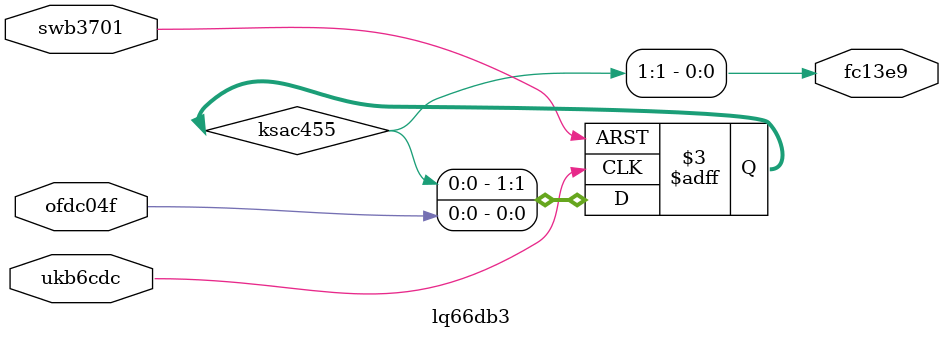
<source format=v>

module su49be4 (
   input [9:0] xw4df21,
   input mr6f90b,
   input rg7c85d,
   input nee42eb,
   input uk2175b,
   input zmbad9,
   output [9:0] xw5d6ca,
   output tueb653,
   output sh5b29a,
   output czd94d4,
   output hoca6a5
);


pmi_fifo_dc #(  .pmi_data_width_w(10),  .pmi_data_width_r(10),  .pmi_data_depth_w(512),  .pmi_data_depth_r(512),  .pmi_full_flag(512),  .pmi_empty_flag(0),  .pmi_almost_full_flag(511),  .pmi_almost_empty_flag(1),  .pmi_regmode("noreg"),  .pmi_resetmode("async"),  .pmi_family("LIFDB1"),  .module_type("pmi_fifo_dc"),  .pmi_implementation("EBR")
) me5352b (   .Data    (xw4df21),   .WrClock    (mr6f90b),   .RdClock    (rg7c85d),   .WrEn    (nee42eb),   .RdEn    (uk2175b),   .Reset    (zmbad9),   .RPReset    (zmbad9),   .Q      (xw5d6ca),   .Empty    (tueb653),   .Full    (sh5b29a),   .AlmostEmpty    (czd94d4),   .AlmostFull    (hoca6a5)
);
endmodule
module wyb3dea (
   input [103:0] xw4df21,
   input mr6f90b,
   input rg7c85d,
   input nee42eb,
   input uk2175b,
   input zmbad9,
   output [103:0] xw5d6ca,
   output tueb653,
   output sh5b29a,
   output czd94d4,
   output hoca6a5
);


pmi_fifo_dc #(  .pmi_data_width_w(104),  .pmi_data_width_r(104),  .pmi_data_depth_w(512),  .pmi_data_depth_r(512),  .pmi_full_flag(512),  .pmi_empty_flag(0),  .pmi_almost_full_flag(511),  .pmi_almost_empty_flag(1),  .pmi_regmode("noreg"),  .pmi_resetmode("async"),  .pmi_family("LIFDB1"),  .module_type("pmi_fifo_dc"),  .pmi_implementation("EBR")
) me5352b (   .Data    (xw4df21),   .WrClock    (mr6f90b),   .RdClock    (rg7c85d),   .WrEn    (nee42eb),   .RdEn    (uk2175b),   .Reset    (zmbad9),   .RPReset    (zmbad9),   .Q      (xw5d6ca),   .Empty    (tueb653),   .Full    (sh5b29a),   .AlmostEmpty    (czd94d4),   .AlmostFull    (hoca6a5)
);
endmodule
module vk866e7 (
   input [11:0] xw4df21,
   input mr6f90b,
   input rg7c85d,
   input nee42eb,
   input uk2175b,
   input zmbad9,
   output [11:0] xw5d6ca,
   output tueb653,
   output sh5b29a,
   output czd94d4,
   output hoca6a5
);


pmi_fifo_dc #(  .pmi_data_width_w(12),  .pmi_data_width_r(12),  .pmi_data_depth_w(512),  .pmi_data_depth_r(512),  .pmi_full_flag(512),  .pmi_empty_flag(0),  .pmi_almost_full_flag(511),  .pmi_almost_empty_flag(1),  .pmi_regmode("noreg"),  .pmi_resetmode("async"),  .pmi_family("LIFDB1"),  .module_type("pmi_fifo_dc"),  .pmi_implementation("EBR")
) me5352b (   .Data    (xw4df21),   .WrClock    (mr6f90b),   .RdClock    (rg7c85d),   .WrEn    (nee42eb),   .RdEn    (uk2175b),   .Reset    (zmbad9),   .RPReset    (zmbad9),   .Q      (xw5d6ca),   .Empty    (tueb653),   .Full    (sh5b29a),   .AlmostEmpty    (czd94d4),   .AlmostFull    (hoca6a5)
);
endmodule
module twa75bb (
   input [119:0] xw4df21,
   input mr6f90b,
   input rg7c85d,
   input nee42eb,
   input uk2175b,
   input zmbad9,
   output [119:0] xw5d6ca,
   output tueb653,
   output sh5b29a,
   output czd94d4,
   output hoca6a5
);


pmi_fifo_dc #(  .pmi_data_width_w(120),  .pmi_data_width_r(120),  .pmi_data_depth_w(512),  .pmi_data_depth_r(512),  .pmi_full_flag(512),  .pmi_empty_flag(0),  .pmi_almost_full_flag(511),  .pmi_almost_empty_flag(1),  .pmi_regmode("noreg"),  .pmi_resetmode("async"),  .pmi_family("LIFDB1"),  .module_type("pmi_fifo_dc"),  .pmi_implementation("EBR")
) me5352b (   .Data    (xw4df21),   .WrClock    (mr6f90b),   .RdClock    (rg7c85d),   .WrEn    (nee42eb),   .RdEn    (uk2175b),   .Reset    (zmbad9),   .RPReset    (zmbad9),   .Q      (xw5d6ca),   .Empty    (tueb653),   .Full    (sh5b29a),   .AlmostEmpty    (czd94d4),   .AlmostFull    (hoca6a5)
);
endmodule
module ri966f0 (
   input [15:0] xw4df21,
   input mr6f90b,
   input rg7c85d,
   input nee42eb,
   input uk2175b,
   input zmbad9,
   output [15:0] xw5d6ca,
   output tueb653,
   output sh5b29a,
   output czd94d4,
   output hoca6a5
);


pmi_fifo_dc #(  .pmi_data_width_w(16),  .pmi_data_width_r(16),  .pmi_data_depth_w(512),  .pmi_data_depth_r(512),  .pmi_full_flag(512),  .pmi_empty_flag(0),  .pmi_almost_full_flag(511),  .pmi_almost_empty_flag(1),  .pmi_regmode("noreg"),  .pmi_resetmode("async"),  .pmi_family("LIFDB1"),  .module_type("pmi_fifo_dc"),  .pmi_implementation("EBR")
) me5352b (   .Data    (xw4df21),   .WrClock    (mr6f90b),   .RdClock    (rg7c85d),   .WrEn    (nee42eb),   .RdEn    (uk2175b),   .Reset    (zmbad9),   .RPReset    (zmbad9),   .Q      (xw5d6ca),   .Empty    (tueb653),   .Full    (sh5b29a),   .AlmostEmpty    (czd94d4),   .AlmostFull    (hoca6a5)
);
endmodule
module os4c671 (
   input [17:0] xw4df21,
   input mr6f90b,
   input rg7c85d,
   input nee42eb,
   input uk2175b,
   input zmbad9,
   output [17:0] xw5d6ca,
   output tueb653,
   output sh5b29a,
   output czd94d4,
   output hoca6a5
);


pmi_fifo_dc #(  .pmi_data_width_w(18),  .pmi_data_width_r(18),  .pmi_data_depth_w(512),  .pmi_data_depth_r(512),  .pmi_full_flag(512),  .pmi_empty_flag(0),  .pmi_almost_full_flag(511),  .pmi_almost_empty_flag(1),  .pmi_regmode("noreg"),  .pmi_resetmode("async"),  .pmi_family("LIFDB1"),  .module_type("pmi_fifo_dc"),  .pmi_implementation("EBR")
) me5352b (   .Data    (xw4df21),   .WrClock    (mr6f90b),   .RdClock    (rg7c85d),   .WrEn    (nee42eb),   .RdEn    (uk2175b),   .Reset    (zmbad9),   .RPReset    (zmbad9),   .Q      (xw5d6ca),   .Empty    (tueb653),   .Full    (sh5b29a),   .AlmostEmpty    (czd94d4),   .AlmostFull    (hoca6a5)
);
endmodule
module xy895b3 (
   input [19:0] xw4df21,
   input mr6f90b,
   input rg7c85d,
   input nee42eb,
   input uk2175b,
   input zmbad9,
   output [19:0] xw5d6ca,
   output tueb653,
   output sh5b29a,
   output czd94d4,
   output hoca6a5
);


pmi_fifo_dc #(  .pmi_data_width_w(20),  .pmi_data_width_r(20),  .pmi_data_depth_w(512),  .pmi_data_depth_r(512),  .pmi_full_flag(512),  .pmi_empty_flag(0),  .pmi_almost_full_flag(511),  .pmi_almost_empty_flag(1),  .pmi_regmode("noreg"),  .pmi_resetmode("async"),  .pmi_family("LIFDB1"),  .module_type("pmi_fifo_dc"),  .pmi_implementation("EBR")
) me5352b (   .Data    (xw4df21),   .WrClock    (mr6f90b),   .RdClock    (rg7c85d),   .WrEn    (nee42eb),   .RdEn    (uk2175b),   .Reset    (zmbad9),   .RPReset    (zmbad9),   .Q      (xw5d6ca),   .Empty    (tueb653),   .Full    (sh5b29a),   .AlmostEmpty    (czd94d4),   .AlmostFull    (hoca6a5)
);
endmodule
module wj7502b (
   input [23:0] xw4df21,
   input mr6f90b,
   input rg7c85d,
   input nee42eb,
   input uk2175b,
   input zmbad9,
   output [23:0] xw5d6ca,
   output tueb653,
   output sh5b29a,
   output czd94d4,
   output hoca6a5
);


pmi_fifo_dc #(  .pmi_data_width_w(24),  .pmi_data_width_r(24),  .pmi_data_depth_w(512),  .pmi_data_depth_r(512),  .pmi_full_flag(512),  .pmi_empty_flag(0),  .pmi_almost_full_flag(511),  .pmi_almost_empty_flag(1),  .pmi_regmode("noreg"),  .pmi_resetmode("async"),  .pmi_family("LIFDB1"),  .module_type("pmi_fifo_dc"),  .pmi_implementation("EBR")
) me5352b (   .Data    (xw4df21),   .WrClock    (mr6f90b),   .RdClock    (rg7c85d),   .WrEn    (nee42eb),   .RdEn    (uk2175b),   .Reset    (zmbad9),   .RPReset    (zmbad9),   .Q      (xw5d6ca),   .Empty    (tueb653),   .Full    (sh5b29a),   .AlmostEmpty    (czd94d4),   .AlmostFull    (hoca6a5)
);
endmodule
module je932fb (
   input [31:0] xw4df21,
   input mr6f90b,
   input rg7c85d,
   input nee42eb,
   input uk2175b,
   input zmbad9,
   output [31:0] xw5d6ca,
   output tueb653,
   output sh5b29a,
   output czd94d4,
   output hoca6a5
);


pmi_fifo_dc #(  .pmi_data_width_w(32),  .pmi_data_width_r(32),  .pmi_data_depth_w(512),  .pmi_data_depth_r(512),  .pmi_full_flag(512),  .pmi_empty_flag(0),  .pmi_almost_full_flag(511),  .pmi_almost_empty_flag(1),  .pmi_regmode("noreg"),  .pmi_resetmode("async"),  .pmi_family("LIFDB1"),  .module_type("pmi_fifo_dc"),  .pmi_implementation("EBR")
) me5352b (   .Data    (xw4df21),   .WrClock    (mr6f90b),   .RdClock    (rg7c85d),   .WrEn    (nee42eb),   .RdEn    (uk2175b),   .Reset    (zmbad9),   .RPReset    (zmbad9),   .Q      (xw5d6ca),   .Empty    (tueb653),   .Full    (sh5b29a),   .AlmostEmpty    (czd94d4),   .AlmostFull    (hoca6a5)
);
endmodule
module zkfe9bc (
   input [35:0] xw4df21,
   input mr6f90b,
   input rg7c85d,
   input nee42eb,
   input uk2175b,
   input zmbad9,
   output [35:0] xw5d6ca,
   output tueb653,
   output sh5b29a,
   output czd94d4,
   output hoca6a5
);


pmi_fifo_dc #(  .pmi_data_width_w(36),  .pmi_data_width_r(36),  .pmi_data_depth_w(512),  .pmi_data_depth_r(512),  .pmi_full_flag(512),  .pmi_empty_flag(0),  .pmi_almost_full_flag(511),  .pmi_almost_empty_flag(1),  .pmi_regmode("noreg"),  .pmi_resetmode("async"),  .pmi_family("LIFDB1"),  .module_type("pmi_fifo_dc"),  .pmi_implementation("EBR")
) me5352b (   .Data    (xw4df21),   .WrClock    (mr6f90b),   .RdClock    (rg7c85d),   .WrEn    (nee42eb),   .RdEn    (uk2175b),   .Reset    (zmbad9),   .RPReset    (zmbad9),   .Q      (xw5d6ca),   .Empty    (tueb653),   .Full    (sh5b29a),   .AlmostEmpty    (czd94d4),   .AlmostFull    (hoca6a5)
);
endmodule
module by58efd (
   input [39:0] xw4df21,
   input mr6f90b,
   input rg7c85d,
   input nee42eb,
   input uk2175b,
   input zmbad9,
   output [39:0] xw5d6ca,
   output tueb653,
   output sh5b29a,
   output czd94d4,
   output hoca6a5
);


pmi_fifo_dc #(  .pmi_data_width_w(40),  .pmi_data_width_r(40),  .pmi_data_depth_w(512),  .pmi_data_depth_r(512),  .pmi_full_flag(512),  .pmi_empty_flag(0),  .pmi_almost_full_flag(511),  .pmi_almost_empty_flag(1),  .pmi_regmode("noreg"),  .pmi_resetmode("async"),  .pmi_family("LIFDB1"),  .module_type("pmi_fifo_dc"),  .pmi_implementation("EBR")
) me5352b (   .Data    (xw4df21),   .WrClock    (mr6f90b),   .RdClock    (rg7c85d),   .WrEn    (nee42eb),   .RdEn    (uk2175b),   .Reset    (zmbad9),   .RPReset    (zmbad9),   .Q      (xw5d6ca),   .Empty    (tueb653),   .Full    (sh5b29a),   .AlmostEmpty    (czd94d4),   .AlmostFull    (hoca6a5)
);
endmodule
module ou2e02a (
   input [47:0] xw4df21,
   input mr6f90b,
   input rg7c85d,
   input nee42eb,
   input uk2175b,
   input zmbad9,
   output [47:0] xw5d6ca,
   output tueb653,
   output sh5b29a,
   output czd94d4,
   output hoca6a5
);


pmi_fifo_dc #(  .pmi_data_width_w(48),  .pmi_data_width_r(48),  .pmi_data_depth_w(512),  .pmi_data_depth_r(512),  .pmi_full_flag(512),  .pmi_empty_flag(0),  .pmi_almost_full_flag(511),  .pmi_almost_empty_flag(1),  .pmi_regmode("noreg"),  .pmi_resetmode("async"),  .pmi_family("LIFDB1"),  .module_type("pmi_fifo_dc"),  .pmi_implementation("EBR")
) me5352b (   .Data    (xw4df21),   .WrClock    (mr6f90b),   .RdClock    (rg7c85d),   .WrEn    (nee42eb),   .RdEn    (uk2175b),   .Reset    (zmbad9),   .RPReset    (zmbad9),   .Q      (xw5d6ca),   .Empty    (tueb653),   .Full    (sh5b29a),   .AlmostEmpty    (czd94d4),   .AlmostFull    (hoca6a5)
);
endmodule
module ep23ad (
   input [55:0] xw4df21,
   input mr6f90b,
   input rg7c85d,
   input nee42eb,
   input uk2175b,
   input zmbad9,
   output [55:0] xw5d6ca,
   output tueb653,
   output sh5b29a,
   output czd94d4,
   output hoca6a5
);


pmi_fifo_dc #(  .pmi_data_width_w(56),  .pmi_data_width_r(56),  .pmi_data_depth_w(512),  .pmi_data_depth_r(512),  .pmi_full_flag(512),  .pmi_empty_flag(0),  .pmi_almost_full_flag(511),  .pmi_almost_empty_flag(1),  .pmi_regmode("noreg"),  .pmi_resetmode("async"),  .pmi_family("LIFDB1"),  .module_type("pmi_fifo_dc"),  .pmi_implementation("EBR")
) me5352b (   .Data    (xw4df21),   .WrClock    (mr6f90b),   .RdClock    (rg7c85d),   .WrEn    (nee42eb),   .RdEn    (uk2175b),   .Reset    (zmbad9),   .RPReset    (zmbad9),   .Q      (xw5d6ca),   .Empty    (tueb653),   .Full    (sh5b29a),   .AlmostEmpty    (czd94d4),   .AlmostFull    (hoca6a5)
);
endmodule
module lqda732 (
   input [63:0] xw4df21,
   input mr6f90b,
   input rg7c85d,
   input nee42eb,
   input uk2175b,
   input zmbad9,
   output [63:0] xw5d6ca,
   output tueb653,
   output sh5b29a,
   output czd94d4,
   output hoca6a5
);


pmi_fifo_dc #(  .pmi_data_width_w(64),  .pmi_data_width_r(64),  .pmi_data_depth_w(512),  .pmi_data_depth_r(512),  .pmi_full_flag(512),  .pmi_empty_flag(0),  .pmi_almost_full_flag(511),  .pmi_almost_empty_flag(1),  .pmi_regmode("noreg"),  .pmi_resetmode("async"),  .pmi_family("LIFDB1"),  .module_type("pmi_fifo_dc"),  .pmi_implementation("EBR")
) me5352b (   .Data    (xw4df21),   .WrClock    (mr6f90b),   .RdClock    (rg7c85d),   .WrEn    (nee42eb),   .RdEn    (uk2175b),   .Reset    (zmbad9),   .RPReset    (zmbad9),   .Q      (xw5d6ca),   .Empty    (tueb653),   .Full    (sh5b29a),   .AlmostEmpty    (czd94d4),   .AlmostFull    (hoca6a5)
);
endmodule
module yz18778 (
   input [71:0] xw4df21,
   input mr6f90b,
   input rg7c85d,
   input nee42eb,
   input uk2175b,
   input zmbad9,
   output [71:0] xw5d6ca,
   output tueb653,
   output sh5b29a,
   output czd94d4,
   output hoca6a5
);


pmi_fifo_dc #(  .pmi_data_width_w(72),  .pmi_data_width_r(72),  .pmi_data_depth_w(512),  .pmi_data_depth_r(512),  .pmi_full_flag(512),  .pmi_empty_flag(0),  .pmi_almost_full_flag(511),  .pmi_almost_empty_flag(1),  .pmi_regmode("noreg"),  .pmi_resetmode("async"),  .pmi_family("LIFDB1"),  .module_type("pmi_fifo_dc"),  .pmi_implementation("EBR")
) me5352b (   .Data    (xw4df21),   .WrClock    (mr6f90b),   .RdClock    (rg7c85d),   .WrEn    (nee42eb),   .RdEn    (uk2175b),   .Reset    (zmbad9),   .RPReset    (zmbad9),   .Q      (xw5d6ca),   .Empty    (tueb653),   .Full    (sh5b29a),   .AlmostEmpty    (czd94d4),   .AlmostFull    (hoca6a5)
);
endmodule
module cz41a00 (
   input [7:0] xw4df21,
   input mr6f90b,
   input rg7c85d,
   input nee42eb,
   input uk2175b,
   input zmbad9,
   output [7:0] xw5d6ca,
   output tueb653,
   output sh5b29a,
   output czd94d4,
   output hoca6a5
);


pmi_fifo_dc #(  .pmi_data_width_w(8),  .pmi_data_width_r(8),  .pmi_data_depth_w(512),  .pmi_data_depth_r(512),  .pmi_full_flag(512),  .pmi_empty_flag(0),  .pmi_almost_full_flag(511),  .pmi_almost_empty_flag(1),  .pmi_regmode("noreg"),  .pmi_resetmode("async"),  .pmi_family("LIFDB1"),  .module_type("pmi_fifo_dc"),  .pmi_implementation("EBR")
) me5352b (   .Data    (xw4df21),   .WrClock    (mr6f90b),   .RdClock    (rg7c85d),   .WrEn    (nee42eb),   .RdEn    (uk2175b),   .Reset    (zmbad9),   .RPReset    (zmbad9),   .Q      (xw5d6ca),   .Empty    (tueb653),   .Full    (sh5b29a),   .AlmostEmpty    (czd94d4),   .AlmostFull    (hoca6a5)
);
endmodule
module gq1af44 (
   input [79:0] xw4df21,
   input mr6f90b,
   input rg7c85d,
   input nee42eb,
   input uk2175b,
   input zmbad9,
   output [79:0] xw5d6ca,
   output tueb653,
   output sh5b29a,
   output czd94d4,
   output hoca6a5
);


pmi_fifo_dc #(  .pmi_data_width_w(80),  .pmi_data_width_r(80),  .pmi_data_depth_w(512),  .pmi_data_depth_r(512),  .pmi_full_flag(512),  .pmi_empty_flag(0),  .pmi_almost_full_flag(511),  .pmi_almost_empty_flag(1),  .pmi_regmode("noreg"),  .pmi_resetmode("async"),  .pmi_family("LIFDB1"),  .module_type("pmi_fifo_dc"),  .pmi_implementation("EBR")
) me5352b (   .Data    (xw4df21),   .WrClock    (mr6f90b),   .RdClock    (rg7c85d),   .WrEn    (nee42eb),   .RdEn    (uk2175b),   .Reset    (zmbad9),   .RPReset    (zmbad9),   .Q      (xw5d6ca),   .Empty    (tueb653),   .Full    (sh5b29a),   .AlmostEmpty    (czd94d4),   .AlmostFull    (hoca6a5)
);
endmodule
module swb9172 (
   input [95:0] xw4df21,
   input mr6f90b,
   input rg7c85d,
   input nee42eb,
   input uk2175b,
   input zmbad9,
   output [95:0] xw5d6ca,
   output tueb653,
   output sh5b29a,
   output czd94d4,
   output hoca6a5
);


pmi_fifo_dc #(  .pmi_data_width_w(96),  .pmi_data_width_r(96),  .pmi_data_depth_w(512),  .pmi_data_depth_r(512),  .pmi_full_flag(512),  .pmi_empty_flag(0),  .pmi_almost_full_flag(511),  .pmi_almost_empty_flag(1),  .pmi_regmode("noreg"),  .pmi_resetmode("async"),  .pmi_family("LIFDB1"),  .module_type("pmi_fifo_dc"),  .pmi_implementation("EBR")
) me5352b (   .Data    (xw4df21),   .WrClock    (mr6f90b),   .RdClock    (rg7c85d),   .WrEn    (nee42eb),   .RdEn    (uk2175b),   .Reset    (zmbad9),   .RPReset    (zmbad9),   .Q      (xw5d6ca),   .Empty    (tueb653),   .Full    (sh5b29a),   .AlmostEmpty    (czd94d4),   .AlmostFull    (hoca6a5)
);
endmodule
module uv7f8d6 #(
    parameter  DT    = 6'h3E,    parameter  LANE_WIDTH  = 4,    parameter  GEAR_16    = 0,    parameter  DATA_WIDTH  = 16,    parameter  WORD_WIDTH  = 10,    parameter   NUM_PIX_LANE   = 10
) (
    
    input                          c2d_ready_i,
  input                          d_hs_rdy_i,
    output wire                    d_hs_en_o,

   
    input      pix_clk,
    input      core_clk,
    input      reset_n,
    input      pix_rstn,

  input        fv_i,        
  input        lv_i,        
  input        dvalid_i,

    input [WORD_WIDTH-1:0]  pixdata_d9_i,
    input [WORD_WIDTH-1:0]  pixdata_d8_i,
    input [WORD_WIDTH-1:0]  pixdata_d7_i,
    input [WORD_WIDTH-1:0]  pixdata_d6_i,
    input [WORD_WIDTH-1:0]  pixdata_d5_i,
    input [WORD_WIDTH-1:0]  pixdata_d4_i,
   input [WORD_WIDTH-1:0]  pixdata_d3_i,
  input [WORD_WIDTH-1:0]  pixdata_d2_i,
  input [WORD_WIDTH-1:0]  pixdata_d1_i,
  input [WORD_WIDTH-1:0]  pixdata_d0_i,

     
    output         byte_data_en_o,
    output [4*DATA_WIDTH-1:0]     byte_data_o,
    output [5:0]      data_type_o,
     
  output       fv_start_o,
  output       fv_end_o,
  output       lv_start_o,
  output       lv_end_o
);











generate
if (NUM_PIX_LANE == 10) begin  wjedb93 #(      .DT    (DT),      .LANE_WIDTH  (4),      .GEAR_16  (1),      .DATA_WIDTH (DATA_WIDTH),      .WORD_WIDTH (WORD_WIDTH)  ) tj8b638 (
     .c2d_ready_i    (c2d_ready_i),   .d_hs_rdy_i     (d_hs_rdy_i),     .d_hs_en_o      (d_hs_en_o),      .pix_clk      (pix_clk),      .core_clk      (core_clk),      .reset_n      (reset_n),      .pix_rstn      (pix_rstn),      .fv_i      (fv_i),      .lv_i      (lv_i),      .dvalid_i      (dvalid_i),      .pixdata_d9_i    (pixdata_d9_i),      .pixdata_d8_i    (pixdata_d8_i),      .pixdata_d7_i    (pixdata_d7_i),      .pixdata_d6_i    (pixdata_d6_i),      .pixdata_d5_i    (pixdata_d5_i),      .pixdata_d4_i    (pixdata_d4_i),      .pixdata_d3_i    (pixdata_d3_i),      .pixdata_d2_i    (pixdata_d2_i),      .pixdata_d1_i    (pixdata_d1_i),      .pixdata_d0_i    (pixdata_d0_i),
       .byte_data_en_o    (byte_data_en_o),       .byte_data_o    (byte_data_o),       .data_type_o    (data_type_o),

    .fv_start_o    (fv_start_o),    .fv_end_o    (fv_end_o),    .lv_start_o    (lv_start_o),    .lv_end_o    (lv_end_o)  );
end
else if (NUM_PIX_LANE == 8) begin  uiea940 #(      .DT    (DT),      .LANE_WIDTH  (4),      .GEAR_16  (1),      .DATA_WIDTH (DATA_WIDTH),      .WORD_WIDTH (WORD_WIDTH)  ) jcfe7ca (
     .c2d_ready_i    (c2d_ready_i),   .d_hs_rdy_i     (d_hs_rdy_i),     .d_hs_en_o      (d_hs_en_o),      .pix_clk      (pix_clk),      .core_clk      (core_clk),      .reset_n      (reset_n),      .pix_rstn      (pix_rstn),      .fv_i      (fv_i),      .lv_i      (lv_i),      .dvalid_i      (dvalid_i),      .pixdata_d7_i    (pixdata_d7_i),      .pixdata_d6_i    (pixdata_d6_i),      .pixdata_d5_i    (pixdata_d5_i),      .pixdata_d4_i    (pixdata_d4_i),      .pixdata_d3_i    (pixdata_d3_i),      .pixdata_d2_i    (pixdata_d2_i),      .pixdata_d1_i    (pixdata_d1_i),      .pixdata_d0_i    (pixdata_d0_i),
       .byte_data_en_o    (byte_data_en_o),       .byte_data_o    (byte_data_o),       .data_type_o    (data_type_o),    .fv_start_o    (fv_start_o),    .fv_end_o    (fv_end_o),    .lv_start_o    (lv_start_o),    .lv_end_o    (lv_end_o)  );
end
else if (NUM_PIX_LANE == 6) begin  rib693 #(      .DT    (DT),      .LANE_WIDTH  (4),      .GEAR_16  (1),      .DATA_WIDTH (DATA_WIDTH),      .WORD_WIDTH (WORD_WIDTH)  ) lsb2f6e (

     .c2d_ready_i    (c2d_ready_i),   .d_hs_rdy_i     (d_hs_rdy_i),     .d_hs_en_o      (d_hs_en_o),      .pix_clk      (pix_clk),      .core_clk      (core_clk),      .reset_n      (reset_n),      .pix_rstn      (pix_rstn),      .fv_i      (fv_i),      .lv_i      (lv_i),      .dvalid_i      (dvalid_i),      .pixdata_d5_i    (pixdata_d5_i),      .pixdata_d4_i    (pixdata_d4_i),      .pixdata_d3_i    (pixdata_d3_i),      .pixdata_d2_i    (pixdata_d2_i),      .pixdata_d1_i    (pixdata_d1_i),      .pixdata_d0_i    (pixdata_d0_i),
       .byte_data_en_o    (byte_data_en_o),       .byte_data_o    (byte_data_o),       .data_type_o    (data_type_o),    .fv_start_o    (fv_start_o),    .fv_end_o    (fv_end_o),    .lv_start_o    (lv_start_o),    .lv_end_o    (lv_end_o)  );
end
else if (NUM_PIX_LANE == 4) begin  jpd2b70 #(      .DT    (DT),      .LANE_WIDTH  (4),      .GEAR_16  (1),      .DATA_WIDTH (DATA_WIDTH),      .WORD_WIDTH (WORD_WIDTH)  ) xlb512f (
     .c2d_ready_i    (c2d_ready_i),   .d_hs_rdy_i     (d_hs_rdy_i),     .d_hs_en_o      (d_hs_en_o),      .pix_clk      (pix_clk),      .core_clk      (core_clk),      .reset_n      (reset_n),      .pix_rstn      (pix_rstn),      .fv_i      (fv_i),      .lv_i      (lv_i),      .dvalid_i      (dvalid_i),      .pixdata_d3_i    (pixdata_d3_i),      .pixdata_d2_i    (pixdata_d2_i),      .pixdata_d1_i    (pixdata_d1_i),      .pixdata_d0_i    (pixdata_d0_i),
       .byte_data_en_o    (byte_data_en_o),       .byte_data_o    (byte_data_o),       .data_type_o    (data_type_o),    .fv_start_o    (fv_start_o),    .fv_end_o    (fv_end_o),    .lv_start_o    (lv_start_o),    .lv_end_o    (lv_end_o)  );
end
else begin  if (LANE_WIDTH == 4) begin    if (NUM_PIX_LANE == 2) begin      dz4aa11 #(          .DT    (DT),          .LANE_WIDTH  (2),          .GEAR_16  (1),          .DATA_WIDTH (DATA_WIDTH),          .WORD_WIDTH (WORD_WIDTH)      ) rgdac68 (
         .c2d_ready_i    (c2d_ready_i),     .d_hs_rdy_i     (d_hs_rdy_i),         .d_hs_en_o      (d_hs_en_o),          .pix_clk      (pix_clk),          .core_clk      (core_clk),          .reset_n      (reset_n),          .pix_rstn      (pix_rstn),          .fv_i      (fv_i),          .lv_i      (lv_i),
          .pixdata_d1_i    (pixdata_d1_i),          .pixdata_d0_i    (pixdata_d0_i),
           .byte_data_en_o    (byte_data_en_o),           .byte_data_o    (byte_data_o),           .data_type_o    (data_type_o),        .fv_start_o    (fv_start_o),        .fv_end_o    (fv_end_o),        .lv_start_o    (lv_start_o),        .lv_end_o    (lv_end_o)      );    end    else begin      ks5233 #(          .DT    (DT),          .GEAR_16  (0),          .DATA_WIDTH (DATA_WIDTH),          .WORD_WIDTH (WORD_WIDTH)      ) ea59a10 (
         .c2d_ready_i    (c2d_ready_i),     .d_hs_rdy_i     (d_hs_rdy_i),         .d_hs_en_o      (d_hs_en_o),          .pix_clk      (pix_clk),          .core_clk      (core_clk),          .reset_n      (reset_n),          .pix_rstn      (pix_rstn),          .fv_i      (fv_i),          .lv_i      (lv_i),          .pixdata_d0_i    (pixdata_d0_i),
           .byte_data_en_o    (byte_data_en_o),           .byte_data_o    (byte_data_o),           .data_type_o    (data_type_o),        .fv_start_o    (fv_start_o),        .fv_end_o    (fv_end_o),        .lv_start_o    (lv_start_o),        .lv_end_o    (lv_end_o)      );    end  end  else if (LANE_WIDTH == 2) begin    if (NUM_PIX_LANE == 2) begin      mt265d4 #(        .DT    (DT),        .GEAR_16  (0),        .DATA_WIDTH (DATA_WIDTH),        .WORD_WIDTH (WORD_WIDTH)      ) tw86123 (
        .c2d_ready_i    (c2d_ready_i),    .d_hs_rdy_i     (d_hs_rdy_i),        .d_hs_en_o      (d_hs_en_o),        .pix_clk      (pix_clk),        .core_clk      (core_clk),        .reset_n      (reset_n),        .pix_rstn      (pix_rstn),        .fv_i      (fv_i),        .lv_i      (lv_i),        .pixdata_d0_i    (pixdata_d0_i),        .pixdata_d1_i    (pixdata_d1_i),
        .byte_data_en_o    (byte_data_en_o),        .byte_data_o    (byte_data_o),        .data_type_o    (data_type_o),      .fv_start_o    (fv_start_o),      .fv_end_o    (fv_end_o),      .lv_start_o    (lv_start_o),      .lv_end_o    (lv_end_o)      );    end else begin    ofc6e76 #(      .DT    (DT),      .GEAR_16  (0),      .DATA_WIDTH (DATA_WIDTH),      .WORD_WIDTH (WORD_WIDTH)    ) fnc8554 (
      .c2d_ready_i    (c2d_ready_i),    .d_hs_rdy_i     (d_hs_rdy_i),      .d_hs_en_o      (d_hs_en_o),      .pix_clk      (pix_clk),      .core_clk      (core_clk),      .reset_n      (reset_n),      .pix_rstn      (pix_rstn),      .fv_i      (fv_i),      .lv_i      (lv_i),      .pixdata_d0_i    (pixdata_d0_i),
      .byte_data_en_o    (byte_data_en_o),      .byte_data_o    (byte_data_o),      .data_type_o    (data_type_o),    .fv_start_o    (fv_start_o),    .fv_end_o    (fv_end_o),    .lv_start_o    (lv_start_o),    .lv_end_o    (lv_end_o)    );    end  end  else begin    if (GEAR_16 == 1) begin    ksb3065 #(        .DT    (DT),        .GEAR_16  (0),        .DATA_WIDTH (DATA_WIDTH),        .WORD_WIDTH (WORD_WIDTH)      ) rt4fb41 (
        .c2d_ready_i    (c2d_ready_i),    .d_hs_rdy_i     (d_hs_rdy_i),        .d_hs_en_o      (d_hs_en_o),        .pix_clk      (pix_clk),        .core_clk      (core_clk),        .reset_n      (reset_n),        .pix_rstn      (pix_rstn),        .fv_i      (fv_i),        .lv_i      (lv_i),        .pixdata_d0_i    (pixdata_d0_i),
         .byte_data_en_o    (byte_data_en_o),         .byte_data_o    (byte_data_o),         .data_type_o    (data_type_o),       .fv_start_o    (fv_start_o),       .fv_end_o    (fv_end_o),       .lv_start_o    (lv_start_o),       .lv_end_o    (lv_end_o)      );  end  else begin      mg92ef9 #(        .DT    (DT),        .GEAR_16  (0),        .DATA_WIDTH (DATA_WIDTH),        .WORD_WIDTH (WORD_WIDTH)      ) rv22d1c (
        .c2d_ready_i    (c2d_ready_i),    .d_hs_rdy_i     (d_hs_rdy_i),        .d_hs_en_o      (d_hs_en_o),        .pix_clk      (pix_clk),        .core_clk      (core_clk),        .reset_n      (reset_n),        .pix_rstn      (pix_rstn),        .fv_i      (fv_i),        .lv_i      (lv_i),        .pixdata_d0_i    (pixdata_d0_i),
         .byte_data_en_o    (byte_data_en_o),         .byte_data_o    (byte_data_o),         .data_type_o    (data_type_o),       .fv_start_o    (fv_start_o),       .fv_end_o    (fv_end_o),       .lv_start_o    (lv_start_o),       .lv_end_o    (lv_end_o)      );  end  end
end
endgenerate
endmodule
module ksb3065 #(
  parameter DT          = 6'h2B,  parameter LANE_WIDTH  = 2,  parameter GEAR_16     = 1,  parameter DATA_WIDTH  = 16,  parameter WORD_WIDTH  = 10
) (

  
  input                          c2d_ready_i,
  input                          d_hs_rdy_i,
  output wire                    d_hs_en_o,

  
  input                   pix_clk,
  input                   core_clk,
  input                   reset_n,
  input                   pix_rstn,

  input                   fv_i,          
  input                   lv_i,          
  input [WORD_WIDTH-1:0]  pixdata_d0_i,  

  
  output reg                    byte_data_en_o,
  output reg [4*DATA_WIDTH-1:0] byte_data_o,
  output reg [5:0]              data_type_o,

  
  output reg                    fv_start_o,
  output reg                    fv_end_o,
  output reg                    lv_start_o,
  output reg                    lv_end_o
);
localparam  uvc9675  = 0,            kd4b3ac    = 1,            kq59d65    = 2,            osceb28    = 3,            of75940    = 4,            ksaca05    = 5;
localparam  yx65028    = 0,      hd28145    = 1,      fn40a2f    = 2,      sw517f    = 3,      rv28bf8    = 4,      dz45fc6    = 5;
reg                     do2fe37;
reg [5:0]               yx7f1bb;
reg                     shf8ddd;
reg                     wjc6eed;
reg                     xl3776c;
reg                     gdbbb67;
reg [WORD_WIDTH-1:0]    wjed9e6;
reg [WORD_WIDTH-1:0]    kq679a2;
reg [DATA_WIDTH-1:0]    the688d;
reg [DATA_WIDTH-1:0]    xya2378;
reg [DATA_WIDTH-1:0]    ec8de12;
reg                     qt6f091;
reg                     su7848c;
reg                     thc2460;
reg                     cb12307;
reg                     bn9183c;
reg                     ri8c1e6;
reg                     mr60f32;
reg [WORD_WIDTH-1:0]    ep3cca4;
reg [WORD_WIDTH-1:0]    jr3292e;
reg [3:0]               vx94976;
reg [2:0]               wla4bb6, ls25db4;
reg [2:0]               aa2eda2, zk76d11;
reg [4*DATA_WIDTH-1:0]  yzb4450;
reg                     jea2284;
reg                     ls11422;
wire                    yz8a113;
wire                    vv5089d;
wire [WORD_WIDTH-1:0]   fp22776;
wire [WORD_WIDTH-1:0]   qi9ddb7;
wire                    lqeedb8;
wire                    jc76dc3;
wire              swb6e1a;
wire            ngb70d0;
reg dob8683;
reg czc341a;
reg uk1a0d5;
reg rgd06a8;
reg tw83543;
reg aa1aa1b;
reg rgd50d9;
reg twa86cb;
reg ui4365b;
reg je1b2d9;
reg ipd96ca;
reg cmcb655;
reg al5b2a9;
reg ofd954c;
reg zkcaa65;
reg zx5532a;
reg eca9957;
reg ay4cab8;
reg kd655c1;
reg xy2ae0d;
reg by5706b;
reg rib835a;


reg icc1ad2;




assign swb6e1a    = reset_n|fv_i;
assign ngb70d0    = reset_n|lv_i;
lq66db3 gd36d9b (.ukb6cdc(core_clk), .swb3701(swb6e1a), .ofdc04f(fv_i), .fc13e9(lqeedb8));
lq66db3 kq7d2be (.ukb6cdc(core_clk), .swb3701(ngb70d0), .ofdc04f(lv_i), .fc13e9(jc76dc3));
always @(posedge core_clk or negedge reset_n) begin  if (!reset_n) begin

  icc1ad2 <= 0;    uk1a0d5 <= 0;    rgd06a8 <= 0;    tw83543 <= 0;    aa1aa1b <= 0;    rgd50d9 <= 0;    twa86cb <= 0;    eca9957 <= 0;    ay4cab8 <= 0;    kd655c1 <= 0;    xy2ae0d <= 0;    by5706b <= 0;  end  else begin

    if (icc1ad2 & c2d_ready_i) begin      uk1a0d5 <= 1;      icc1ad2 <= 0;    end    else if (shf8ddd | wjc6eed | xl3776c | gdbbb67) begin      uk1a0d5 <= c2d_ready_i;      icc1ad2 <= !c2d_ready_i;    end    else begin      uk1a0d5 <= 0;      icc1ad2 <= 0;    end    rgd06a8 <= uk1a0d5;    tw83543 <= rgd06a8;    aa1aa1b <= tw83543;    rgd50d9 <= aa1aa1b;    twa86cb <= (rgd50d9 | aa1aa1b | tw83543 | rgd06a8 | uk1a0d5) ;    eca9957 <= d_hs_rdy_i;    ay4cab8 <= eca9957;    kd655c1 <= ay4cab8;    xy2ae0d <= kd655c1;    by5706b <= xy2ae0d;  end
end
lq66db3 byfba96 (.ukb6cdc(core_clk), .swb3701(reset_n), .ofdc04f(twa86cb), .fc13e9(d_hs_en_o));
always @( * ) begin
  zk76d11       = aa2eda2;  the688d = xya2378;  case (aa2eda2)    yx65028: begin      zk76d11 = thc2460 ? hd28145 : yx65028;    end    hd28145: begin      if (thc2460) begin

        the688d  = {12'h0, fp22776[1:0],qi9ddb7[1:0]};
        zk76d11    = fn40a2f;      end      else begin        zk76d11    = yx65028;      end    end    fn40a2f: begin

      the688d = {8'h0, fp22776[1:0],qi9ddb7[1:0],xya2378[3:0]};
      zk76d11    = sw517f;    end    sw517f: begin

      the688d = {4'h0, fp22776[9:0], qi9ddb7[1:0]};
      zk76d11    = rv28bf8;    end    rv28bf8: begin

      the688d = {fp22776[9:0], qi9ddb7[1:0], xya2378[3:0]};
      zk76d11   = dz45fc6;    end    dz45fc6: begin

      the688d = {fp22776[9:0], qi9ddb7[1:0], xya2378[3:0]};
      zk76d11    = hd28145;    end  endcase
end

always @( * ) begin
  mr60f32 = ~yz8a113 & ~yz8a113;
  ls25db4        = wla4bb6;  yzb4450         = byte_data_o;  do2fe37      = 1'b0;  case (wla4bb6)    uvc9675: begin      ls25db4 = cb12307 ? kd4b3ac : uvc9675;    end    kd4b3ac: begin      if (cb12307) begin

        yzb4450[63:56] = 8'h0;        yzb4450[55:48] = 8'h0;        yzb4450[47:40] = 8'h0;        yzb4450[39:32] = 8'h0;        yzb4450[31:24] = 8'h0;        yzb4450[23:16] = 8'h0;        yzb4450[15:8]  = ep3cca4[9:2];        yzb4450[7:0]   = jr3292e[9:2];        do2fe37     = 1'b1;
        ls25db4    = kq59d65;      end      else begin        ls25db4    = uvc9675;      end    end    kq59d65: begin

      yzb4450[63:56] = 8'h0;      yzb4450[55:48] = 8'h0;      yzb4450[47:40] = 8'h0;      yzb4450[39:32] = 8'h0;      yzb4450[31:24] = 8'h0;      yzb4450[23:16] = 8'h0;      yzb4450[15:8]  = ep3cca4[9:2];      yzb4450[7:0]   = jr3292e[9:2];      do2fe37     = 1'b1;
      ls25db4    = osceb28;    end    osceb28: begin

      yzb4450[63:56] = 8'h0;      yzb4450[55:48] = 8'h0;      yzb4450[47:40] = 8'h0;      yzb4450[39:32] = 8'h0;      yzb4450[31:24] = 8'h0;      yzb4450[23:16] = 8'h0;      yzb4450[15:8]  = jr3292e[9:2];      yzb4450[7:0]   = ec8de12[7:0];      do2fe37     = 1'b1;
      ls25db4    = of75940;    end    of75940: begin

      yzb4450[63:56] = 8'h0;      yzb4450[55:48] = 8'h0;      yzb4450[47:40] = 8'h0;      yzb4450[39:32] = 8'h0;      yzb4450[31:24] = 8'h0;      yzb4450[23:16] = 8'h0;      yzb4450[15:8]  = jr3292e[9:2];      yzb4450[7:0]   = ec8de12[11:4];      do2fe37     = 1'b1;
      ls25db4    = ksaca05;    end    ksaca05: begin
      yzb4450[63:56] = 8'h0;      yzb4450[55:48] = 8'h0;      yzb4450[47:40] = 8'h0;      yzb4450[39:32] = 8'h0;      yzb4450[31:24] = 8'h0;      yzb4450[23:16] = 8'h0;      yzb4450[15:8]  = ec8de12[7:0];      yzb4450[7:0]   = ec8de12[15:8];      do2fe37     = 1'b1;
      ls25db4    = kd4b3ac;    end  endcase
end
always @(posedge core_clk or negedge reset_n) begin  if (!reset_n) begin    ui4365b <= 0;  end  else if (shf8ddd) begin    ui4365b <= 1;  end  else if (al5b2a9) begin    ui4365b <= 0;  end
end
always @(posedge core_clk or negedge reset_n) begin  if (!reset_n) begin    al5b2a9 <= 0;  end  else if (d_hs_rdy_i & !al5b2a9) begin    al5b2a9 <= ui4365b;  end  else begin    al5b2a9 <= 0;  end
end
always @(posedge core_clk or negedge reset_n) begin  if (!reset_n) begin    je1b2d9 <= 0;  end  else if (wjc6eed) begin    je1b2d9 <= 1;  end  else if (ofd954c) begin    je1b2d9 <= 0;  end
end
always @(posedge core_clk or negedge reset_n) begin  if (!reset_n) begin    ofd954c <= 0;  end  else if (d_hs_rdy_i & !rib835a & !ofd954c) begin    ofd954c <= je1b2d9;  end  else begin    ofd954c <= 0;  end
end
always @(posedge core_clk or negedge reset_n) begin  if (!reset_n) begin    ipd96ca <= 0;  end  else if (xl3776c) begin    ipd96ca <= 1;  end  else if (zkcaa65) begin    ipd96ca <= 0;  end
end
always @(posedge core_clk or negedge reset_n) begin  if (!reset_n) begin    zkcaa65 <= 0;  end  else if (d_hs_rdy_i & !zkcaa65) begin    zkcaa65 <= ipd96ca;  end  else begin    zkcaa65 <= 0;  end
end
always @(posedge core_clk or negedge reset_n) begin  if (!reset_n) begin    cmcb655 <= 0;  end  else if (gdbbb67) begin    cmcb655 <= 1;  end  else if (zx5532a) begin    cmcb655 <= 0;  end
end
always @(posedge core_clk or negedge reset_n) begin  if (!reset_n) begin    zx5532a <= 0;  end  else if (d_hs_rdy_i & !zx5532a) begin    zx5532a <= cmcb655;  end  else begin    zx5532a <= 0;  end
end
always @(*) begin
    shf8ddd = lqeedb8 & ~jea2284;    xl3776c = jc76dc3 & ~ls11422;    wjc6eed = jea2284 & ~lqeedb8;    gdbbb67 = ls11422 & ~jc76dc3;
  yx7f1bb = al5b2a9 ? 6'h00 :                ofd954c   ? 6'h01 :                zkcaa65 ? 6'h02 :                zx5532a   ? 6'h03 : DT;
end
always @(posedge pix_clk or negedge pix_rstn)  if (!pix_rstn) begin    wjed9e6  <= 0;    kq679a2  <= 0;    qt6f091   <= 0;    su7848c   <= 0;  end  else begin    if (lv_i) begin      wjed9e6  <= pixdata_d0_i;      kq679a2  <= wjed9e6;
    qt6f091   <= ~qt6f091;    su7848c   <= qt6f091;    end    else begin      wjed9e6  <= wjed9e6;      kq679a2  <= kq679a2;    qt6f091   <= 1'b0;    su7848c   <= 1'b0;    end  end
always @(posedge core_clk or negedge reset_n)  if (!reset_n) begin    fv_start_o           <= 0;    fv_end_o             <= 0;    lv_start_o           <= 0;    lv_end_o             <= 0;    byte_data_o          <= 0;    byte_data_en_o       <= 0;    data_type_o          <= 0;    thc2460         <= 1'b0;    cb12307        <= 1'b0;    bn9183c      <= 1'b0;    ri8c1e6     <= 1'b0;    vx94976            <= 4'b0;    wla4bb6         <= 0;    aa2eda2        <= 0;    xya2378  <= 0;    ec8de12 <= 0;    ep3cca4         <= 0;    jr3292e         <= 0;  end  else begin    bn9183c      <= mr60f32;    ri8c1e6     <= bn9183c;    wla4bb6         <= ls25db4;    aa2eda2        <= zk76d11;    xya2378  <= the688d;    ec8de12 <= xya2378;    ep3cca4         <= fp22776;    jr3292e         <= qi9ddb7;
  if (ri8c1e6 && kd655c1) begin      if (vx94976 == 4) begin

        thc2460  <= 1'b0;        vx94976 <= 4'b0;      end      else if (vx94976 < 4)begin        thc2460  <= 1'b1;        vx94976 <= vx94976 + 1;      end      else begin        thc2460  <= thc2460;        vx94976 <= vx94976;      end    end    else begin      thc2460  <= 1'b0;      vx94976 <= 4'b0;    end      cb12307  <= thc2460;    fv_start_o      <= al5b2a9;    fv_end_o        <= ofd954c;  lv_start_o     <= zkcaa65;    lv_end_o        <= zx5532a;      byte_data_o    <= yzb4450;      byte_data_en_o <= do2fe37;      data_type_o    <= yx7f1bb;  end
always @(posedge core_clk or negedge swb6e1a) begin    if (!swb6e1a) begin    jea2284    <= 0;    dob8683          <= 0;    end    else begin    jea2284    <= lqeedb8;    dob8683          <= fv_i;    end
end
always @(posedge core_clk or negedge ngb70d0) begin    if (!ngb70d0) begin    ls11422    <= 0;    czc341a          <= 0;    end  else begin    ls11422    <= jc76dc3;    czc341a          <= lv_i;  end
end


always @(posedge core_clk or negedge ngb70d0) begin    if (!ngb70d0) begin    rib835a    <= 0;    end  else begin      if (ipd96ca) begin        rib835a <= 1;      end      else if (!d_hs_rdy_i) begin        rib835a <= 0;      end  end
end
su49be4 go43610 (   .xw4df21(wjed9e6), .mr6f90b(pix_clk), .rg7c85d(core_clk), .nee42eb(su7848c), .uk2175b(thc2460),   .zmbad9(!reset_n), .xw5d6ca(fp22776), .tueb653(yz8a113), .sh5b29a(), .czd94d4(), .hoca6a5()
);
su49be4 lq7c0de (   .xw4df21(kq679a2), .mr6f90b(pix_clk), .rg7c85d(core_clk), .nee42eb(su7848c), .uk2175b(thc2460),   .zmbad9(!reset_n), .xw5d6ca(qi9ddb7), .tueb653(vv5089d), .sh5b29a(), .czd94d4(), .hoca6a5());
endmodule
module wjedb93 #(
    parameter  DT    = 6'h2B,    parameter  LANE_WIDTH  = 4,    parameter  GEAR_16    = 0,    parameter  DATA_WIDTH  = 16,    parameter  WORD_WIDTH  = 10
) (

  
  input                          c2d_ready_i,
  input                          d_hs_rdy_i,
  output wire                    d_hs_en_o,

    
    input      pix_clk,
    input      core_clk,
    input      reset_n,
    input      pix_rstn,

  input        fv_i,        
  input        lv_i,        
  input        dvalid_i,

     input [WORD_WIDTH-1:0]  pixdata_d9_i,
     input [WORD_WIDTH-1:0]  pixdata_d8_i,
     input [WORD_WIDTH-1:0]  pixdata_d7_i,
     input [WORD_WIDTH-1:0]  pixdata_d6_i,
     input [WORD_WIDTH-1:0]  pixdata_d5_i,
     input [WORD_WIDTH-1:0]  pixdata_d4_i,
     input [WORD_WIDTH-1:0]  pixdata_d3_i,
     input [WORD_WIDTH-1:0]  pixdata_d2_i,
     input [WORD_WIDTH-1:0]  pixdata_d1_i,
     input [WORD_WIDTH-1:0]  pixdata_d0_i,

     
     output reg        byte_data_en_o,
     output reg [4*DATA_WIDTH-1:0]   byte_data_o,
     output reg [5:0]      data_type_o,

     
  output reg      fv_start_o,
  output reg      fv_end_o,
  output reg      lv_start_o,
  output reg      lv_end_o
);
localparam    rv9e95e    = 0,      kd4b3ac    = 1;
localparam    hda57bb    = 0,      ym2bddf    = 1,      kd5eef9    = 2,      uvf77cd    = 3,      irbbe6d    = 4,      psdf36c    = 5,      fnf9b62    = 6,      xjcdb17    = 7,      kq6d8bf    = 8,      xw6c5f8    = 9,      ay62fc3    = 10,      wl17e19    = 11,      jrbf0cd    = 12,      czf866f    = 13,      uvc337c    = 14,      lf19be5    = 15,      zxcdf2e    = 16,      cz6f977    = 17,      ps7cbbd    = 18,      wwe5deb    = 19,      ks2ef58    = 20,      ay77ac1    = 21,      zmbd608    = 22,      vieb042    = 23,      ho58212    = 24,      uvc9675    = 25;
wire [4*DATA_WIDTH-1:0]    by424c4;
reg        do2fe37;
reg [5:0]      yx7f1bb;
reg        shf8ddd;
reg        wjc6eed;
reg        xl3776c;
reg        gdbbb67;
reg [1:0]      ofe202f, ym1017c;
reg [199:0]      yz80be1, yzb4450;
wire [199:0]      ng2f869;
reg        zk7c34b, vie1a5a;
reg        epd2d2, lq69694;
reg        kd4b4a3;
reg        nr5a51d;
reg [4:0]      wla4bb6, ls25db4;
reg [15:0]      aaa3bbf, wl1ddf9;
reg [15:0]      hoeefcc, cm77e63;
reg [15:0]      rvbf318, pff98c7;
reg [15:0]      yxcc63f, ps631fc;
reg        jea2284;
reg        ls11422;
wire        je3f8a6;
wire        zxfc532;
wire        wje2996;
wire        pu14cb5;
wire        lqeedb8;
wire        jc76dc3;
wire        swb6e1a;
wire        ngb70d0;
wire [WORD_WIDTH-1:0] bl50cf6,            ri867b6,            mt33db3,            tj9ed9c,                      pff6ce7,            oub673e,            ksb39f1,            ba9cf88,            wje7c42,            ou3e215;
reg [WORD_WIDTH-1:0]  ou8854a,            ne42a50,            aa15282,            mga9411,                      th4a089,            hb5044f,            qi8227f,            do113f9,            ls89fcb, vv4fe5b,            sh7f2de, xjf96f5;
reg [WORD_WIDTH-1:0]  qt5bd71,            osdeb8d,            ykf5c69,            ohae349,                      fn71a4c,            qi8d267,            dm69338,            ww499c3,            cm4ce19,            yk670c9;
reg uk1a0d5;
reg rgd06a8;
reg tw83543;
reg aa1aa1b;
reg rgd50d9;
reg twa86cb;
reg ui4365b;
reg je1b2d9;
reg ipd96ca;
reg cmcb655;
reg al5b2a9;
reg ofd954c;
reg zkcaa65;
reg zx5532a;
reg eca9957;
reg ay4cab8;
reg kd655c1;
reg xy2ae0d;
reg by5706b;
reg rib835a;


reg icc1ad2;

reg by79a4a;




assign bl50cf6 = pixdata_d0_i;
assign ri867b6 = pixdata_d1_i;
assign mt33db3 = pixdata_d2_i;
assign tj9ed9c = pixdata_d3_i;
assign pff6ce7 = pixdata_d4_i;
assign oub673e = pixdata_d5_i;
assign ksb39f1 = pixdata_d6_i;
assign ba9cf88 = pixdata_d7_i;
assign wje7c42 = pixdata_d8_i;
assign ou3e215 = pixdata_d9_i;


assign swb6e1a    = reset_n|fv_i;
assign ngb70d0    = reset_n|lv_i;
lq66db3 gd36d9b (.ukb6cdc(core_clk), .swb3701(swb6e1a), .ofdc04f(fv_i), .fc13e9(lqeedb8));
lq66db3 kq7d2be (.ukb6cdc(core_clk), .swb3701(ngb70d0), .ofdc04f(lv_i), .fc13e9(jc76dc3));
always @(posedge core_clk or negedge reset_n) begin  if (!reset_n) begin

    icc1ad2 <= 0;    uk1a0d5 <= 0;    rgd06a8 <= 0;    tw83543 <= 0;    aa1aa1b <= 0;    rgd50d9 <= 0;    twa86cb <= 0;    eca9957 <= 0;    ay4cab8 <= 0;    kd655c1 <= 0;    xy2ae0d <= 0;    by5706b <= 0;  end  else begin

    if (icc1ad2 & c2d_ready_i) begin      uk1a0d5 <= 1;      icc1ad2 <= 0;    end    else if (shf8ddd | wjc6eed | xl3776c | gdbbb67) begin      uk1a0d5 <= c2d_ready_i;      icc1ad2 <= !c2d_ready_i;    end    else begin      uk1a0d5 <= 0;      icc1ad2 <= 0;    end    rgd06a8 <= uk1a0d5;    tw83543 <= rgd06a8;    aa1aa1b <= tw83543;    rgd50d9 <= aa1aa1b;    twa86cb <= (rgd50d9 | aa1aa1b | tw83543 | rgd06a8 | uk1a0d5) ;    eca9957 <= d_hs_rdy_i;    ay4cab8 <= eca9957;    kd655c1 <= ay4cab8;    xy2ae0d <= kd655c1;    by5706b <= xy2ae0d;  end
end
lq66db3 byfba96 (.ukb6cdc(core_clk), .swb3701(reset_n), .ofdc04f(twa86cb), .fc13e9(d_hs_en_o));
always @(*) begin
    vie1a5a = 0;    lq69694 = 0;    yzb4450 = yz80be1;    ym1017c = ofe202f;    case (ofe202f)  rv9e95e:  begin    if (lv_i & dvalid_i) begin       yzb4450[7:0]   = qt5bd71[9:2];       yzb4450[15:8]  = osdeb8d[9:2];       yzb4450[23:16] = ykf5c69[9:2];       yzb4450[31:24] = ohae349[9:2];       yzb4450[39:32] = {ohae349[1:0],ykf5c69[1:0],osdeb8d[1:0],qt5bd71[1:0]};       yzb4450[47:40] = fn71a4c[9:2];       yzb4450[55:48] = qi8d267[9:2];       yzb4450[63:56] = dm69338[9:2];       yzb4450[71:64] = ww499c3[9:2];       yzb4450[79:72] = {ww499c3[1:0],dm69338[1:0],qi8d267[1:0],fn71a4c[1:0]};           yzb4450[87:80] = cm4ce19[9:2];           yzb4450[95:88] = yk670c9[9:2];       vie1a5a = 1'b1;       ym1017c = kd4b3ac;    end  end  kd4b3ac:  begin    if (lv_i & dvalid_i) begin           yzb4450[103:96]  = qt5bd71[9:2];       yzb4450[111:104] = osdeb8d[9:2];       yzb4450[119:112] = {osdeb8d[1:0],qt5bd71[1:0],xjf96f5[1:0],vv4fe5b[1:0]};       yzb4450[127:120] = ykf5c69[9:2];       yzb4450[135:128] = ohae349[9:2];       yzb4450[143:136] = fn71a4c[9:2];       yzb4450[151:144] = qi8d267[9:2];       yzb4450[159:152] = {qi8d267[1:0],fn71a4c[1:0],ohae349[1:0],ykf5c69[1:0]};       yzb4450[167:160] = dm69338[9:2];       yzb4450[175:168] = ww499c3[9:2];       yzb4450[183:176] = cm4ce19[9:2];       yzb4450[191:184] = yk670c9[9:2];           yzb4450[199:192] = {yk670c9[1:0],cm4ce19[1:0],ww499c3[1:0],dm69338[1:0]};       lq69694 = 1'b1;       ym1017c = rv9e95e;    end  end    endcase
end
always @(posedge pix_clk or negedge pix_rstn)    if (!pix_rstn) begin  ofe202f    <= rv9e95e;  vv4fe5b    <= 'h0;  xjf96f5    <= 'h0;  yz80be1    <= 'h0;  zk7c34b    <= 'h0;  epd2d2    <= 'h0;    end    else begin  ofe202f    <= ym1017c;  vv4fe5b    <= cm4ce19;  xjf96f5    <= yk670c9;  yz80be1    <= yzb4450;  zk7c34b    <= vie1a5a;  epd2d2    <= lq69694;    end
always @(posedge core_clk or negedge reset_n) begin  if (!reset_n) begin    ui4365b <= 0;  end  else if (shf8ddd) begin    ui4365b <= 1;  end  else if (al5b2a9) begin    ui4365b <= 0;  end
end
always @(posedge core_clk or negedge reset_n) begin  if (!reset_n) begin    al5b2a9 <= 0;  end  else if (d_hs_rdy_i & !al5b2a9) begin    al5b2a9 <= ui4365b;  end  else begin    al5b2a9 <= 0;  end
end
always @(posedge core_clk or negedge reset_n) begin  if (!reset_n) begin    je1b2d9 <= 0;  end  else if (wjc6eed) begin    je1b2d9 <= 1;  end  else if (ofd954c) begin    je1b2d9 <= 0;  end
end
always @(posedge core_clk or negedge reset_n) begin  if (!reset_n) begin    ofd954c <= 0;  end  else if (d_hs_rdy_i & !rib835a & !ofd954c) begin    ofd954c <= je1b2d9;  end  else begin    ofd954c <= 0;  end
end
always @(posedge core_clk or negedge reset_n) begin  if (!reset_n) begin    ipd96ca <= 0;  end  else if (xl3776c) begin    ipd96ca <= 1;  end  else if (zkcaa65) begin    ipd96ca <= 0;  end
end
always @(posedge core_clk or negedge reset_n) begin  if (!reset_n) begin    zkcaa65 <= 0;  end  else if (d_hs_rdy_i & !zkcaa65) begin    zkcaa65 <= ipd96ca;  end  else begin    zkcaa65 <= 0;  end
end
always @(posedge core_clk or negedge reset_n) begin  if (!reset_n) begin    cmcb655 <= 0;  end  else if (gdbbb67) begin    cmcb655 <= 1;  end  else if (zx5532a) begin    cmcb655 <= 0;  end
end
always @(posedge core_clk or negedge reset_n) begin  if (!reset_n) begin    zx5532a <= 0;  end  else if (d_hs_rdy_i & !zx5532a) begin    zx5532a <= cmcb655;  end  else begin    zx5532a <= 0;  end
end
always @(*) begin  ou8854a = bl50cf6;  ne42a50 = ri867b6;  aa15282 = mt33db3;  mga9411 = tj9ed9c;  th4a089 = pff6ce7;  hb5044f = oub673e;  qi8227f = ksb39f1;  do113f9 = ba9cf88;  ls89fcb = wje7c42;  sh7f2de = ou3e215;  qt5bd71 = ou8854a;  osdeb8d = ne42a50;  ykf5c69 = aa15282;  ohae349 = mga9411;  fn71a4c = th4a089;  qi8d267 = hb5044f;  dm69338 = qi8227f;  ww499c3 = do113f9;  cm4ce19 = ls89fcb;  yk670c9 = sh7f2de;
end
always @(*) begin
    shf8ddd = lqeedb8 & ~jea2284;    xl3776c = jc76dc3 & ~ls11422;    wjc6eed = jea2284 & ~lqeedb8;    gdbbb67 = ls11422 & ~jc76dc3 ? 1'b1 : lv_end_o;    yx7f1bb = al5b2a9 ? 6'h00 :              ofd954c   ? 6'h01 : DT;



    kd4b4a3 = 0;    nr5a51d = 0;    wl1ddf9 = 0;    cm77e63 = 0;    pff98c7 = 0;    ps631fc = 0;    do2fe37 = 0;    ls25db4 = wla4bb6;    case (wla4bb6)  uvc9675: begin          if (~je3f8a6 & ~wje2996 & kd655c1) begin       kd4b4a3 = 1'b1;       ls25db4 = hda57bb;       end  end  hda57bb: begin      wl1ddf9[7:0]  = ng2f869[7:0];      cm77e63[7:0]  = ng2f869[15:8];      pff98c7[7:0]  = ng2f869[23:16];      ps631fc[7:0]  = ng2f869[31:24];      wl1ddf9[15:8] = ng2f869[39:32];      cm77e63[15:8] = ng2f869[47:40];      pff98c7[15:8] = ng2f869[55:48];      ps631fc[15:8] = ng2f869[63:56];      do2fe37 = 1'b1;      if (~wje2996 & kd655c1) begin       nr5a51d = 1'b1;       ls25db4 = ym2bddf;    end        else if (lv_end_o) begin           ls25db4 = uvc9675;        end  end  ym2bddf: begin       wl1ddf9[7:0]  = ng2f869[71:64];       cm77e63[7:0]  = ng2f869[79:72];       pff98c7[7:0]  = ng2f869[87:80];       ps631fc[7:0]  = ng2f869[95:88];       wl1ddf9[15:8] = ng2f869[103:96];       cm77e63[15:8] = ng2f869[111:104];       pff98c7[15:8] = ng2f869[119:112];       ps631fc[15:8] = ng2f869[127:120];       do2fe37 = 1'b1;       ls25db4 = kd5eef9;  end  kd5eef9: begin           wl1ddf9[7:0]  = ng2f869[135:128];       cm77e63[7:0]  = ng2f869[143:136];       pff98c7[7:0]  = ng2f869[151:144];       ps631fc[7:0]  = ng2f869[159:152];       wl1ddf9[15:8] = ng2f869[167:160];       cm77e63[15:8] = ng2f869[175:168];       pff98c7[15:8] = ng2f869[183:176];       ps631fc[15:8] = ng2f869[191:184];       do2fe37 = 1'b1;    if (~je3f8a6 & kd655c1) begin       kd4b4a3 = 1'b1;       ls25db4 = uvf77cd;    end        else if (lv_end_o) begin           ls25db4 = uvc9675;        end  end  uvf77cd: begin       wl1ddf9[7:0]  = ng2f869[199:192];       cm77e63[7:0]  = ng2f869[7:0];       pff98c7[7:0]  = ng2f869[15:8];       ps631fc[7:0]  = ng2f869[23:16];       wl1ddf9[15:8] = ng2f869[31:24];       cm77e63[15:8] = ng2f869[39:32];       pff98c7[15:8] = ng2f869[47:40];       ps631fc[15:8] = ng2f869[55:48];       do2fe37 = 1'b1;    if (~wje2996 & kd655c1) begin       nr5a51d = 1'b1;       ls25db4 = irbbe6d;    end        else if (lv_end_o) begin           ls25db4 = uvc9675;        end  end  irbbe6d: begin       wl1ddf9[7:0]  = ng2f869[63:56];       cm77e63[7:0]  = ng2f869[71:64];       pff98c7[7:0]  = ng2f869[79:72];       ps631fc[7:0]  = ng2f869[87:80];       wl1ddf9[15:8] = ng2f869[95:88];       cm77e63[15:8] = ng2f869[103:96];       pff98c7[15:8] = ng2f869[111:104];       ps631fc[15:8] = ng2f869[119:112];       do2fe37 = 1'b1;       ls25db4 = psdf36c;  end  psdf36c: begin       wl1ddf9[7:0]  = ng2f869[127:120];       cm77e63[7:0]  = ng2f869[135:128];       pff98c7[7:0]  = ng2f869[143:136];       ps631fc[7:0]  = ng2f869[151:144];       wl1ddf9[15:8] = ng2f869[159:152];       cm77e63[15:8] = ng2f869[167:160];       pff98c7[15:8] = ng2f869[175:168];       ps631fc[15:8] = ng2f869[183:176];       do2fe37 = 1'b1;    if (~je3f8a6 & kd655c1) begin       kd4b4a3 = 1'b1;       ls25db4 = fnf9b62;    end        else if (lv_end_o) begin           ls25db4 = uvc9675;        end  end  fnf9b62: begin       wl1ddf9[7:0]  = ng2f869[191:184];       cm77e63[7:0]  = ng2f869[199:192];       pff98c7[7:0]  = ng2f869[7:0];       ps631fc[7:0]  = ng2f869[15:8];       wl1ddf9[15:8] = ng2f869[23:16];       cm77e63[15:8] = ng2f869[31:24];       pff98c7[15:8] = ng2f869[39:32];       ps631fc[15:8] = ng2f869[47:40];       do2fe37 = 1'b1;    if (~wje2996 & kd655c1) begin       nr5a51d = 1'b1;       ls25db4 = xjcdb17;    end        else if (lv_end_o) begin           ls25db4 = uvc9675;        end  end  xjcdb17: begin       wl1ddf9[7:0]  = ng2f869[55:48];       cm77e63[7:0]  = ng2f869[63:56];       pff98c7[7:0]  = ng2f869[71:64];       ps631fc[7:0]  = ng2f869[79:72];       wl1ddf9[15:8] = ng2f869[87:80];       cm77e63[15:8] = ng2f869[95:88];       pff98c7[15:8] = ng2f869[103:96];       ps631fc[15:8] = ng2f869[111:104];       do2fe37 = 1'b1;       ls25db4 = kq6d8bf;  end  kq6d8bf: begin       wl1ddf9[7:0]  = ng2f869[119:112];       cm77e63[7:0]  = ng2f869[127:120];       pff98c7[7:0]  = ng2f869[135:128];       ps631fc[7:0]  = ng2f869[143:136];       wl1ddf9[15:8] = ng2f869[151:144];       cm77e63[15:8] = ng2f869[159:152];       pff98c7[15:8] = ng2f869[167:160];       ps631fc[15:8] = ng2f869[175:168];       do2fe37 = 1'b1;    if (~je3f8a6 & kd655c1) begin       kd4b4a3 = 1'b1;       ls25db4 = xw6c5f8;    end        else if (lv_end_o) begin           ls25db4 = uvc9675;        end  end  xw6c5f8: begin       wl1ddf9[7:0]  = ng2f869[183:176];       cm77e63[7:0]  = ng2f869[191:184];       pff98c7[7:0]  = ng2f869[199:192];       ps631fc[7:0]  = ng2f869[7:0];       wl1ddf9[15:8] = ng2f869[15:8];       cm77e63[15:8] = ng2f869[23:16];       pff98c7[15:8] = ng2f869[31:24];       ps631fc[15:8] = ng2f869[39:32];       do2fe37 = 1'b1;    if (~wje2996 & kd655c1) begin       nr5a51d = 1'b1;       ls25db4 = ay62fc3;    end        else if (lv_end_o) begin           ls25db4 = uvc9675;        end  end  ay62fc3: begin       wl1ddf9[7:0]  = ng2f869[47:40];       cm77e63[7:0]  = ng2f869[55:48];       pff98c7[7:0]  = ng2f869[63:56];       ps631fc[7:0]  = ng2f869[71:64];       wl1ddf9[15:8] = ng2f869[79:72];       cm77e63[15:8] = ng2f869[87:80];       pff98c7[15:8] = ng2f869[95:88];       ps631fc[15:8] = ng2f869[103:96];       do2fe37 = 1'b1;       ls25db4 = wl17e19;  end  wl17e19: begin       wl1ddf9[7:0]  = ng2f869[111:104];       cm77e63[7:0]  = ng2f869[119:112];       pff98c7[7:0]  = ng2f869[127:120];       ps631fc[7:0]  = ng2f869[135:128];       wl1ddf9[15:8] = ng2f869[143:136];       cm77e63[15:8] = ng2f869[151:144];       pff98c7[15:8] = ng2f869[159:152];       ps631fc[15:8] = ng2f869[167:160];           do2fe37 = 1'b1;    if (~je3f8a6 & kd655c1) begin       kd4b4a3 = 1'b1;       ls25db4 = jrbf0cd;    end        else if (lv_end_o) begin           ls25db4 = uvc9675;        end  end  jrbf0cd: begin       wl1ddf9[7:0]  = ng2f869[175:168];       cm77e63[7:0]  = ng2f869[183:176];       pff98c7[7:0]  = ng2f869[191:184];       ps631fc[7:0]  = ng2f869[199:192];       wl1ddf9[15:8] = ng2f869[7:0];       cm77e63[15:8] = ng2f869[15:8];       pff98c7[15:8] = ng2f869[23:16];       ps631fc[15:8] = ng2f869[31:24];       do2fe37 = 1'b1;       ls25db4 = czf866f;  end  czf866f: begin       wl1ddf9[7:0]  = ng2f869[39:32];       cm77e63[7:0]  = ng2f869[47:40];       pff98c7[7:0]  = ng2f869[55:48];       ps631fc[7:0]  = ng2f869[63:56];       wl1ddf9[15:8] = ng2f869[71:64];       cm77e63[15:8] = ng2f869[79:72];       pff98c7[15:8] = ng2f869[87:80];       ps631fc[15:8] = ng2f869[95:88];       do2fe37 = 1'b1;    if (~wje2996 & kd655c1) begin       nr5a51d = 1'b1;       ls25db4 = uvc337c;    end        else if (lv_end_o) begin           ls25db4 = uvc9675;        end  end  uvc337c: begin       wl1ddf9[7:0]  = ng2f869[103:96];       cm77e63[7:0]  = ng2f869[111:104];       pff98c7[7:0]  = ng2f869[119:112];       ps631fc[7:0]  = ng2f869[127:120];       wl1ddf9[15:8] = ng2f869[135:128];       cm77e63[15:8] = ng2f869[143:136];       pff98c7[15:8] = ng2f869[151:144];       ps631fc[15:8] = ng2f869[159:152];       do2fe37 = 1'b1;    if (~je3f8a6 & kd655c1) begin       kd4b4a3 = 1'b1;       ls25db4 = lf19be5;    end        else if (lv_end_o) begin           ls25db4 = uvc9675;        end  end  lf19be5: begin       wl1ddf9[7:0]  = ng2f869[167:160];       cm77e63[7:0]  = ng2f869[175:168];       pff98c7[7:0]  = ng2f869[183:176];       ps631fc[7:0]  = ng2f869[191:184];       wl1ddf9[15:8] = ng2f869[199:192];       cm77e63[15:8] = ng2f869[7:0];       pff98c7[15:8] = ng2f869[15:8];       ps631fc[15:8] = ng2f869[23:16];       do2fe37 = 1'b1;       ls25db4 = zxcdf2e;  end  zxcdf2e: begin       wl1ddf9[7:0]  = ng2f869[31:24];       cm77e63[7:0]  = ng2f869[39:32];       pff98c7[7:0]  = ng2f869[47:40];       ps631fc[7:0]  = ng2f869[55:48];       wl1ddf9[15:8] = ng2f869[63:56];       cm77e63[15:8] = ng2f869[71:64];       pff98c7[15:8] = ng2f869[79:72];       ps631fc[15:8] = ng2f869[87:80];       do2fe37 = 1'b1;    if (~wje2996 & kd655c1) begin       nr5a51d = 1'b1;       ls25db4 = cz6f977;    end        else if (lv_end_o) begin       ls25db4 = uvc9675;        end  end  cz6f977:
 begin       wl1ddf9[7:0]  = ng2f869[95:88];       cm77e63[7:0]  = ng2f869[103:96];       pff98c7[7:0]  = ng2f869[111:104];       ps631fc[7:0]  = ng2f869[119:112];       wl1ddf9[15:8] = ng2f869[127:120];       cm77e63[15:8] = ng2f869[135:128];       pff98c7[15:8] = ng2f869[143:136];       ps631fc[15:8] = ng2f869[151:144];       do2fe37 = 1'b1;    if (~je3f8a6 & kd655c1) begin       kd4b4a3 = 1'b1;       ls25db4 = ps7cbbd;    end        else if (lv_end_o) begin           ls25db4 = uvc9675;        end  end  ps7cbbd: begin       wl1ddf9[7:0]  = ng2f869[159:152];       cm77e63[7:0]  = ng2f869[167:160];       pff98c7[7:0]  = ng2f869[175:168];       ps631fc[7:0]  = ng2f869[183:176];       wl1ddf9[15:8] = ng2f869[191:184];       cm77e63[15:8] = ng2f869[199:192];       pff98c7[15:8] = ng2f869[7:0];       ps631fc[15:8] = ng2f869[15:8];       do2fe37 = 1'b1;       ls25db4 = wwe5deb;  end  wwe5deb: begin       wl1ddf9[7:0]  = ng2f869[23:16];       cm77e63[7:0]  = ng2f869[31:24];       pff98c7[7:0]  = ng2f869[39:32];       ps631fc[7:0]  = ng2f869[47:40];       wl1ddf9[15:8] = ng2f869[55:48];       cm77e63[15:8] = ng2f869[63:56];       pff98c7[15:8] = ng2f869[71:64];       ps631fc[15:8] = ng2f869[79:72];       do2fe37 = 1'b1;    if (~wje2996 & kd655c1) begin       nr5a51d = 1'b1;       ls25db4 = ks2ef58;    end        else if (lv_end_o) begin           ls25db4 = uvc9675;        end  end  ks2ef58: begin       wl1ddf9[7:0]  = ng2f869[87:80];       cm77e63[7:0]  = ng2f869[95:88];       pff98c7[7:0]  = ng2f869[103:96];       ps631fc[7:0]  = ng2f869[111:104];       wl1ddf9[15:8] = ng2f869[119:112];       cm77e63[15:8] = ng2f869[127:120];       pff98c7[15:8] = ng2f869[135:128];       ps631fc[15:8] = ng2f869[143:136];       do2fe37 = 1'b1;    if (~je3f8a6 & kd655c1) begin       kd4b4a3 = 1'b1;       ls25db4 = ay77ac1;    end        else if (lv_end_o) begin           ls25db4 = uvc9675;        end  end  ay77ac1: begin       wl1ddf9[7:0]  = ng2f869[151:144];       cm77e63[7:0]  = ng2f869[159:152];       pff98c7[7:0]  = ng2f869[167:160];       ps631fc[7:0]  = ng2f869[175:168];       wl1ddf9[15:8] = ng2f869[183:176];       cm77e63[15:8] = ng2f869[191:184];       pff98c7[15:8] = ng2f869[199:192];       ps631fc[15:8] = ng2f869[7:0];       do2fe37 = 1'b1;       ls25db4 = zmbd608;  end  zmbd608: begin       wl1ddf9[7:0]  = ng2f869[15:8];       cm77e63[7:0]  = ng2f869[23:16];       pff98c7[7:0]  = ng2f869[31:24];       ps631fc[7:0]  = ng2f869[39:32];       wl1ddf9[15:8] = ng2f869[47:40];       cm77e63[15:8] = ng2f869[55:48];       pff98c7[15:8] = ng2f869[63:56];       ps631fc[15:8] = ng2f869[71:64];       do2fe37 = 1'b1;    if (~wje2996 & kd655c1) begin       nr5a51d = 1'b1;       ls25db4 = vieb042;    end        else if (lv_end_o) begin           ls25db4 = uvc9675;        end  end  vieb042: begin       wl1ddf9[7:0]  = ng2f869[79:72];       cm77e63[7:0]  = ng2f869[87:80];       pff98c7[7:0]  = ng2f869[95:88];       ps631fc[7:0]  = ng2f869[103:96];       wl1ddf9[15:8] = ng2f869[111:104];       cm77e63[15:8] = ng2f869[119:112];       pff98c7[15:8] = ng2f869[127:120];       ps631fc[15:8] = ng2f869[135:128];       do2fe37 = 1'b1;       ls25db4 = ho58212;  end  ho58212: begin       wl1ddf9[7:0]  = ng2f869[143:136];       cm77e63[7:0]  = ng2f869[151:144];       pff98c7[7:0]  = ng2f869[159:152];       ps631fc[7:0]  = ng2f869[167:160];       wl1ddf9[15:8] = ng2f869[175:168];       cm77e63[15:8] = ng2f869[183:176];       pff98c7[15:8] = ng2f869[191:184];       ps631fc[15:8] = ng2f869[199:192];       do2fe37 = 1'b1;       if (~je3f8a6 & kd655c1) begin            kd4b4a3 = 1'b1;         ls25db4 = hda57bb;       end       else begin         ls25db4 = uvc9675;        end  end    endcase
end
always @(posedge core_clk or negedge reset_n)    if (!reset_n) begin  byte_data_en_o    <= 0;  byte_data_o    <= 0;  data_type_o    <= 0;  fv_start_o    <= 0;  fv_end_o    <= 0;  lv_start_o    <= 0;  lv_end_o    <= 0;  by79a4a     <= 0;  wla4bb6    <= uvc9675;  aaa3bbf    <= 0;  hoeefcc    <= 0;  rvbf318    <= 0;  yxcc63f    <= 0;    end    else begin  byte_data_en_o    <= do2fe37;    byte_data_o     <= {ps631fc,pff98c7,cm77e63,wl1ddf9};  data_type_o        <= yx7f1bb;    fv_start_o    <= al5b2a9;  fv_end_o    <= ofd954c;  lv_start_o    <= by79a4a;  by79a4a    <= zkcaa65;  lv_end_o    <= zx5532a;




  wla4bb6    <= ls25db4;  aaa3bbf    <= wl1ddf9;  hoeefcc    <= cm77e63;  rvbf318    <= pff98c7;  yxcc63f    <= ps631fc;    end
always @(posedge core_clk or negedge swb6e1a) begin    if (!swb6e1a) begin    jea2284    <= 0;
    end    else begin    jea2284    <= lqeedb8;
    end
end
always @(posedge core_clk or negedge ngb70d0) begin    if (!ngb70d0) begin    ls11422    <= 0;
    end  else begin    ls11422    <= jc76dc3;
  end
end


always @(posedge core_clk or negedge ngb70d0) begin    if (!ngb70d0) begin    rib835a    <= 0;    end  else begin      if (ipd96ca) begin        rib835a <= 1;      end      else if (!d_hs_rdy_i) begin        rib835a <= 0;      end  end
end

swb9172 bn81610 (   .xw4df21(yz80be1[95:0]), .mr6f90b(pix_clk), .rg7c85d(core_clk), .nee42eb(zk7c34b), .uk2175b(kd4b4a3),   .zmbad9(!reset_n), .xw5d6ca(ng2f869[95:0]), .tueb653(je3f8a6), .sh5b29a(), .czd94d4(), .hoca6a5());
wyb3dea co21492 (   .xw4df21(yz80be1[199:96]), .mr6f90b(pix_clk), .rg7c85d(core_clk), .nee42eb(epd2d2), .uk2175b(nr5a51d),   .zmbad9(!reset_n), .xw5d6ca(ng2f869[199:96]), .tueb653(wje2996), .sh5b29a(), .czd94d4(), .hoca6a5());
endmodule
module mg92ef9 #(
  parameter DT          = 6'h3E,  parameter LANE_WIDTH  = 1,  parameter GEAR_16     = 0,  parameter DATA_WIDTH  = 16,  parameter WORD_WIDTH  = 10
) (

  
  input                          c2d_ready_i,
  input                          d_hs_rdy_i,
  output wire                    d_hs_en_o,

  
  input                   pix_clk,
  input                   core_clk,
  input                   reset_n,
  input                   pix_rstn,

  input                   fv_i,          
  input                   lv_i,          
  input [WORD_WIDTH-1:0]  pixdata_d0_i,  

  
  output reg                    byte_data_en_o,
  output reg [4*DATA_WIDTH-1:0] byte_data_o,
  output reg [5:0]              data_type_o,

  
  output reg                    fv_start_o,
  output reg                    fv_end_o,
  output reg                    lv_start_o,
  output reg                    lv_end_o
);
localparam  uvc9675  = 0,            kd4b3ac    = 1,            kq59d65    = 2,            osceb28    = 3,            of75940    = 4,            ksaca05    = 5;
localparam  yx65028    = 0,      hd28145    = 1,      fn40a2f    = 2,      sw517f    = 3,      rv28bf8    = 4,      dz45fc6    = 5;
reg                     do2fe37, zzb095b, xl84adf;
reg [5:0]               yx7f1bb;
reg                     shf8ddd;
reg                     wjc6eed;
reg                     xl3776c;
reg                     gdbbb67;
reg [WORD_WIDTH-1:0]    wjed9e6;
reg [DATA_WIDTH/2-1:0]  the688d;
reg [DATA_WIDTH/2-1:0]  xya2378;
reg [DATA_WIDTH/2-1:0]  ec8de12;
reg                     qt6f091;
reg                     thc2460;
reg                     cb12307;
reg                     bn9183c;
reg                     ri8c1e6;
reg                     mr60f32;
reg [WORD_WIDTH-1:0]    ep3cca4;
reg [3:0]               vx94976;
reg [2:0]               wla4bb6, ls25db4;
reg [2:0]               aa2eda2, zk76d11;
reg [4*DATA_WIDTH-1:0]  yzb4450;
reg                     jea2284;
reg                     ls11422;
wire                    yz8a113;
wire [WORD_WIDTH-1:0]   fp22776;
wire                    lqeedb8;
wire                    jc76dc3;
wire              swb6e1a;
wire            ngb70d0;
reg dob8683;
reg czc341a;
reg uk1a0d5;
reg rgd06a8;
reg tw83543;
reg aa1aa1b;
reg rgd50d9;
reg twa86cb;
reg ui4365b;
reg je1b2d9;
reg ipd96ca;
reg cmcb655;
reg al5b2a9;
reg ofd954c;
reg zkcaa65;
reg zx5532a;
reg eca9957;
reg ay4cab8;
reg kd655c1;
reg xy2ae0d;
reg by5706b;
reg by79a4a;
reg [4*DATA_WIDTH-1:0]    pu304fb, ou827da, ph13ed1;
reg rib835a;


reg icc1ad2;



assign swb6e1a    = reset_n|fv_i;
assign ngb70d0    = reset_n|lv_i;
lq66db3 gd36d9b (.ukb6cdc(core_clk), .swb3701(swb6e1a), .ofdc04f(fv_i), .fc13e9(lqeedb8));
lq66db3 kq7d2be (.ukb6cdc(core_clk), .swb3701(ngb70d0), .ofdc04f(lv_i), .fc13e9(jc76dc3));
always @(posedge core_clk or negedge reset_n) begin  if (!reset_n) begin

  icc1ad2 <= 0;    uk1a0d5 <= 0;    rgd06a8 <= 0;    tw83543 <= 0;    aa1aa1b <= 0;    rgd50d9 <= 0;    twa86cb <= 0;    eca9957 <= 0;    ay4cab8 <= 0;    kd655c1 <= 0;    xy2ae0d <= 0;    by5706b <= 0;  end  else begin

    if (icc1ad2 & c2d_ready_i) begin      uk1a0d5 <= 1;      icc1ad2 <= 0;    end    else if (shf8ddd | wjc6eed | xl3776c | gdbbb67) begin      uk1a0d5 <= c2d_ready_i;      icc1ad2 <= !c2d_ready_i;    end    else begin      uk1a0d5 <= 0;      icc1ad2 <= 0;    end    rgd06a8 <= uk1a0d5;    tw83543 <= rgd06a8;    aa1aa1b <= tw83543;    rgd50d9 <= aa1aa1b;    twa86cb <= (rgd50d9 | aa1aa1b | tw83543 | rgd06a8 | uk1a0d5) ;    eca9957 <= d_hs_rdy_i;    ay4cab8 <= eca9957;    kd655c1 <= ay4cab8;    xy2ae0d <= kd655c1;    by5706b <= xy2ae0d;  end
end
lq66db3 byfba96 (.ukb6cdc(core_clk), .swb3701(reset_n), .ofdc04f(twa86cb), .fc13e9(d_hs_en_o));
always @(*) begin
  zk76d11       = aa2eda2;  the688d = xya2378;  case (aa2eda2)    yx65028: begin      zk76d11 = thc2460 ? hd28145 : yx65028;    end    hd28145: begin      if (thc2460) begin

        the688d  = {6'h0, fp22776[1:0]};
        zk76d11    = fn40a2f;      end      else begin        zk76d11    = yx65028;      end    end    fn40a2f: begin

      the688d = {4'h0, fp22776[1:0], xya2378[1:0]};
      zk76d11    = sw517f;    end    sw517f: begin

      the688d = {2'h0, fp22776[1:0], xya2378[3:0]};
      zk76d11    = rv28bf8;    end    rv28bf8: begin

      the688d = {fp22776[1:0], xya2378[5:0]};
      zk76d11   = dz45fc6;    end    dz45fc6: begin

      the688d = {fp22776[1:0], xya2378[5:0]};
      zk76d11    = hd28145;    end  endcase
end

always @(*) begin
  mr60f32 = ~yz8a113;
  ls25db4        = wla4bb6;  yzb4450         = byte_data_o;  do2fe37      = 1'b0;  case (wla4bb6)    uvc9675: begin      ls25db4 = cb12307 ? kd4b3ac : uvc9675;    end    kd4b3ac: begin      if (cb12307) begin

        yzb4450[63:56] = 8'h0;        yzb4450[55:48] = 8'h0;        yzb4450[47:40] = 8'h0;        yzb4450[39:32] = 8'h0;        yzb4450[31:24] = 8'h0;        yzb4450[23:16] = 8'h0;        yzb4450[15:8]  = 8'h0;        yzb4450[7:0]   = ep3cca4[9:2];        do2fe37     = 1'b1;
        ls25db4    = kq59d65;      end      else begin        ls25db4    = uvc9675;      end    end    kq59d65: begin

      yzb4450[63:56] = 8'h0;      yzb4450[55:48] = 8'h0;      yzb4450[47:40] = 8'h0;      yzb4450[39:32] = 8'h0;      yzb4450[31:24] = 8'h0;      yzb4450[23:16] = 8'h0;      yzb4450[15:8]  = 8'h0;      yzb4450[7:0]   = ep3cca4[9:2];      do2fe37     = 1'b1;
      ls25db4    = osceb28;    end    osceb28: begin

      yzb4450[63:56] = 8'h0;      yzb4450[55:48] = 8'h0;      yzb4450[47:40] = 8'h0;      yzb4450[39:32] = 8'h0;      yzb4450[31:24] = 8'h0;      yzb4450[23:16] = 8'h0;      yzb4450[15:8]  = 8'h0;      yzb4450[7:0]   = ep3cca4[9:2];      do2fe37     = 1'b1;
      ls25db4    = of75940;    end    of75940: begin

      yzb4450[63:56] = 8'h0;      yzb4450[55:48] = 8'h0;      yzb4450[47:40] = 8'h0;      yzb4450[39:32] = 8'h0;      yzb4450[31:24] = 8'h0;      yzb4450[23:16] = 8'h0;      yzb4450[15:8]  = 8'h0;      yzb4450[7:0]   = ep3cca4[9:2];      do2fe37     = 1'b1;
      ls25db4    = ksaca05;    end    ksaca05: begin
      yzb4450[63:56] = 8'h0;      yzb4450[55:48] = 8'h0;      yzb4450[47:40] = 8'h0;      yzb4450[39:32] = 8'h0;      yzb4450[31:24] = 8'h0;      yzb4450[23:16] = 8'h0;      yzb4450[15:8]  = 8'h0;      yzb4450[7:0]   = ec8de12[7:0];      do2fe37     = 1'b1;
      ls25db4    = kd4b3ac;    end  endcase
end
always @(posedge core_clk or negedge reset_n) begin  if (!reset_n) begin    ui4365b <= 0;  end  else if (shf8ddd) begin    ui4365b <= 1;  end  else if (al5b2a9) begin    ui4365b <= 0;  end
end
always @(posedge core_clk or negedge reset_n) begin  if (!reset_n) begin    al5b2a9 <= 0;  end  else if (d_hs_rdy_i & !al5b2a9) begin    al5b2a9 <= ui4365b;  end  else begin    al5b2a9 <= 0;  end
end
always @(posedge core_clk or negedge reset_n) begin  if (!reset_n) begin    je1b2d9 <= 0;  end  else if (wjc6eed) begin    je1b2d9 <= 1;  end  else if (ofd954c) begin    je1b2d9 <= 0;  end
end
always @(posedge core_clk or negedge reset_n) begin  if (!reset_n) begin    ofd954c <= 0;  end  else if (d_hs_rdy_i & !rib835a & !ofd954c) begin    ofd954c <= je1b2d9;  end  else begin    ofd954c <= 0;  end
end
always @(posedge core_clk or negedge reset_n) begin  if (!reset_n) begin    ipd96ca <= 0;  end  else if (xl3776c) begin    ipd96ca <= 1;  end  else if (zkcaa65) begin    ipd96ca <= 0;  end
end
always @(posedge core_clk or negedge reset_n) begin  if (!reset_n) begin    zkcaa65 <= 0;  end  else if (d_hs_rdy_i & !zkcaa65) begin    zkcaa65 <= ipd96ca;  end  else begin    zkcaa65 <= 0;  end
end
always @(posedge core_clk or negedge reset_n) begin  if (!reset_n) begin    cmcb655 <= 0;  end  else if (gdbbb67) begin    cmcb655 <= 1;  end  else if (zx5532a) begin    cmcb655 <= 0;  end
end
always @(posedge core_clk or negedge reset_n) begin  if (!reset_n) begin    zx5532a <= 0;  end  else if (d_hs_rdy_i & !zx5532a) begin    zx5532a <= cmcb655;  end  else begin    zx5532a <= 0;  end
end
always @(*) begin
    shf8ddd = lqeedb8 & ~jea2284;    xl3776c = jc76dc3 & ~ls11422;    wjc6eed = jea2284 & ~lqeedb8;    gdbbb67 = ls11422 & ~jc76dc3;
  yx7f1bb = al5b2a9 ? 6'h00 :                ofd954c   ? 6'h01 :                zkcaa65 ? 6'h02 :                zx5532a   ? 6'h03 : DT;
end
always @(posedge pix_clk or negedge pix_rstn)  if (!pix_rstn) begin    wjed9e6  <= 0;    qt6f091   <= 0;  end  else begin    if (lv_i) begin      wjed9e6  <= pixdata_d0_i;
    qt6f091   <= 1'b1;    end    else begin      wjed9e6  <= wjed9e6;    qt6f091   <= 1'b0;    end  end
always @(posedge core_clk or negedge reset_n)  if (!reset_n) begin    fv_start_o           <= 0;    fv_end_o             <= 0;    lv_start_o           <= 0;    lv_end_o             <= 0;    byte_data_o          <= 0;    byte_data_en_o       <= 0;    data_type_o          <= 0;    thc2460         <= 1'b0;    cb12307        <= 1'b0;    bn9183c      <= 1'b0;    ri8c1e6     <= 1'b0;    vx94976            <= 4'b0;    wla4bb6         <= 0;    aa2eda2        <= 0;    xya2378  <= 0;    ec8de12 <= 0;    ep3cca4         <= 0;  pu304fb <= 0;  ou827da <= 0;  ph13ed1 <= 0;  end  else begin    bn9183c      <= mr60f32;    ri8c1e6     <= bn9183c;    wla4bb6         <= ls25db4;    aa2eda2        <= zk76d11;    xya2378  <= the688d;    ec8de12 <= xya2378;    ep3cca4         <= fp22776;

  if (bn9183c && eca9957) begin      if (vx94976 == 4) begin

        thc2460  <= 1'b0;        vx94976 <= 4'b0;      end      else if (vx94976 < 4)begin        thc2460  <= 1'b1;        vx94976 <= vx94976 + 1;      end      else begin        thc2460  <= thc2460;        vx94976 <= vx94976;      end    end    else begin      thc2460  <= 1'b0;      vx94976 <= 4'b0;    end      cb12307  <= thc2460;    fv_start_o      <= al5b2a9;    fv_end_o        <= ofd954c;  lv_start_o     <= zkcaa65;    lv_end_o        <= zx5532a;  pu304fb <= yzb4450;  ou827da <= pu304fb;    byte_data_o <= ou827da;

    zzb095b <= do2fe37;    xl84adf <= zzb095b;    byte_data_en_o <=  xl84adf;      data_type_o    <= yx7f1bb;  end
always @(posedge core_clk or negedge swb6e1a) begin    if (!swb6e1a) begin    jea2284    <= 0;    dob8683          <= 0;    end    else begin    jea2284    <= lqeedb8;    dob8683          <= fv_i;    end
end
always @(posedge core_clk or negedge ngb70d0) begin    if (!ngb70d0) begin    ls11422    <= 0;    czc341a          <= 0;    end  else begin    ls11422    <= jc76dc3;    czc341a          <= lv_i;  end
end


always @(posedge core_clk or negedge ngb70d0) begin    if (!ngb70d0) begin    rib835a    <= 0;    end  else begin      if (ipd96ca) begin        rib835a <= 1;      end      else if (!d_hs_rdy_i) begin        rib835a <= 0;      end  end
end
su49be4 go43610 (   .xw4df21(wjed9e6), .mr6f90b(pix_clk), .rg7c85d(core_clk), .nee42eb(qt6f091), .uk2175b(thc2460),   .zmbad9(!reset_n), .xw5d6ca(fp22776), .tueb653(yz8a113), .sh5b29a(), .czd94d4(), .hoca6a5()
);
endmodule
module ofc6e76 #(
  parameter DT          = 6'h2B,  parameter LANE_WIDTH  = 2,  parameter GEAR_16     = 0,  parameter DATA_WIDTH  = 16,  parameter WORD_WIDTH  = 10
) (

  
  input                          c2d_ready_i,
  input                          d_hs_rdy_i,
  output wire                    d_hs_en_o,

  
  input                   pix_clk,
  input                   core_clk,
  input                   reset_n,
  input                   pix_rstn,

  input                   fv_i,          
  input                   lv_i,          
  input [WORD_WIDTH-1:0]  pixdata_d0_i,  

  
  output reg                    byte_data_en_o,
  output reg [4*DATA_WIDTH-1:0] byte_data_o,
  output reg [5:0]              data_type_o,

  
  output reg                    fv_start_o,
  output reg                    fv_end_o,
  output reg                    lv_start_o,
  output reg                    lv_end_o
);
localparam  uvc9675  = 0,            kd4b3ac    = 1,            kq59d65    = 2,            osceb28    = 3,            of75940    = 4,            ksaca05    = 5;
localparam  yx65028    = 0,      hd28145    = 1,      fn40a2f    = 2,      sw517f    = 3,      rv28bf8    = 4,      dz45fc6    = 5;
reg                     do2fe37;
reg [5:0]               yx7f1bb;
reg                     shf8ddd;
reg                     wjc6eed;
reg                     xl3776c;
reg                     gdbbb67;
reg [WORD_WIDTH-1:0]    wjed9e6;
reg [WORD_WIDTH-1:0]    kq679a2;
reg [DATA_WIDTH-1:0]    the688d;
reg [DATA_WIDTH-1:0]    xya2378;
reg [DATA_WIDTH-1:0]    ec8de12;
reg                     qt6f091;
reg                     su7848c;
reg                     thc2460;
reg                     cb12307;
reg                     bn9183c;
reg                     ri8c1e6;
reg                     mr60f32;
reg [WORD_WIDTH-1:0]    ep3cca4;
reg [WORD_WIDTH-1:0]    jr3292e;
reg [3:0]               vx94976;
reg [2:0]               wla4bb6, ls25db4;
reg [2:0]               aa2eda2, zk76d11;
reg [4*DATA_WIDTH-1:0]  yzb4450;
reg                     jea2284;
reg                     ls11422;
wire                    yz8a113;
wire                    vv5089d;
wire [WORD_WIDTH-1:0]   fp22776;
wire [WORD_WIDTH-1:0]   qi9ddb7;
wire                    lqeedb8;
wire                    jc76dc3;
wire              swb6e1a;
wire            ngb70d0;
reg dob8683;
reg czc341a;
reg uk1a0d5;
reg rgd06a8;
reg tw83543;
reg aa1aa1b;
reg rgd50d9;
reg twa86cb;
reg ui4365b;
reg je1b2d9;
reg ipd96ca;
reg cmcb655;
reg al5b2a9;
reg ofd954c;
reg zkcaa65;
reg zx5532a;
reg eca9957;
reg ay4cab8;
reg kd655c1;
reg xy2ae0d;
reg by5706b;
reg rib835a;


reg icc1ad2;




assign swb6e1a    = reset_n|fv_i;
assign ngb70d0    = reset_n|lv_i;
lq66db3 gd36d9b (.ukb6cdc(core_clk), .swb3701(swb6e1a), .ofdc04f(fv_i), .fc13e9(lqeedb8));
lq66db3 kq7d2be (.ukb6cdc(core_clk), .swb3701(ngb70d0), .ofdc04f(lv_i), .fc13e9(jc76dc3));
always @(posedge core_clk or negedge reset_n) begin  if (!reset_n) begin

  icc1ad2 <= 0;    uk1a0d5 <= 0;    rgd06a8 <= 0;    tw83543 <= 0;    aa1aa1b <= 0;    rgd50d9 <= 0;    twa86cb <= 0;    eca9957 <= 0;    ay4cab8 <= 0;    kd655c1 <= 0;    xy2ae0d <= 0;    by5706b <= 0;  end  else begin

    if (icc1ad2 & c2d_ready_i) begin      uk1a0d5 <= 1;      icc1ad2 <= 0;    end    else if (shf8ddd | wjc6eed | xl3776c | gdbbb67) begin      uk1a0d5 <= c2d_ready_i;      icc1ad2 <= !c2d_ready_i;    end    else begin      uk1a0d5 <= 0;      icc1ad2 <= 0;    end    rgd06a8 <= uk1a0d5;    tw83543 <= rgd06a8;    aa1aa1b <= tw83543;    rgd50d9 <= aa1aa1b;    twa86cb <= (rgd50d9 | aa1aa1b | tw83543 | rgd06a8 | uk1a0d5) ;    eca9957 <= d_hs_rdy_i;    ay4cab8 <= eca9957;    kd655c1 <= ay4cab8;    xy2ae0d <= kd655c1;    by5706b <= xy2ae0d;  end
end
lq66db3 byfba96 (.ukb6cdc(core_clk), .swb3701(reset_n), .ofdc04f(twa86cb), .fc13e9(d_hs_en_o));
always @(*) begin
  zk76d11       = aa2eda2;  the688d = xya2378;  case (aa2eda2)    yx65028: begin      zk76d11 = thc2460 ? hd28145 : yx65028;    end    hd28145: begin      if (thc2460) begin

        the688d  = {12'h0, fp22776[1:0],qi9ddb7[1:0]};
        zk76d11    = fn40a2f;      end      else begin        zk76d11    = yx65028;      end    end    fn40a2f: begin

      the688d = {8'h0, fp22776[1:0],qi9ddb7[1:0],xya2378[3:0]};
      zk76d11    = sw517f;    end    sw517f: begin

      the688d = {4'h0, fp22776[9:0], qi9ddb7[1:0]};
      zk76d11    = rv28bf8;    end    rv28bf8: begin

      the688d = {fp22776[9:0], qi9ddb7[1:0], xya2378[3:0]};
      zk76d11   = dz45fc6;    end    dz45fc6: begin

      the688d = {fp22776[9:0], qi9ddb7[1:0], xya2378[3:0]};
      zk76d11    = hd28145;    end  endcase
end

always @(*) begin
  mr60f32 = ~yz8a113 & ~yz8a113;
  ls25db4        = wla4bb6;  yzb4450         = byte_data_o;  do2fe37      = 1'b0;  case (wla4bb6)    uvc9675: begin      ls25db4 = cb12307 ? kd4b3ac : uvc9675;    end    kd4b3ac: begin      if (cb12307) begin

        yzb4450[63:56] = 8'h0;        yzb4450[55:48] = 8'h0;        yzb4450[47:40] = 8'h0;        yzb4450[39:32] = 8'h0;        yzb4450[31:24] = 8'h0;        yzb4450[23:16] = ep3cca4[9:2];        yzb4450[15:8]  = 8'h0;        yzb4450[7:0]   = jr3292e[9:2];        do2fe37     = 1'b1;
        ls25db4    = kq59d65;      end      else begin        ls25db4    = uvc9675;      end    end    kq59d65: begin

      yzb4450[63:56] = 8'h0;      yzb4450[55:48] = 8'h0;      yzb4450[47:40] = 8'h0;      yzb4450[39:32] = 8'h0;      yzb4450[31:24] = 8'h0;      yzb4450[23:16] = ep3cca4[9:2];      yzb4450[15:8]  = 8'h0;      yzb4450[7:0]   = jr3292e[9:2];      do2fe37     = 1'b1;
      ls25db4    = osceb28;    end    osceb28: begin

      yzb4450[63:56] = 8'h0;      yzb4450[55:48] = 8'h0;      yzb4450[47:40] = 8'h0;      yzb4450[39:32] = 8'h0;      yzb4450[31:24] = 8'h0;      yzb4450[23:16] = jr3292e[9:2];      yzb4450[15:8]  = 8'h0;      yzb4450[7:0]   = ec8de12[7:0];      do2fe37     = 1'b1;
      ls25db4    = of75940;    end    of75940: begin

      yzb4450[63:56] = 8'h0;      yzb4450[55:48] = 8'h0;      yzb4450[47:40] = 8'h0;      yzb4450[39:32] = 8'h0;      yzb4450[31:24] = 8'h0;      yzb4450[23:16] = jr3292e[9:2];      yzb4450[15:8]  = 8'h0;      yzb4450[7:0]   = ec8de12[11:4];      do2fe37     = 1'b1;
      ls25db4    = ksaca05;    end    ksaca05: begin
      yzb4450[63:56] = 8'h0;      yzb4450[55:48] = 8'h0;      yzb4450[47:40] = 8'h0;      yzb4450[39:32] = 8'h0;      yzb4450[31:24] = 8'h0;      yzb4450[23:16] = ec8de12[7:0];      yzb4450[15:8]  = 8'h0;      yzb4450[7:0]   = ec8de12[15:8];      do2fe37     = 1'b1;
      ls25db4    = kd4b3ac;    end  endcase
end
always @(posedge core_clk or negedge reset_n) begin  if (!reset_n) begin    ui4365b <= 0;  end  else if (shf8ddd) begin    ui4365b <= 1;  end  else if (al5b2a9) begin    ui4365b <= 0;  end
end
always @(posedge core_clk or negedge reset_n) begin  if (!reset_n) begin    al5b2a9 <= 0;  end  else if (d_hs_rdy_i & !al5b2a9) begin    al5b2a9 <= ui4365b;  end  else begin    al5b2a9 <= 0;  end
end
always @(posedge core_clk or negedge reset_n) begin  if (!reset_n) begin    je1b2d9 <= 0;  end  else if (wjc6eed) begin    je1b2d9 <= 1;  end  else if (ofd954c) begin    je1b2d9 <= 0;  end
end
always @(posedge core_clk or negedge reset_n) begin  if (!reset_n) begin    ofd954c <= 0;  end  else if (d_hs_rdy_i & !rib835a & !ofd954c) begin    ofd954c <= je1b2d9;  end  else begin    ofd954c <= 0;  end
end
always @(posedge core_clk or negedge reset_n) begin  if (!reset_n) begin    ipd96ca <= 0;  end  else if (xl3776c) begin    ipd96ca <= 1;  end  else if (zkcaa65) begin    ipd96ca <= 0;  end
end
always @(posedge core_clk or negedge reset_n) begin  if (!reset_n) begin    zkcaa65 <= 0;  end  else if (d_hs_rdy_i & !zkcaa65) begin    zkcaa65 <= ipd96ca;  end  else begin    zkcaa65 <= 0;  end
end
always @(posedge core_clk or negedge reset_n) begin  if (!reset_n) begin    cmcb655 <= 0;  end  else if (gdbbb67) begin    cmcb655 <= 1;  end  else if (zx5532a) begin    cmcb655 <= 0;  end
end
always @(posedge core_clk or negedge reset_n) begin  if (!reset_n) begin    zx5532a <= 0;  end  else if (d_hs_rdy_i & !zx5532a) begin    zx5532a <= cmcb655;  end  else begin    zx5532a <= 0;  end
end
always @(*) begin
    shf8ddd = lqeedb8 & ~jea2284;    xl3776c = jc76dc3 & ~ls11422;    wjc6eed = jea2284 & ~lqeedb8;    gdbbb67 = ls11422 & ~jc76dc3;
  yx7f1bb = al5b2a9 ? 6'h00 :                ofd954c   ? 6'h01 :                zkcaa65 ? 6'h02 :                zx5532a   ? 6'h03 : DT;
end
always @(posedge pix_clk or negedge pix_rstn)  if (!pix_rstn) begin    wjed9e6  <= 0;    kq679a2  <= 0;    qt6f091   <= 0;    su7848c   <= 0;  end  else begin    if (lv_i) begin      wjed9e6  <= pixdata_d0_i;      kq679a2  <= wjed9e6;
    qt6f091   <= ~qt6f091;    su7848c   <= qt6f091;    end    else begin      wjed9e6  <= wjed9e6;      kq679a2  <= kq679a2;    qt6f091   <= 1'b0;    su7848c   <= 1'b0;    end  end
always @(posedge core_clk or negedge reset_n)  if (!reset_n) begin    fv_start_o           <= 0;    fv_end_o             <= 0;    lv_start_o           <= 0;    lv_end_o             <= 0;    byte_data_o          <= 0;    byte_data_en_o       <= 0;    data_type_o          <= 0;    thc2460         <= 1'b0;    cb12307        <= 1'b0;    bn9183c      <= 1'b0;    ri8c1e6     <= 1'b0;    vx94976            <= 4'b0;    wla4bb6         <= 0;    aa2eda2        <= 0;    xya2378  <= 0;    ec8de12 <= 0;    ep3cca4         <= 0;    jr3292e         <= 0;  end  else begin    bn9183c      <= mr60f32;    ri8c1e6     <= bn9183c;    wla4bb6         <= ls25db4;    aa2eda2        <= zk76d11;    xya2378  <= the688d;    ec8de12 <= xya2378;    ep3cca4         <= fp22776;    jr3292e         <= qi9ddb7;
  if (bn9183c && eca9957) begin    if (vx94976 == 4) begin

      thc2460  <= 1'b0;      vx94976 <= 4'b0;    end    else if (vx94976 < 4)begin      thc2460  <= 1'b1;      vx94976 <= vx94976 + 1;    end    else begin      thc2460  <= thc2460;      vx94976 <= vx94976;    end  end  else begin    thc2460  <= 1'b0;    vx94976 <= 4'b0;  end      cb12307  <= thc2460;    fv_start_o      <= al5b2a9;    fv_end_o        <= ofd954c;  lv_start_o     <= zkcaa65;    lv_end_o        <= zx5532a;      byte_data_o    <= yzb4450;      byte_data_en_o <= do2fe37;      data_type_o    <= yx7f1bb;  end
always @(posedge core_clk or negedge swb6e1a) begin    if (!swb6e1a) begin    jea2284    <= 0;    dob8683          <= 0;    end    else begin    jea2284    <= lqeedb8;    dob8683          <= fv_i;    end
end
always @(posedge core_clk or negedge ngb70d0) begin    if (!ngb70d0) begin    ls11422    <= 0;    czc341a          <= 0;    end  else begin    ls11422    <= jc76dc3;    czc341a          <= lv_i;  end
end


always @(posedge core_clk or negedge ngb70d0) begin    if (!ngb70d0) begin    rib835a    <= 0;    end  else begin      if (ipd96ca) begin        rib835a <= 1;      end      else if (!d_hs_rdy_i) begin        rib835a <= 0;      end  end
end
su49be4 go43610 (   .xw4df21(wjed9e6), .mr6f90b(pix_clk), .rg7c85d(core_clk), .nee42eb(su7848c), .uk2175b(thc2460),   .zmbad9(!reset_n), .xw5d6ca(fp22776), .tueb653(yz8a113), .sh5b29a(), .czd94d4(), .hoca6a5()
);
su49be4 lq7c0de (   .xw4df21(kq679a2), .mr6f90b(pix_clk), .rg7c85d(core_clk), .nee42eb(su7848c), .uk2175b(thc2460),   .zmbad9(!reset_n), .xw5d6ca(qi9ddb7), .tueb653(vv5089d), .sh5b29a(), .czd94d4(), .hoca6a5());
endmodule
module ks5233 #(
  parameter DT          = 6'h2B,  parameter LANE_WIDTH  = 4,  parameter GEAR_16     = 0,  parameter DATA_WIDTH  = 16,  parameter WORD_WIDTH  = 10
) (

  
  input                          c2d_ready_i,
  input                          d_hs_rdy_i,
  output wire                    d_hs_en_o,

  
  input                   pix_clk,
  input                   core_clk,
  input                   reset_n,
  input                   pix_rstn,

  input                   fv_i,          
  input                   lv_i,          
  input [WORD_WIDTH-1:0]  pixdata_d0_i,  

  
  output reg                    byte_data_en_o,
  output reg [4*DATA_WIDTH-1:0] byte_data_o,
  output reg [5:0]              data_type_o,

  
  output reg                    fv_start_o,
  output reg                    fv_end_o,
  output reg                    lv_start_o,
  output reg                    lv_end_o
);
localparam  uvc9675  = 0,            kd4b3ac    = 1,            kq59d65    = 2,            osceb28    = 3,            of75940    = 4,            ksaca05    = 5,            qv17b2c    = 6,            lsbd965    = 7,            thecb2b    = 8,            sh6595e    = 9;
localparam  yx65028    = 0,      hd28145    = 1,      fn40a2f    = 2,      sw517f    = 3,      rv28bf8    = 4,      dz45fc6    = 5,      ba2535c    = 6,      ep29ae3    = 7,      by4d71c    = 8,      pf6b8e2    = 9;
reg                     do2fe37;
reg [5:0]               yx7f1bb;
reg                     shf8ddd;
reg                     wjc6eed;
reg                     xl3776c;
reg                     gdbbb67;
reg [WORD_WIDTH-1:0]    wjed9e6;
reg [WORD_WIDTH-1:0]    kq679a2;
reg [WORD_WIDTH-1:0]    oua97f;
reg [WORD_WIDTH-1:0]    tja5fc4;
reg [2*DATA_WIDTH-1:0]    the688d;
reg [2*DATA_WIDTH-1:0]    xya2378;
reg [2*DATA_WIDTH-1:0]    ec8de12;
reg                     qt6f091;
reg                     su7848c;
reg                     ps69905;
reg                     thc2460;
reg                     cb12307;
reg                     bn9183c;
reg                     ri8c1e6;
reg                     mr60f32;
reg [WORD_WIDTH-1:0]    ep3cca4;
reg [WORD_WIDTH-1:0]    jr3292e;
reg [WORD_WIDTH-1:0]    xy14b58;
reg [WORD_WIDTH-1:0]    tj2d616;
reg [3:0]               vx94976;
reg [1:0]               xw585be;
reg [2:0]               wla4bb6, ls25db4;
reg [2:0]               aa2eda2, zk76d11;
reg [4*DATA_WIDTH-1:0]  yzb4450;
reg                     jea2284;
reg                     ls11422;
wire                    yz8a113;
wire                    vv5089d;
wire                    qg77b95;
wire                    xybdca8;
wire [WORD_WIDTH-1:0]   fp22776;
wire [WORD_WIDTH-1:0]   qi9ddb7;
wire [WORD_WIDTH-1:0]   co1a159;
wire [WORD_WIDTH-1:0]   ir85642;
wire                    lqeedb8;
wire                    jc76dc3;
wire              swb6e1a;
wire            ngb70d0;
reg dob8683;
reg czc341a;
reg uk1a0d5;
reg rgd06a8;
reg tw83543;
reg aa1aa1b;
reg rgd50d9;
reg twa86cb;
reg ui4365b;
reg je1b2d9;
reg ipd96ca;
reg cmcb655;
reg al5b2a9;
reg ofd954c;
reg zkcaa65;
reg zx5532a;
reg eca9957;
reg ay4cab8;
reg kd655c1;
reg xy2ae0d;
reg by5706b;
reg by79a4a;
reg rib835a;


reg icc1ad2;






assign swb6e1a    = reset_n|fv_i;
assign ngb70d0    = reset_n|lv_i;
lq66db3 gd36d9b (.ukb6cdc(core_clk), .swb3701(swb6e1a), .ofdc04f(fv_i), .fc13e9(lqeedb8));
lq66db3 kq7d2be (.ukb6cdc(core_clk), .swb3701(ngb70d0), .ofdc04f(lv_i), .fc13e9(jc76dc3));
always @(posedge core_clk or negedge reset_n) begin  if (!reset_n) begin

  icc1ad2 <= 0;    uk1a0d5 <= 0;    rgd06a8 <= 0;    tw83543 <= 0;    aa1aa1b <= 0;    rgd50d9 <= 0;    twa86cb <= 0;    eca9957 <= 0;    ay4cab8 <= 0;    kd655c1 <= 0;    xy2ae0d <= 0;    by5706b <= 0;  end  else begin

    if (icc1ad2 & c2d_ready_i) begin      uk1a0d5 <= 1;      icc1ad2 <= 0;    end    else if (shf8ddd | wjc6eed | xl3776c | gdbbb67) begin      uk1a0d5 <= c2d_ready_i;      icc1ad2 <= !c2d_ready_i;    end    else begin      uk1a0d5 <= 0;      icc1ad2 <= 0;    end    rgd06a8 <= uk1a0d5;    tw83543 <= rgd06a8;    aa1aa1b <= tw83543;    rgd50d9 <= aa1aa1b;    twa86cb <= (rgd50d9 | aa1aa1b | tw83543 | rgd06a8 | uk1a0d5) ;    eca9957 <= d_hs_rdy_i;    ay4cab8 <= eca9957;    kd655c1 <= ay4cab8;    xy2ae0d <= kd655c1;    by5706b <= xy2ae0d;  end
end
lq66db3 byfba96 (.ukb6cdc(core_clk), .swb3701(reset_n), .ofdc04f(twa86cb), .fc13e9(d_hs_en_o));
always @(*) begin
  zk76d11       = aa2eda2;  the688d = xya2378;  case (aa2eda2)    yx65028: begin      zk76d11 = thc2460 ? hd28145 : yx65028;    end    hd28145: begin      if (thc2460) begin

        the688d  = {24'h0, fp22776[1:0],qi9ddb7[1:0],co1a159[1:0],ir85642[1:0]};
        zk76d11    = fn40a2f;      end      else begin        zk76d11    = yx65028;      end    end    fn40a2f: begin

      the688d = {16'h0, fp22776[9:0],qi9ddb7[1:0],co1a159[1:0],ir85642[1:0]};
      zk76d11    = sw517f;    end    sw517f: begin

      the688d = {8'h0, fp22776[9:0],qi9ddb7[9:0],co1a159[1:0],ir85642[1:0]};
      zk76d11    = rv28bf8;    end    rv28bf8: begin

      the688d = {fp22776[9:0],qi9ddb7[9:0],co1a159[9:0],ir85642[1:0]};
      zk76d11   = dz45fc6;    end    dz45fc6: begin

      the688d = {fp22776[9:0],qi9ddb7[9:0],co1a159[9:0],ir85642[1:0]};
      zk76d11    = hd28145;    end  endcase
end

always @(*) begin
  mr60f32 = ~yz8a113 & ~vv5089d & ~qg77b95 & ~xybdca8;
  ls25db4        = wla4bb6;  yzb4450         = byte_data_o;  do2fe37      = 1'b0;  case (wla4bb6)    uvc9675: begin      ls25db4 = cb12307 ? kd4b3ac : uvc9675;    end    kd4b3ac: begin      if (cb12307) begin

        yzb4450[63:56] = 8'h0;        yzb4450[55:48] = ep3cca4[9:2];        yzb4450[47:40] = 8'h0;        yzb4450[39:32] = jr3292e[9:2];        yzb4450[31:24] = 8'h0;        yzb4450[23:16] = xy14b58[9:2];        yzb4450[15:8]  = 8'h0;        yzb4450[7:0]   = tj2d616[9:2];        do2fe37     = 1'b1;
        ls25db4    = kq59d65;      end      else begin        ls25db4    = uvc9675;      end    end    kq59d65: begin

      yzb4450[63:56] = 8'h0;      yzb4450[55:48] = jr3292e[9:2];      yzb4450[47:40] = 8'h0;      yzb4450[39:32] = xy14b58[9:2];      yzb4450[31:24] = 8'h0;      yzb4450[23:16] = tj2d616[9:2];      yzb4450[15:8]  = 8'h0;      yzb4450[7:0]   = ec8de12[7:0];      do2fe37     = 1'b1;
      ls25db4    = osceb28;    end    osceb28: begin

      yzb4450[63:56] = 8'h0;      yzb4450[55:48] = xy14b58[9:2];      yzb4450[47:40] = 8'h0;      yzb4450[39:32] = tj2d616[9:2];      yzb4450[31:24] = 8'h0;      yzb4450[23:16] = ec8de12[7:0];      yzb4450[15:8]  = 8'h0;      yzb4450[7:0]   = ec8de12[15:8];      do2fe37     = 1'b1;
      ls25db4    = of75940;    end    of75940: begin

      yzb4450[63:56] = 8'h0;      yzb4450[55:48] = tj2d616[9:2];      yzb4450[47:40] = 8'h0;      yzb4450[39:32] = {ec8de12[15:14],ec8de12[5:0]};      yzb4450[31:24] = 8'h0;      yzb4450[23:16] = ec8de12[23:16];      yzb4450[15:8]  = 8'h0;      yzb4450[7:0]   = ec8de12[13:6];      do2fe37     = 1'b1;
      ls25db4    = ksaca05;    end    ksaca05: begin
      yzb4450[63:56] = 8'h0;      yzb4450[55:48] = {ec8de12[23:22],ec8de12[13:12],ec8de12[3:0]};      yzb4450[47:40] = 8'h0;      yzb4450[39:32] = ec8de12[31:24];      yzb4450[31:24] = 8'h0;      yzb4450[23:16] = ec8de12[21:14];      yzb4450[15:8]  = 8'h0;      yzb4450[7:0]   = ec8de12[11:4];      do2fe37     = 1'b1;
      ls25db4    = kd4b3ac;    end  endcase
end
always @(posedge core_clk or negedge reset_n) begin  if (!reset_n) begin    ui4365b <= 0;  end  else if (shf8ddd) begin    ui4365b <= 1;  end  else if (al5b2a9) begin    ui4365b <= 0;  end
end
always @(posedge core_clk or negedge reset_n) begin  if (!reset_n) begin    al5b2a9 <= 0;  end  else if (d_hs_rdy_i & !al5b2a9) begin    al5b2a9 <= ui4365b;  end  else begin    al5b2a9 <= 0;  end
end
always @(posedge core_clk or negedge reset_n) begin  if (!reset_n) begin    je1b2d9 <= 0;  end  else if (wjc6eed) begin    je1b2d9 <= 1;  end  else if (ofd954c) begin    je1b2d9 <= 0;  end
end
always @(posedge core_clk or negedge reset_n) begin  if (!reset_n) begin    ofd954c <= 0;  end  else if (d_hs_rdy_i & !rib835a & !ofd954c) begin    ofd954c <= je1b2d9;  end  else begin    ofd954c <= 0;  end
end
always @(posedge core_clk or negedge reset_n) begin  if (!reset_n) begin    ipd96ca <= 0;  end  else if (xl3776c) begin    ipd96ca <= 1;  end  else if (zkcaa65) begin    ipd96ca <= 0;  end
end
always @(posedge core_clk or negedge reset_n) begin  if (!reset_n) begin    zkcaa65 <= 0;  end  else if (d_hs_rdy_i & !zkcaa65) begin    zkcaa65 <= ipd96ca;  end  else begin    zkcaa65 <= 0;  end
end
always @(posedge core_clk or negedge reset_n) begin  if (!reset_n) begin    cmcb655 <= 0;  end  else if (gdbbb67) begin    cmcb655 <= 1;  end  else if (zx5532a) begin    cmcb655 <= 0;  end
end
always @(posedge core_clk or negedge reset_n) begin  if (!reset_n) begin    zx5532a <= 0;  end  else if (d_hs_rdy_i & !zx5532a) begin    zx5532a <= cmcb655;  end  else begin    zx5532a <= 0;  end
end
always @(*) begin
    shf8ddd = lqeedb8 & ~jea2284;    xl3776c = jc76dc3 & ~ls11422;    wjc6eed = jea2284 & ~lqeedb8;    gdbbb67 = ls11422 & ~jc76dc3;
  yx7f1bb = al5b2a9 ? 6'h00 :                ofd954c   ? 6'h01 :                zkcaa65 ? 6'h02 :                zx5532a   ? 6'h03 : DT;
end
always @(posedge pix_clk or negedge pix_rstn)  if (!pix_rstn) begin    wjed9e6  <= 0;    kq679a2  <= 0;    oua97f  <= 0;    tja5fc4  <= 0;    qt6f091   <= 0;    su7848c   <= 0;    xw585be       <= 0;    ps69905   <= 1'b0;  end  else begin    if (lv_i) begin      wjed9e6  <= pixdata_d0_i;      kq679a2  <= wjed9e6;      oua97f  <= kq679a2;      tja5fc4  <= oua97f;
    qt6f091   <= ~qt6f091;    su7848c   <= qt6f091;      xw585be       <= xw585be + 1;      if (xw585be == 3) begin        ps69905   <= 1'b1;      end      else begin        ps69905   <= 1'b0;      end    end    else begin      wjed9e6  <= wjed9e6;      kq679a2  <= kq679a2;      oua97f  <= oua97f;      tja5fc4  <= tja5fc4;    qt6f091   <= 1'b0;    su7848c   <= 1'b0;      xw585be       <= 0;      ps69905   <= 1'b0;    end  end
always @(posedge core_clk or negedge reset_n)  if (!reset_n) begin    fv_start_o           <= 0;    fv_end_o             <= 0;    lv_start_o           <= 0;    lv_end_o             <= 0;    byte_data_o          <= 0;    byte_data_en_o       <= 0;    data_type_o          <= 0;    thc2460         <= 1'b0;    cb12307        <= 1'b0;    bn9183c      <= 1'b0;    ri8c1e6     <= 1'b0;    vx94976            <= 4'b0;    wla4bb6         <= 0;    aa2eda2        <= 0;    xya2378  <= 0;    ec8de12 <= 0;    ep3cca4         <= 0;    jr3292e         <= 0;    xy14b58         <= 0;    tj2d616         <= 0;  by79a4a          <= 0;  end  else begin    bn9183c      <= mr60f32;    ri8c1e6     <= bn9183c;    wla4bb6         <= ls25db4;    aa2eda2        <= zk76d11;    xya2378  <= the688d;    ec8de12 <= xya2378;    ep3cca4         <= fp22776;    jr3292e         <= qi9ddb7;    xy14b58         <= co1a159;    tj2d616         <= ir85642;
  if (bn9183c && eca9957) begin      if (vx94976 == 4) begin

        thc2460  <= 1'b0;        vx94976 <= 4'b0;      end      else if (vx94976 < 4)begin        thc2460  <= 1'b1;        vx94976 <= vx94976 + 1;      end      else begin        thc2460  <= thc2460;        vx94976 <= vx94976;      end    end    else begin      thc2460  <= 1'b0;      vx94976 <= 4'b0;    end      cb12307  <= thc2460;    fv_start_o      <= al5b2a9;    fv_end_o        <= ofd954c;  by79a4a     <= zkcaa65;    lv_start_o      <= by79a4a;    lv_end_o        <= zx5532a;      byte_data_o    <= yzb4450;      byte_data_en_o <= do2fe37;      data_type_o    <= yx7f1bb;  end
always @(posedge core_clk or negedge swb6e1a) begin    if (!swb6e1a) begin    jea2284    <= 0;    dob8683          <= 0;    end    else begin    jea2284    <= lqeedb8;    dob8683          <= fv_i;    end
end
always @(posedge core_clk or negedge ngb70d0) begin    if (!ngb70d0) begin    ls11422    <= 0;    czc341a          <= 0;    end  else begin    ls11422    <= jc76dc3;    czc341a          <= lv_i;  end
end


always @(posedge core_clk or negedge ngb70d0) begin    if (!ngb70d0) begin    rib835a    <= 0;    end  else begin      if (ipd96ca) begin        rib835a <= 1;      end      else if (!d_hs_rdy_i) begin        rib835a <= 0;      end  end
end
su49be4 go43610 (   .xw4df21(wjed9e6), .mr6f90b(pix_clk), .rg7c85d(core_clk), .nee42eb(ps69905), .uk2175b(thc2460),   .zmbad9(!reset_n), .xw5d6ca(fp22776), .tueb653(yz8a113), .sh5b29a(), .czd94d4(), .hoca6a5()
);
su49be4 lq7c0de (   .xw4df21(kq679a2), .mr6f90b(pix_clk), .rg7c85d(core_clk), .nee42eb(ps69905), .uk2175b(thc2460),   .zmbad9(!reset_n), .xw5d6ca(qi9ddb7), .tueb653(vv5089d), .sh5b29a(), .czd94d4(), .hoca6a5());
su49be4 anb4b25 (   .xw4df21(oua97f), .mr6f90b(pix_clk), .rg7c85d(core_clk), .nee42eb(ps69905), .uk2175b(thc2460),   .zmbad9(!reset_n), .xw5d6ca(co1a159), .tueb653(qg77b95), .sh5b29a(), .czd94d4(), .hoca6a5());
su49be4 ui6dee0 (   .xw4df21(tja5fc4), .mr6f90b(pix_clk), .rg7c85d(core_clk), .nee42eb(ps69905), .uk2175b(thc2460),   .zmbad9(!reset_n), .xw5d6ca(ir85642), .tueb653(xybdca8), .sh5b29a(), .czd94d4(), .hoca6a5());
endmodule
module mt265d4 #(
    parameter  DT    = 6'h3E,    parameter  LANE_WIDTH  = 4,    parameter  GEAR_16    = 0,    parameter  DATA_WIDTH  = 16,    parameter  WORD_WIDTH  = 10
) (

  
  input                          c2d_ready_i,
  input                          d_hs_rdy_i,
  output wire                    d_hs_en_o,

    
    input      pix_clk,
    input      core_clk,
    input      reset_n,
    input      pix_rstn,

  input        fv_i,        
  input        lv_i,        
  input        dvalid_i,

     input [WORD_WIDTH-1:0]  pixdata_d1_i,
     input [WORD_WIDTH-1:0]  pixdata_d0_i,

     
     output reg        byte_data_en_o,
     output reg [4*DATA_WIDTH-1:0]   byte_data_o,
     output reg [5:0]      data_type_o,

     
  output reg      fv_start_o,
  output reg      fv_end_o,
  output reg      lv_start_o,
  output reg      lv_end_o
);
localparam    uvc9675    = 0,                rv9e95e    = 1,                hqbdf89      = 2,          kd4b3ac    = 3;
localparam          hda57bb    = 1,          ym2bddf    = 2,          kd5eef9    = 3,          uvf77cd    = 4,          irbbe6d    = 5;
wire [4*DATA_WIDTH-1:0]    by424c4;
reg        do2fe37;
reg [5:0]      yx7f1bb;
reg        shf8ddd;
reg        wjc6eed;
reg        xl3776c;
reg        gdbbb67;
reg [1:0]      ofe202f, ym1017c;
reg [79:0]      yz80be1, yzb4450;
wire [79:0]      ng2f869;
reg        zk7c34b, vie1a5a;
reg        epd2d2, lq69694;
reg        kd4b4a3;
reg        nr5a51d;
reg [2:0]      wla4bb6, ls25db4;
reg [15:0]      aaa3bbf, wl1ddf9;
reg [15:0]      hoeefcc, cm77e63;
reg [15:0]      rvbf318, pff98c7;
reg [15:0]      yxcc63f, ps631fc;
reg        jea2284;
reg        ls11422;
wire        je3f8a6;
wire        wje2996;
wire        lqeedb8;
wire        jc76dc3;
wire [WORD_WIDTH-1:0] bl50cf6,            ri867b6,            mt33db3,            tj9ed9c;
reg [WORD_WIDTH-1:0]  ou8854a, wjed9e6,            ne42a50, mtb1f48,            aa15282,            mga9411;
reg [WORD_WIDTH-1:0]  qt5bd71,            osdeb8d,            ykf5c69,            ohae349;
reg dob8683;
reg czc341a;
reg uk1a0d5;
reg rgd06a8;
reg tw83543;
reg aa1aa1b;
reg rgd50d9;
reg twa86cb;
reg ui4365b;
reg je1b2d9;
reg ipd96ca;
reg cmcb655;
reg al5b2a9;
reg ofd954c;
reg zkcaa65;
reg zx5532a;
reg eca9957;
reg ay4cab8;
reg kd655c1;
reg xy2ae0d;
reg by5706b;
reg rib835a;
wire        swb6e1a;
wire        ngb70d0;


reg icc1ad2;

reg by79a4a;




assign bl50cf6 = pixdata_d0_i;
assign ri867b6 = pixdata_d1_i;

assign swb6e1a          = reset_n|fv_i;
assign ngb70d0          = reset_n|lv_i;
lq66db3 gd36d9b (.ukb6cdc(core_clk), .swb3701(swb6e1a), .ofdc04f(fv_i), .fc13e9(lqeedb8));
lq66db3 kq7d2be (.ukb6cdc(core_clk), .swb3701(ngb70d0), .ofdc04f(lv_i), .fc13e9(jc76dc3));
always @(posedge core_clk or negedge reset_n) begin  if (!reset_n) begin

    icc1ad2 <= 0;    uk1a0d5 <= 0;    rgd06a8 <= 0;    tw83543 <= 0;    aa1aa1b <= 0;    rgd50d9 <= 0;    twa86cb <= 0;    eca9957 <= 0;    ay4cab8 <= 0;    kd655c1 <= 0;    xy2ae0d <= 0;    by5706b <= 0;  end  else begin

    if (icc1ad2 & c2d_ready_i) begin      uk1a0d5 <= 1;      icc1ad2 <= 0;    end    else if (shf8ddd | wjc6eed | xl3776c | gdbbb67) begin      uk1a0d5 <= c2d_ready_i;      icc1ad2 <= !c2d_ready_i;    end    else begin      uk1a0d5 <= 0;      icc1ad2 <= 0;    end    rgd06a8 <= uk1a0d5;    tw83543 <= rgd06a8;    aa1aa1b <= tw83543;    rgd50d9 <= aa1aa1b;    twa86cb <= (rgd50d9 | aa1aa1b | tw83543 | rgd06a8 | uk1a0d5) ;    eca9957 <= d_hs_rdy_i;    ay4cab8 <= eca9957;    kd655c1 <= ay4cab8;    xy2ae0d <= kd655c1;    by5706b <= xy2ae0d;  end
end
lq66db3 byfba96 (.ukb6cdc(core_clk), .swb3701(reset_n), .ofdc04f(twa86cb), .fc13e9(d_hs_en_o));

always @(*) begin
    vie1a5a = 0;    lq69694 = 0;    yzb4450 = yz80be1;    ym1017c = ofe202f;    case (ofe202f)  uvc9675: begin      ym1017c = lv_i ? rv9e95e : uvc9675;    end  rv9e95e:  begin    if (lv_i) begin       yzb4450[7:0]   = wjed9e6[9:2];       yzb4450[15:8]  = mtb1f48[9:2];       yzb4450[23:16] = qt5bd71[9:2];       yzb4450[31:24] = osdeb8d[9:2];       yzb4450[39:32] = {osdeb8d[1:0],qt5bd71[1:0],mtb1f48[1:0],wjed9e6[1:0]};       vie1a5a = 1'b1;       ym1017c = hqbdf89;    end  end  hqbdf89: begin      ym1017c = lv_i ? kd4b3ac : hqbdf89;    end  kd4b3ac:  begin    if (lv_i) begin       yzb4450[47:40] = wjed9e6[9:2];       yzb4450[55:48] = mtb1f48[9:2];       yzb4450[63:56] = qt5bd71[9:2];       yzb4450[71:64] = osdeb8d[9:2];       yzb4450[79:72] = {osdeb8d[1:0],qt5bd71[1:0],mtb1f48[1:0],wjed9e6[1:0]};       lq69694 = 1'b1;       ym1017c = uvc9675;    end  end    endcase
end
always @(posedge pix_clk or negedge pix_rstn)    if (!pix_rstn) begin  ofe202f    <= uvc9675;  yz80be1    <= 0;  zk7c34b  <= 0;  epd2d2  <= 0;  wjed9e6   <= 0;  mtb1f48   <= 0;    end    else begin  ofe202f    <= ym1017c;  yz80be1    <= yzb4450;  zk7c34b  <= vie1a5a;  epd2d2  <= lq69694;  wjed9e6   <= qt5bd71;  mtb1f48   <= osdeb8d;    end
always @(posedge core_clk or negedge reset_n) begin  if (!reset_n) begin    ui4365b <= 0;  end  else if (shf8ddd) begin    ui4365b <= 1;  end  else if (al5b2a9) begin    ui4365b <= 0;  end
end
always @(posedge core_clk or negedge reset_n) begin  if (!reset_n) begin    al5b2a9 <= 0;  end  else if (d_hs_rdy_i & !al5b2a9) begin    al5b2a9 <= ui4365b;  end  else begin    al5b2a9 <= 0;  end
end
always @(posedge core_clk or negedge reset_n) begin  if (!reset_n) begin    je1b2d9 <= 0;  end  else if (wjc6eed) begin    je1b2d9 <= 1;  end  else if (ofd954c) begin    je1b2d9 <= 0;  end
end
always @(posedge core_clk or negedge reset_n) begin  if (!reset_n) begin    ofd954c <= 0;  end  else if (d_hs_rdy_i & !rib835a & !ofd954c) begin    ofd954c <= je1b2d9;  end  else begin    ofd954c <= 0;  end
end
always @(posedge core_clk or negedge reset_n) begin  if (!reset_n) begin    ipd96ca <= 0;  end  else if (xl3776c) begin    ipd96ca <= 1;  end  else if (zkcaa65) begin    ipd96ca <= 0;  end
end
always @(posedge core_clk or negedge reset_n) begin  if (!reset_n) begin    zkcaa65 <= 0;  end  else if (d_hs_rdy_i & !zkcaa65) begin    zkcaa65 <= ipd96ca;  end  else begin    zkcaa65 <= 0;  end
end
always @(posedge core_clk or negedge reset_n) begin  if (!reset_n) begin    cmcb655 <= 0;  end  else if (gdbbb67) begin    cmcb655 <= 1;  end  else if (zx5532a) begin    cmcb655 <= 0;  end
end
always @(posedge core_clk or negedge reset_n) begin  if (!reset_n) begin    zx5532a <= 0;  end  else if (d_hs_rdy_i & !zx5532a) begin    zx5532a <= cmcb655;  end  else begin    zx5532a <= 0;  end
end
always @(*) begin  ou8854a = bl50cf6;  ne42a50 = ri867b6;  aa15282 = mt33db3;  mga9411 = tj9ed9c;  qt5bd71 = ou8854a;  osdeb8d = ne42a50;  ykf5c69 = aa15282;  ohae349 = mga9411;
end
always @(*) begin
    shf8ddd = lqeedb8 & ~jea2284;    xl3776c = jc76dc3 & ~ls11422;    wjc6eed = jea2284 & ~lqeedb8;    gdbbb67 = ls11422 & ~jc76dc3;    yx7f1bb = al5b2a9 ? 6'h00 :      ofd954c   ? 6'h01 : DT;



    kd4b4a3 = 0;    nr5a51d = 0;    wl1ddf9 = 0;    cm77e63 = 0;    pff98c7 = 0;    ps631fc = 0;    do2fe37 = 0;    ls25db4 = wla4bb6;    case (wla4bb6)  uvc9675: begin                if (~je3f8a6 & ~wje2996 & kd655c1) begin       kd4b4a3 = 1'b1;       ls25db4 = hda57bb;          end  end  hda57bb: begin       wl1ddf9[7:0]  = ng2f869[7:0];       cm77e63[7:0]  = ng2f869[15:8];       pff98c7[7:0]  = 8'h0;       ps631fc[7:0]  = 8'h0;       wl1ddf9[15:8] = ng2f869[23:16];       cm77e63[15:8] = ng2f869[31:24];       pff98c7[15:8] = 8'h0;       ps631fc[15:8] = 8'h0;       do2fe37 = 1'b1;          if (~wje2996 & kd655c1) begin       nr5a51d = 1'b1;       ls25db4 = ym2bddf;    end    else if (lv_end_o) begin                   ls25db4 = uvc9675;                end  end  ym2bddf: begin       wl1ddf9[7:0]  = ng2f869[39:32];       cm77e63[7:0]  = ng2f869[47:40];       pff98c7[7:0]  = 8'h0;       ps631fc[7:0]  = 8'h0;       wl1ddf9[15:8] = ng2f869[55:48];       cm77e63[15:8] = ng2f869[63:56];       pff98c7[15:8] = 8'h0;       ps631fc[15:8] = 8'h0;       do2fe37 = 1'b1;          if (~je3f8a6 & kd655c1) begin       kd4b4a3 = 1'b1;       ls25db4 = kd5eef9;    end    else if (lv_end_o) begin                   ls25db4 = uvc9675;                end  end  kd5eef9: begin       wl1ddf9[7:0]  = ng2f869[71:64];       cm77e63[7:0]  = ng2f869[79:72];       pff98c7[7:0]  = 8'h0;       ps631fc[7:0]  = 8'h0;       wl1ddf9[15:8] = ng2f869[7:0];       cm77e63[15:8] = ng2f869[15:8];       pff98c7[15:8] = 8'h0;       ps631fc[15:8] = 8'h0;       do2fe37 = 1'b1;          if (~wje2996 & kd655c1) begin       nr5a51d = 1'b1;       ls25db4 = uvf77cd;    end    else if (lv_end_o) begin                   ls25db4 = uvc9675;                end  end  uvf77cd: begin       wl1ddf9[7:0]  = ng2f869[23:16];       cm77e63[7:0]  = ng2f869[31:24];       pff98c7[7:0]  = 8'h0;       ps631fc[7:0]  = 8'h0;       wl1ddf9[15:8] = ng2f869[39:32];       cm77e63[15:8] = ng2f869[47:40];       pff98c7[15:8] = 8'h0;       ps631fc[15:8] = 8'h0;       do2fe37 = 1'b1;

       ls25db4 = irbbe6d;



  end  irbbe6d: begin       wl1ddf9[7:0]  = ng2f869[55:48];       cm77e63[7:0]  = ng2f869[63:56];       pff98c7[7:0]  = 8'h0;       ps631fc[7:0]  = 8'h0;       wl1ddf9[15:8] = ng2f869[71:64];       cm77e63[15:8] = ng2f869[79:72];       pff98c7[15:8] = 8'h0;       ps631fc[15:8] = 8'h0;       do2fe37 = 1'b1;          if (~je3f8a6 & kd655c1) begin       kd4b4a3 = 1'b1;       ls25db4 = hda57bb;    end    else begin       ls25db4 = uvc9675;    end  end    endcase
end
always @(posedge core_clk or negedge reset_n)    if (!reset_n) begin  byte_data_en_o    <= 0;  byte_data_o    <= 0;  data_type_o    <= 0;  fv_start_o    <= 0;  fv_end_o    <= 0;  lv_start_o    <= 0;  lv_end_o    <= 0;  by79a4a     <= 0;  wla4bb6    <= uvc9675;  aaa3bbf    <= 0;  hoeefcc    <= 0;  rvbf318    <= 0;  yxcc63f    <= 0;

    end    else begin  byte_data_en_o    <= do2fe37;  byte_data_o    <= {yxcc63f,rvbf318,hoeefcc,aaa3bbf};  data_type_o    <= yx7f1bb;    fv_start_o    <= al5b2a9;  fv_end_o    <= ofd954c;  lv_start_o    <= by79a4a;  by79a4a    <= zkcaa65;  lv_end_o    <= zx5532a;  wla4bb6    <= ls25db4;  aaa3bbf    <= wl1ddf9;  hoeefcc    <= cm77e63;  rvbf318    <= pff98c7;  yxcc63f    <= ps631fc;

    end
always @(posedge core_clk or negedge swb6e1a) begin    if (!swb6e1a) begin    jea2284    <= 0;    dob8683          <= 0;    end    else begin    jea2284    <= lqeedb8;    dob8683          <= fv_i;    end
end
always @(posedge core_clk or negedge ngb70d0) begin    if (!ngb70d0) begin    ls11422    <= 0;    czc341a          <= 0;    end  else begin    ls11422    <= jc76dc3;    czc341a          <= lv_i;  end
end


always @(posedge core_clk or negedge ngb70d0) begin    if (!ngb70d0) begin    rib835a    <= 0;    end  else begin      if (ipd96ca) begin        rib835a <= 1;      end      else if (!d_hs_rdy_i) begin        rib835a <= 0;      end  end
end
by58efd ie87ee9 (   .xw4df21(yz80be1[39:0]), .mr6f90b(pix_clk), .rg7c85d(core_clk), .nee42eb(zk7c34b), .uk2175b(kd4b4a3),   .zmbad9(!reset_n), .xw5d6ca(ng2f869[39:0]), .tueb653(je3f8a6), .sh5b29a(), .czd94d4(), .hoca6a5());
by58efd ld7494d (   .xw4df21(yz80be1[79:40]), .mr6f90b(pix_clk), .rg7c85d(core_clk), .nee42eb(epd2d2), .uk2175b(nr5a51d),   .zmbad9(!reset_n), .xw5d6ca(ng2f869[79:40]), .tueb653(wje2996), .sh5b29a(), .czd94d4(), .hoca6a5());
endmodule
module dz4aa11 #(
    parameter  DT    = 6'h3E,    parameter  LANE_WIDTH  = 4,    parameter  GEAR_16    = 0,    parameter  DATA_WIDTH  = 16,    parameter  WORD_WIDTH  = 10
) (

  
  input                          c2d_ready_i,
  input                          d_hs_rdy_i,
  output wire                    d_hs_en_o,

    
    input      pix_clk,
    input      core_clk,
    input      reset_n,
    input      pix_rstn,

  input        fv_i,        
  input        lv_i,        
  input        dvalid_i,

     input [WORD_WIDTH-1:0]  pixdata_d1_i,
     input [WORD_WIDTH-1:0]  pixdata_d0_i,

     
     output reg        byte_data_en_o,
     output reg [4*DATA_WIDTH-1:0]   byte_data_o,
     output reg [5:0]      data_type_o,

     
  output reg      fv_start_o,
  output reg      fv_end_o,
  output reg      lv_start_o,
  output reg      lv_end_o
);
localparam      rv9e95e    = 1,                hqbdf89      = 2,          kd4b3ac    = 3;
localparam    uvc9675  = 0,          hda57bb    = 1,          ym2bddf    = 2,          kd5eef9    = 3,          uvf77cd    = 4,          irbbe6d    = 5;
wire [4*DATA_WIDTH-1:0]    by424c4;
reg        do2fe37;
reg [5:0]      yx7f1bb;
reg        shf8ddd;
reg        wjc6eed;
reg        xl3776c;
reg        gdbbb67;
reg [1:0]      ofe202f, ym1017c;
reg [79:0]      yz80be1, yzb4450;
wire [79:0]      ng2f869;
reg        zk7c34b, vie1a5a;
reg        epd2d2, lq69694;
reg        kd4b4a3;
reg        nr5a51d;
reg [2:0]      wla4bb6, ls25db4;
reg [15:0]      aaa3bbf, wl1ddf9;
reg [15:0]      hoeefcc, cm77e63;
reg [15:0]      rvbf318, pff98c7;
reg [15:0]      yxcc63f, ps631fc;
reg        jea2284;
reg        ls11422;
wire        je3f8a6;
wire        wje2996;
wire        lqeedb8;
wire        jc76dc3;
wire [WORD_WIDTH-1:0] bl50cf6,            ri867b6,            mt33db3,            tj9ed9c;
reg [WORD_WIDTH-1:0]  ou8854a, wjed9e6,            ne42a50, mtb1f48,            aa15282,            mga9411;
reg [WORD_WIDTH-1:0]  qt5bd71,            osdeb8d,            ykf5c69,            ohae349;
reg dob8683;
reg czc341a;
reg uk1a0d5;
reg rgd06a8;
reg tw83543;
reg aa1aa1b;
reg rgd50d9;
reg twa86cb;
reg ui4365b;
reg je1b2d9;
reg ipd96ca;
reg cmcb655;
reg al5b2a9;
reg ofd954c;
reg zkcaa65;
reg zx5532a;
reg eca9957;
reg ay4cab8;
reg kd655c1;
reg xy2ae0d;
reg by5706b;
reg rib835a;
wire        swb6e1a;
wire        ngb70d0;


reg icc1ad2;

reg by79a4a;




assign bl50cf6 = pixdata_d0_i;
assign ri867b6 = pixdata_d1_i;

assign swb6e1a          = reset_n|fv_i;
assign ngb70d0          = reset_n|lv_i;
lq66db3 gd36d9b (.ukb6cdc(core_clk), .swb3701(swb6e1a), .ofdc04f(fv_i), .fc13e9(lqeedb8));
lq66db3 kq7d2be (.ukb6cdc(core_clk), .swb3701(ngb70d0), .ofdc04f(lv_i), .fc13e9(jc76dc3));
always @(posedge core_clk or negedge reset_n) begin  if (!reset_n) begin

    icc1ad2 <= 0;    uk1a0d5 <= 0;    rgd06a8 <= 0;    tw83543 <= 0;    aa1aa1b <= 0;    rgd50d9 <= 0;    twa86cb <= 0;    eca9957 <= 0;    ay4cab8 <= 0;    kd655c1 <= 0;    xy2ae0d <= 0;    by5706b <= 0;  end  else begin

    if (icc1ad2 & c2d_ready_i) begin      uk1a0d5 <= 1;      icc1ad2 <= 0;    end    else if (shf8ddd | wjc6eed | xl3776c | gdbbb67) begin      uk1a0d5 <= c2d_ready_i;      icc1ad2 <= !c2d_ready_i;    end    else begin      uk1a0d5 <= 0;      icc1ad2 <= 0;    end    rgd06a8 <= uk1a0d5;    tw83543 <= rgd06a8;    aa1aa1b <= tw83543;    rgd50d9 <= aa1aa1b;    twa86cb <= (rgd50d9 | aa1aa1b | tw83543 | rgd06a8 | uk1a0d5) ;    eca9957 <= d_hs_rdy_i;    ay4cab8 <= eca9957;    kd655c1 <= ay4cab8;    xy2ae0d <= kd655c1;    by5706b <= xy2ae0d;  end
end
lq66db3 byfba96 (.ukb6cdc(core_clk), .swb3701(reset_n), .ofdc04f(twa86cb), .fc13e9(d_hs_en_o));

always @(*) begin
    vie1a5a = 0;    lq69694 = 0;    yzb4450 = yz80be1;    ym1017c = ofe202f;    case (ofe202f)  uvc9675: begin      ym1017c = lv_i ? rv9e95e : uvc9675;    end  rv9e95e:  begin    if (lv_i) begin       yzb4450[7:0]   = wjed9e6[9:2];       yzb4450[15:8]  = mtb1f48[9:2];       yzb4450[23:16] = qt5bd71[9:2];       yzb4450[31:24] = osdeb8d[9:2];       yzb4450[39:32] = {osdeb8d[1:0],qt5bd71[1:0],mtb1f48[1:0],wjed9e6[1:0]};       vie1a5a = 1'b1;       ym1017c = hqbdf89;    end  end  hqbdf89: begin      ym1017c = lv_i ? kd4b3ac : hqbdf89;    end  kd4b3ac:  begin    if (lv_i) begin       yzb4450[47:40] = wjed9e6[9:2];       yzb4450[55:48] = mtb1f48[9:2];       yzb4450[63:56] = qt5bd71[9:2];       yzb4450[71:64] = osdeb8d[9:2];       yzb4450[79:72] = {osdeb8d[1:0],qt5bd71[1:0],mtb1f48[1:0],wjed9e6[1:0]};       lq69694 = 1'b1;       ym1017c = uvc9675;    end  end    endcase
end
always @(posedge pix_clk or negedge pix_rstn)    if (!pix_rstn) begin  ofe202f    <= uvc9675;  yz80be1    <= 0;  zk7c34b  <= 0;  epd2d2  <= 0;    end    else begin  ofe202f    <= ym1017c;  yz80be1    <= yzb4450;  zk7c34b  <= vie1a5a;  epd2d2  <= lq69694;  wjed9e6   <= qt5bd71;  mtb1f48   <= osdeb8d;    end
always @(posedge core_clk or negedge reset_n) begin  if (!reset_n) begin    ui4365b <= 0;  end  else if (shf8ddd) begin    ui4365b <= 1;  end  else if (al5b2a9) begin    ui4365b <= 0;  end
end
always @(posedge core_clk or negedge reset_n) begin  if (!reset_n) begin    al5b2a9 <= 0;  end  else if (d_hs_rdy_i & !al5b2a9) begin    al5b2a9 <= ui4365b;  end  else begin    al5b2a9 <= 0;  end
end
always @(posedge core_clk or negedge reset_n) begin  if (!reset_n) begin    je1b2d9 <= 0;  end  else if (wjc6eed) begin    je1b2d9 <= 1;  end  else if (ofd954c) begin    je1b2d9 <= 0;  end
end
always @(posedge core_clk or negedge reset_n) begin  if (!reset_n) begin    ofd954c <= 0;  end  else if (d_hs_rdy_i & !rib835a & !ofd954c) begin    ofd954c <= je1b2d9;  end  else begin    ofd954c <= 0;  end
end
always @(posedge core_clk or negedge reset_n) begin  if (!reset_n) begin    ipd96ca <= 0;  end  else if (xl3776c) begin    ipd96ca <= 1;  end  else if (zkcaa65) begin    ipd96ca <= 0;  end
end
always @(posedge core_clk or negedge reset_n) begin  if (!reset_n) begin    zkcaa65 <= 0;  end  else if (d_hs_rdy_i & !zkcaa65) begin    zkcaa65 <= ipd96ca;  end  else begin    zkcaa65 <= 0;  end
end
always @(posedge core_clk or negedge reset_n) begin  if (!reset_n) begin    cmcb655 <= 0;  end  else if (gdbbb67) begin    cmcb655 <= 1;  end  else if (zx5532a) begin    cmcb655 <= 0;  end
end
always @(posedge core_clk or negedge reset_n) begin  if (!reset_n) begin    zx5532a <= 0;  end  else if (d_hs_rdy_i & !zx5532a) begin    zx5532a <= cmcb655;  end  else begin    zx5532a <= 0;  end
end
always @(*) begin  ou8854a = bl50cf6;  ne42a50 = ri867b6;  aa15282 = mt33db3;  mga9411 = tj9ed9c;  qt5bd71 = ou8854a;  osdeb8d = ne42a50;  ykf5c69 = aa15282;  ohae349 = mga9411;
end
always @(*) begin
    shf8ddd = lqeedb8 & ~jea2284;    xl3776c = jc76dc3 & ~ls11422;    wjc6eed = jea2284 & ~lqeedb8;    gdbbb67 = ls11422 & ~jc76dc3;    yx7f1bb = al5b2a9 ? 6'h00 :      ofd954c   ? 6'h01 : DT;



    kd4b4a3 = 0;    nr5a51d = 0;    wl1ddf9 = 0;    cm77e63 = 0;    pff98c7 = 0;    ps631fc = 0;    do2fe37 = 0;    ls25db4 = wla4bb6;    case (wla4bb6)  uvc9675: begin                if (~je3f8a6 & ~wje2996 & kd655c1) begin       kd4b4a3 = 1'b1;       ls25db4 = hda57bb;          end  end  hda57bb: begin       wl1ddf9[7:0]  = ng2f869[7:0];       cm77e63[7:0]  = ng2f869[15:8];       pff98c7[7:0]  = ng2f869[23:16];       ps631fc[7:0]  = ng2f869[31:24];       wl1ddf9[15:8] = 8'h0;       cm77e63[15:8] = 8'h0;       pff98c7[15:8] = 8'h0;       ps631fc[15:8] = 8'h0;       do2fe37 = 1'b1;          if (~wje2996 & kd655c1) begin       nr5a51d = 1'b1;       ls25db4 = ym2bddf;    end    else if (lv_end_o) begin                   ls25db4 = uvc9675;                end  end  ym2bddf: begin       wl1ddf9[7:0]  = ng2f869[39:32];       cm77e63[7:0]  = ng2f869[47:40];       pff98c7[7:0]  = ng2f869[55:48];       ps631fc[7:0]  = ng2f869[63:56];       wl1ddf9[15:8] = 8'h0;       cm77e63[15:8] = 8'h0;       pff98c7[15:8] = 8'h0;       ps631fc[15:8] = 8'h0;       do2fe37 = 1'b1;          if (~je3f8a6 & kd655c1) begin       kd4b4a3 = 1'b1;       ls25db4 = kd5eef9;    end    else if (lv_end_o) begin                   ls25db4 = uvc9675;                end  end  kd5eef9: begin       wl1ddf9[7:0]  = ng2f869[71:64];       cm77e63[7:0]  = ng2f869[79:72];       pff98c7[7:0]  = ng2f869[7:0];       ps631fc[7:0]  = ng2f869[15:8];       wl1ddf9[15:8] = 8'h0;       cm77e63[15:8] = 8'h0;       pff98c7[15:8] = 8'h0;       ps631fc[15:8] = 8'h0;       do2fe37 = 1'b1;          if (~wje2996 & kd655c1) begin       nr5a51d = 1'b1;       ls25db4 = uvf77cd;    end    else if (lv_end_o) begin                   ls25db4 = uvc9675;                end  end  uvf77cd: begin       wl1ddf9[7:0]  = ng2f869[23:16];       cm77e63[7:0]  = ng2f869[31:24];       pff98c7[7:0]  = ng2f869[39:32];       ps631fc[7:0]  = ng2f869[47:40];       wl1ddf9[15:8] = 8'h0;       cm77e63[15:8] = 8'h0;       pff98c7[15:8] = 8'h0;       ps631fc[15:8] = 8'h0;       do2fe37 = 1'b1;

       ls25db4 = irbbe6d;



  end  irbbe6d: begin       wl1ddf9[7:0]  = ng2f869[55:48];       cm77e63[7:0]  = ng2f869[63:56];       pff98c7[7:0]  = ng2f869[71:64];       ps631fc[7:0]  = ng2f869[79:72];       wl1ddf9[15:8] = 8'h0;       cm77e63[15:8] = 8'h0;       pff98c7[15:8] = 8'h0;       ps631fc[15:8] = 8'h0;       do2fe37 = 1'b1;          if (~je3f8a6 & kd655c1) begin       kd4b4a3 = 1'b1;       ls25db4 = hda57bb;    end    else begin       ls25db4 = uvc9675;    end  end    endcase
end
always @(posedge core_clk or negedge reset_n)    if (!reset_n) begin  byte_data_en_o    <= 0;  byte_data_o    <= 0;  data_type_o    <= 0;  fv_start_o    <= 0;  fv_end_o    <= 0;  lv_start_o    <= 0;  lv_end_o    <= 0;  by79a4a     <= 0;  wla4bb6    <= uvc9675;  aaa3bbf    <= 0;  hoeefcc    <= 0;  rvbf318    <= 0;  yxcc63f    <= 0;

    end    else begin  byte_data_en_o    <= do2fe37;  byte_data_o    <= {ps631fc,pff98c7,cm77e63,wl1ddf9};  data_type_o    <= yx7f1bb;    fv_start_o    <= al5b2a9;  fv_end_o    <= ofd954c;  lv_start_o    <= by79a4a;  by79a4a    <= zkcaa65;  lv_end_o    <= zx5532a;  wla4bb6    <= ls25db4;  aaa3bbf    <= wl1ddf9;  hoeefcc    <= cm77e63;  rvbf318    <= pff98c7;  yxcc63f    <= ps631fc;

    end
always @(posedge core_clk or negedge swb6e1a) begin    if (!swb6e1a) begin    jea2284    <= 0;    dob8683          <= 0;    end    else begin    jea2284    <= lqeedb8;    dob8683          <= fv_i;    end
end
always @(posedge core_clk or negedge ngb70d0) begin    if (!ngb70d0) begin    ls11422    <= 0;    czc341a          <= 0;    end  else begin    ls11422    <= jc76dc3;    czc341a          <= lv_i;  end
end


always @(posedge core_clk or negedge ngb70d0) begin    if (!ngb70d0) begin    rib835a    <= 0;    end  else begin      if (ipd96ca) begin        rib835a <= 1;      end      else if (!d_hs_rdy_i) begin        rib835a <= 0;      end  end
end
by58efd ie87ee9 (   .xw4df21(yz80be1[39:0]), .mr6f90b(pix_clk), .rg7c85d(core_clk), .nee42eb(zk7c34b), .uk2175b(kd4b4a3),   .zmbad9(!reset_n), .xw5d6ca(ng2f869[39:0]), .tueb653(je3f8a6), .sh5b29a(), .czd94d4(), .hoca6a5());
by58efd ld7494d (   .xw4df21(yz80be1[79:40]), .mr6f90b(pix_clk), .rg7c85d(core_clk), .nee42eb(epd2d2), .uk2175b(nr5a51d),   .zmbad9(!reset_n), .xw5d6ca(ng2f869[79:40]), .tueb653(wje2996), .sh5b29a(), .czd94d4(), .hoca6a5());
endmodule
module jpd2b70 #(
    parameter  DT    = 6'h3E,    parameter  LANE_WIDTH  = 4,    parameter  GEAR_16    = 0,    parameter  DATA_WIDTH  = 16,    parameter  WORD_WIDTH  = 10
) (

  
  input                          c2d_ready_i,
  input                          d_hs_rdy_i,
  output wire                    d_hs_en_o,

    
    input      pix_clk,
    input      core_clk,
    input      reset_n,
    input      pix_rstn,

  input        fv_i,        
  input        lv_i,        
  input        dvalid_i,

     input [WORD_WIDTH-1:0]  pixdata_d3_i,
     input [WORD_WIDTH-1:0]  pixdata_d2_i,
     input [WORD_WIDTH-1:0]  pixdata_d1_i,
     input [WORD_WIDTH-1:0]  pixdata_d0_i,

     
     output reg        byte_data_en_o,
     output reg [4*DATA_WIDTH-1:0]   byte_data_o,
     output reg [5:0]      data_type_o,

     
  output reg      fv_start_o,
  output reg      fv_end_o,
  output reg      lv_start_o,
  output reg      lv_end_o
);
localparam    rv9e95e    = 0,      kd4b3ac    = 1;
localparam    uvc9675    = 0,      hda57bb    = 1,      ym2bddf    = 2,      kd5eef9    = 3,      uvf77cd    = 4,      irbbe6d    = 5;
wire [4*DATA_WIDTH-1:0]    by424c4;
reg        do2fe37;
reg [5:0]      yx7f1bb;
reg        shf8ddd;
reg        wjc6eed;
reg        xl3776c;
reg        gdbbb67;
reg [1:0]      ofe202f, ym1017c;
reg [79:0]      yz80be1, yzb4450;
wire [79:0]      ng2f869;
reg        zk7c34b, vie1a5a;
reg        epd2d2, lq69694;
reg        kd4b4a3;
reg        nr5a51d;
reg [2:0]      wla4bb6, ls25db4;
reg [15:0]      aaa3bbf, wl1ddf9;
reg [15:0]      hoeefcc, cm77e63;
reg [15:0]      rvbf318, pff98c7;
reg [15:0]      yxcc63f, ps631fc;
reg        jea2284;
reg        ls11422;
wire        je3f8a6;
wire        wje2996;
wire        lqeedb8;
wire        jc76dc3;
wire [WORD_WIDTH-1:0] bl50cf6,            ri867b6,            mt33db3,            tj9ed9c;
reg [WORD_WIDTH-1:0]  ou8854a,            ne42a50,            aa15282,            mga9411;
reg [WORD_WIDTH-1:0]  qt5bd71,            osdeb8d,            ykf5c69,            ohae349;
reg dob8683;
reg czc341a;
reg uk1a0d5;
reg rgd06a8;
reg tw83543;
reg aa1aa1b;
reg rgd50d9;
reg twa86cb;
reg ui4365b;
reg je1b2d9;
reg ipd96ca;
reg cmcb655;
reg al5b2a9;
reg ofd954c;
reg zkcaa65;
reg zx5532a;
reg eca9957;
reg ay4cab8;
reg kd655c1;
reg xy2ae0d;
reg by5706b;
reg rib835a;
wire        swb6e1a;
wire        ngb70d0;


reg icc1ad2;

reg by79a4a;




assign bl50cf6 = pixdata_d0_i;
assign ri867b6 = pixdata_d1_i;
assign mt33db3 = pixdata_d2_i;
assign tj9ed9c = pixdata_d3_i;

assign swb6e1a          = reset_n|fv_i;
assign ngb70d0          = reset_n|lv_i;
lq66db3 gd36d9b (.ukb6cdc(core_clk), .swb3701(swb6e1a), .ofdc04f(fv_i), .fc13e9(lqeedb8));
lq66db3 kq7d2be (.ukb6cdc(core_clk), .swb3701(ngb70d0), .ofdc04f(lv_i), .fc13e9(jc76dc3));
always @(posedge core_clk or negedge reset_n) begin  if (!reset_n) begin

    icc1ad2 <= 0;    uk1a0d5 <= 0;    rgd06a8 <= 0;    tw83543 <= 0;    aa1aa1b <= 0;    rgd50d9 <= 0;    twa86cb <= 0;    eca9957 <= 0;    ay4cab8 <= 0;    kd655c1 <= 0;    xy2ae0d <= 0;    by5706b <= 0;  end  else begin

    if (icc1ad2 & c2d_ready_i) begin      uk1a0d5 <= 1;      icc1ad2 <= 0;    end    else if (shf8ddd | wjc6eed | xl3776c | gdbbb67) begin      uk1a0d5 <= c2d_ready_i;      icc1ad2 <= !c2d_ready_i;    end    else begin      uk1a0d5 <= 0;      icc1ad2 <= 0;    end    rgd06a8 <= uk1a0d5;    tw83543 <= rgd06a8;    aa1aa1b <= tw83543;    rgd50d9 <= aa1aa1b;    twa86cb <= (rgd50d9 | aa1aa1b | tw83543 | rgd06a8 | uk1a0d5) ;    eca9957 <= d_hs_rdy_i;    ay4cab8 <= eca9957;    kd655c1 <= ay4cab8;    xy2ae0d <= kd655c1;    by5706b <= xy2ae0d;  end
end
lq66db3 byfba96 (.ukb6cdc(core_clk), .swb3701(reset_n), .ofdc04f(twa86cb), .fc13e9(d_hs_en_o));

always @(*) begin
    vie1a5a = 0;    lq69694 = 0;    yzb4450 = yz80be1;    ym1017c = ofe202f;    case (ofe202f)  rv9e95e:  begin    if (lv_i & dvalid_i) begin       yzb4450[7:0]   = qt5bd71[9:2];       yzb4450[15:8]  = osdeb8d[9:2];       yzb4450[23:16] = ykf5c69[9:2];       yzb4450[31:24] = ohae349[9:2];       yzb4450[39:32] = {ohae349[1:0],ykf5c69[1:0],osdeb8d[1:0],pixdata_d0_i[1:0]};       vie1a5a = 1'b1;       ym1017c = kd4b3ac;    end  end  kd4b3ac:  begin    if (lv_i & dvalid_i) begin       yzb4450[47:40] = qt5bd71[9:2];       yzb4450[55:48] = osdeb8d[9:2];       yzb4450[63:56] = ykf5c69[9:2];       yzb4450[71:64] = ohae349[9:2];       yzb4450[79:72] = {ohae349[1:0],ykf5c69[1:0],osdeb8d[1:0],pixdata_d0_i[1:0]};       lq69694 = 1'b1;       ym1017c = rv9e95e;    end  end    endcase
end
always @(posedge pix_clk or negedge pix_rstn)    if (!pix_rstn) begin  ofe202f    <= rv9e95e;  yz80be1    <= 0;  zk7c34b    <= 0;  epd2d2    <= 0;    end    else begin  ofe202f    <= ym1017c;  yz80be1    <= yzb4450;  zk7c34b    <= vie1a5a;  epd2d2    <= lq69694;    end
always @(posedge core_clk or negedge reset_n) begin  if (!reset_n) begin    ui4365b <= 0;  end  else if (shf8ddd) begin    ui4365b <= 1;  end  else if (al5b2a9) begin    ui4365b <= 0;  end
end
always @(posedge core_clk or negedge reset_n) begin  if (!reset_n) begin    al5b2a9 <= 0;  end  else if (d_hs_rdy_i & !al5b2a9) begin    al5b2a9 <= ui4365b;  end  else begin    al5b2a9 <= 0;  end
end
always @(posedge core_clk or negedge reset_n) begin  if (!reset_n) begin    je1b2d9 <= 0;  end  else if (wjc6eed) begin    je1b2d9 <= 1;  end  else if (ofd954c) begin    je1b2d9 <= 0;  end
end
always @(posedge core_clk or negedge reset_n) begin  if (!reset_n) begin    ofd954c <= 0;  end  else if (d_hs_rdy_i & !rib835a & !ofd954c) begin    ofd954c <= je1b2d9;  end  else begin    ofd954c <= 0;  end
end
always @(posedge core_clk or negedge reset_n) begin  if (!reset_n) begin    ipd96ca <= 0;  end  else if (xl3776c) begin    ipd96ca <= 1;  end  else if (zkcaa65) begin    ipd96ca <= 0;  end
end
always @(posedge core_clk or negedge reset_n) begin  if (!reset_n) begin    zkcaa65 <= 0;  end  else if (d_hs_rdy_i & !zkcaa65) begin    zkcaa65 <= ipd96ca;  end  else begin    zkcaa65 <= 0;  end
end
always @(posedge core_clk or negedge reset_n) begin  if (!reset_n) begin    cmcb655 <= 0;  end  else if (gdbbb67) begin    cmcb655 <= 1;  end  else if (zx5532a) begin    cmcb655 <= 0;  end
end
always @(posedge core_clk or negedge reset_n) begin  if (!reset_n) begin    zx5532a <= 0;  end  else if (d_hs_rdy_i & !zx5532a) begin    zx5532a <= cmcb655;  end  else begin    zx5532a <= 0;  end
end
always @(*) begin  ou8854a = bl50cf6;  ne42a50 = ri867b6;  aa15282 = mt33db3;  mga9411 = tj9ed9c;  qt5bd71 = ou8854a;  osdeb8d = ne42a50;  ykf5c69 = aa15282;  ohae349 = mga9411;
end
always @(*) begin
    shf8ddd = lqeedb8 & ~jea2284;    xl3776c = jc76dc3 & ~ls11422;    wjc6eed = jea2284 & ~lqeedb8;    gdbbb67 = ls11422 & ~jc76dc3;    yx7f1bb = al5b2a9 ? 6'h00 :      ofd954c   ? 6'h01 : DT;



    kd4b4a3 = 0;    nr5a51d = 0;    wl1ddf9 = 0;    cm77e63 = 0;    pff98c7 = 0;    ps631fc = 0;    do2fe37 = 0;    ls25db4 = wla4bb6;    case (wla4bb6)  uvc9675: begin                if (~je3f8a6 & ~wje2996 & kd655c1) begin       kd4b4a3 = 1'b1;       ls25db4 = hda57bb;          end  end  hda57bb: begin       wl1ddf9[7:0]  = ng2f869[7:0];       cm77e63[7:0]  = ng2f869[15:8];       pff98c7[7:0]  = ng2f869[23:16];       ps631fc[7:0]  = ng2f869[31:24];       wl1ddf9[15:8] = 8'h0;       cm77e63[15:8] = 8'h0;       pff98c7[15:8] = 8'h0;       ps631fc[15:8] = 8'h0;       do2fe37 = 1'b1;          if (~wje2996 & kd655c1) begin       nr5a51d = 1'b1;       ls25db4 = ym2bddf;    end    else if (lv_end_o) begin                   ls25db4 = uvc9675;                end  end  ym2bddf: begin       wl1ddf9[7:0]  = ng2f869[39:32];       cm77e63[7:0]  = ng2f869[47:40];       pff98c7[7:0]  = ng2f869[55:48];       ps631fc[7:0]  = ng2f869[63:56];       wl1ddf9[15:8] = 8'h0;       cm77e63[15:8] = 8'h0;       pff98c7[15:8] = 8'h0;       ps631fc[15:8] = 8'h0;       do2fe37 = 1'b1;          if (~je3f8a6 & kd655c1) begin       kd4b4a3 = 1'b1;       ls25db4 = kd5eef9;    end    else if (lv_end_o) begin                   ls25db4 = uvc9675;                end  end  kd5eef9: begin       wl1ddf9[7:0]  = ng2f869[71:64];       cm77e63[7:0]  = ng2f869[79:72];       pff98c7[7:0]  = ng2f869[7:0];       ps631fc[7:0]  = ng2f869[15:8];       wl1ddf9[15:8] = 8'h0;       cm77e63[15:8] = 8'h0;       pff98c7[15:8] = 8'h0;       ps631fc[15:8] = 8'h0;       do2fe37 = 1'b1;          if (~wje2996 & kd655c1) begin       nr5a51d = 1'b1;       ls25db4 = uvf77cd;    end    else if (lv_end_o) begin                   ls25db4 = uvc9675;                end  end  uvf77cd: begin       wl1ddf9[7:0]  = ng2f869[23:16];       cm77e63[7:0]  = ng2f869[31:24];       pff98c7[7:0]  = ng2f869[39:32];       ps631fc[7:0]  = ng2f869[47:40];       wl1ddf9[15:8] = 8'h0;       cm77e63[15:8] = 8'h0;       pff98c7[15:8] = 8'h0;       ps631fc[15:8] = 8'h0;       do2fe37 = 1'b1;

       ls25db4 = irbbe6d;



  end  irbbe6d: begin       wl1ddf9[7:0]  = ng2f869[55:48];       cm77e63[7:0]  = ng2f869[63:56];       pff98c7[7:0]  = ng2f869[71:64];       ps631fc[7:0]  = ng2f869[79:72];       wl1ddf9[15:8] = 8'h0;       cm77e63[15:8] = 8'h0;       pff98c7[15:8] = 8'h0;       ps631fc[15:8] = 8'h0;       do2fe37 = 1'b1;          if (~je3f8a6 & kd655c1) begin       kd4b4a3 = 1'b1;       ls25db4 = hda57bb;    end    else begin       ls25db4 = uvc9675;    end  end    endcase
end
always @(posedge core_clk or negedge reset_n)    if (!reset_n) begin  byte_data_en_o    <= 0;  byte_data_o    <= 0;  data_type_o    <= 0;  fv_start_o    <= 0;  fv_end_o    <= 0;  lv_start_o    <= 0;  lv_end_o    <= 0;  by79a4a     <= 0;  wla4bb6    <= uvc9675;  aaa3bbf    <= 0;  hoeefcc    <= 0;  rvbf318    <= 0;  yxcc63f    <= 0;

    end    else begin  byte_data_en_o    <= do2fe37;  byte_data_o    <= {ps631fc,pff98c7,cm77e63,wl1ddf9};  data_type_o    <= yx7f1bb;    fv_start_o    <= al5b2a9;  fv_end_o    <= ofd954c;  lv_start_o    <= by79a4a;  by79a4a    <= zkcaa65;  lv_end_o    <= zx5532a;  wla4bb6    <= ls25db4;  aaa3bbf    <= wl1ddf9;  hoeefcc    <= cm77e63;  rvbf318    <= pff98c7;  yxcc63f    <= ps631fc;

    end
always @(posedge core_clk or negedge swb6e1a) begin    if (!swb6e1a) begin    jea2284    <= 0;    dob8683          <= 0;    end    else begin    jea2284    <= lqeedb8;    dob8683          <= fv_i;    end
end
always @(posedge core_clk or negedge ngb70d0) begin    if (!ngb70d0) begin    ls11422    <= 0;    czc341a          <= 0;    end  else begin    ls11422    <= jc76dc3;    czc341a          <= lv_i;  end
end


always @(posedge core_clk or negedge ngb70d0) begin    if (!ngb70d0) begin    rib835a    <= 0;    end  else begin      if (ipd96ca) begin        rib835a <= 1;      end      else if (!d_hs_rdy_i) begin        rib835a <= 0;      end  end
end
by58efd ie87ee9 (   .xw4df21(yz80be1[39:0]), .mr6f90b(pix_clk), .rg7c85d(core_clk), .nee42eb(zk7c34b), .uk2175b(kd4b4a3),   .zmbad9(!reset_n), .xw5d6ca(ng2f869[39:0]), .tueb653(je3f8a6), .sh5b29a(), .czd94d4(), .hoca6a5());
by58efd ld7494d (   .xw4df21(yz80be1[79:40]), .mr6f90b(pix_clk), .rg7c85d(core_clk), .nee42eb(epd2d2), .uk2175b(nr5a51d),   .zmbad9(!reset_n), .xw5d6ca(ng2f869[79:40]), .tueb653(wje2996), .sh5b29a(), .czd94d4(), .hoca6a5());
endmodule
module rib693 #(
    parameter  DT    = 6'h3E,    parameter  LANE_WIDTH  = 4,    parameter  GEAR_16    = 0,    parameter  DATA_WIDTH  = 16,    parameter  WORD_WIDTH  = 10
) (

  
  input                          c2d_ready_i,
  input                          d_hs_rdy_i,
  output wire                    d_hs_en_o,

    
    input      pix_clk,
    input      core_clk,
    input      reset_n,
    input      pix_rstn,

  input        fv_i,        
  input        lv_i,        
  input        dvalid_i,

     input [WORD_WIDTH-1:0]  pixdata_d5_i,
     input [WORD_WIDTH-1:0]  pixdata_d4_i,
     input [WORD_WIDTH-1:0]  pixdata_d3_i,
     input [WORD_WIDTH-1:0]  pixdata_d2_i,
     input [WORD_WIDTH-1:0]  pixdata_d1_i,
     input [WORD_WIDTH-1:0]  pixdata_d0_i,

     
     output reg        byte_data_en_o,
     output reg [4*DATA_WIDTH-1:0]   byte_data_o,
     output reg [5:0]      data_type_o,

     
  output reg      fv_start_o,
  output reg      fv_end_o,
  output reg      lv_start_o,
  output reg      lv_end_o
);
localparam    rv9e95e    = 0,      kd4b3ac    = 1;
localparam    uvc9675    = 0,      hda57bb    = 1,      ym2bddf    = 2,      kd5eef9    = 3,      uvf77cd    = 4,      irbbe6d    = 5,      psdf36c    = 6,      fnf9b62    = 7,      xjcdb17    = 8,      kq6d8bf    = 9,      xw6c5f8    = 10,      ay62fc3    = 11,      wl17e19    = 12,      jrbf0cd    = 13,      czf866f    = 14,      uvc337c    = 15;
wire [4*DATA_WIDTH-1:0]    by424c4;
reg        do2fe37;
reg [5:0]      yx7f1bb;
reg        shf8ddd;
reg        wjc6eed;
reg        xl3776c;
reg        gdbbb67;
reg [1:0]      ofe202f, ym1017c;
reg [119:0]      yz80be1, yzb4450;
wire [119:0]      ng2f869;
reg        zk7c34b, vie1a5a;
reg        epd2d2, lq69694;
reg        kd4b4a3;
reg        nr5a51d;
reg [3:0]      wla4bb6, ls25db4;
reg [15:0]      aaa3bbf, wl1ddf9;
reg [15:0]      hoeefcc, cm77e63;
reg [15:0]      rvbf318, pff98c7;
reg [15:0]      yxcc63f, ps631fc;
reg        jea2284;
reg        ls11422;
wire        je3f8a6;
wire        wje2996;
wire        lqeedb8;
wire        jc76dc3;
wire swb6e1a;
wire ngb70d0;
wire [WORD_WIDTH-1:0] bl50cf6,            ri867b6,            mt33db3,            tj9ed9c,                      pff6ce7,            oub673e;
reg [WORD_WIDTH-1:0]  ou8854a,            ne42a50,            aa15282,            mga9411,                      th4a089, uk10446,            hb5044f, do11189;
reg [WORD_WIDTH-1:0]  qt5bd71,            osdeb8d,            ykf5c69,            ohae349,                      fn71a4c,            qi8d267;
reg dob8683;
reg czc341a;
reg uk1a0d5;
reg rgd06a8;
reg tw83543;
reg aa1aa1b;
reg rgd50d9;
reg twa86cb;
reg ui4365b;
reg je1b2d9;
reg ipd96ca;
reg cmcb655;
reg al5b2a9;
reg ofd954c;
reg zkcaa65;
reg zx5532a;
reg eca9957;
reg ay4cab8;
reg kd655c1;
reg xy2ae0d;
reg by5706b;
reg rib835a;


reg icc1ad2;

reg by79a4a;



assign bl50cf6 = pixdata_d0_i;
assign ri867b6 = pixdata_d1_i;
assign mt33db3 = pixdata_d2_i;
assign tj9ed9c = pixdata_d3_i;
assign pff6ce7 = pixdata_d4_i;
assign oub673e = pixdata_d5_i;

assign swb6e1a = reset_n|fv_i;
assign ngb70d0 = reset_n|lv_i;
lq66db3 gd36d9b (.ukb6cdc(core_clk), .swb3701(swb6e1a), .ofdc04f(fv_i), .fc13e9(lqeedb8));
lq66db3 kq7d2be (.ukb6cdc(core_clk), .swb3701(ngb70d0), .ofdc04f(lv_i), .fc13e9(jc76dc3));
always @(posedge core_clk or negedge reset_n) begin  if (!reset_n) begin

    icc1ad2 <= 0;    uk1a0d5 <= 0;    rgd06a8 <= 0;    tw83543 <= 0;    aa1aa1b <= 0;    rgd50d9 <= 0;    twa86cb <= 0;    eca9957 <= 0;    ay4cab8 <= 0;    kd655c1 <= 0;    xy2ae0d <= 0;    by5706b <= 0;  end  else begin

    if (icc1ad2 & c2d_ready_i) begin      uk1a0d5 <= 1;      icc1ad2 <= 0;    end    else if (shf8ddd | wjc6eed | xl3776c | gdbbb67) begin      uk1a0d5 <= c2d_ready_i;      icc1ad2 <= !c2d_ready_i;    end    else begin      uk1a0d5 <= 0;      icc1ad2 <= 0;    end    rgd06a8 <= uk1a0d5;    tw83543 <= rgd06a8;    aa1aa1b <= tw83543;    rgd50d9 <= aa1aa1b;    twa86cb <= (rgd50d9 | aa1aa1b | tw83543 | rgd06a8 | uk1a0d5) ;    eca9957 <= d_hs_rdy_i;    ay4cab8 <= eca9957;    kd655c1 <= ay4cab8;    xy2ae0d <= kd655c1;    by5706b <= xy2ae0d;  end
end
lq66db3 byfba96 (.ukb6cdc(core_clk), .swb3701(reset_n), .ofdc04f(twa86cb), .fc13e9(d_hs_en_o));
always @(*) begin
    vie1a5a = 0;    lq69694 = 0;    yzb4450 = yz80be1;    ym1017c = ofe202f;    case (ofe202f)  rv9e95e:  begin    if (lv_i & dvalid_i) begin       yzb4450[7:0]   = qt5bd71[9:2];       yzb4450[15:8]  = osdeb8d[9:2];       yzb4450[23:16] = ykf5c69[9:2];       yzb4450[31:24] = ohae349[9:2];       yzb4450[39:32] = {ohae349[1:0],ykf5c69[1:0],osdeb8d[1:0],qt5bd71[1:0]};       yzb4450[47:40] = fn71a4c[9:2];       yzb4450[55:48] = qi8d267[9:2];       vie1a5a = 1'b1;       ym1017c = kd4b3ac;    end  end  kd4b3ac:  begin    if (lv_i & dvalid_i) begin       yzb4450[63:56]   = qt5bd71[9:2];       yzb4450[71:64]   = osdeb8d[9:2];       yzb4450[79:72]   = {osdeb8d[1:0],qt5bd71[1:0],do11189[1:0],uk10446[1:0]};       yzb4450[87:80]   = ykf5c69[9:2];       yzb4450[95:88]   = ohae349[9:2];       yzb4450[103:96]  = fn71a4c[9:2];       yzb4450[111:104] = qi8d267[9:2];       yzb4450[119:112] = {qi8d267[1:0],fn71a4c[1:0],ohae349[1:0],ykf5c69[1:0]};       lq69694 = 1'b1;       ym1017c = rv9e95e;    end  end    endcase
end
always @(posedge pix_clk or negedge pix_rstn)    if (!pix_rstn) begin  ofe202f    <= rv9e95e;  yz80be1    <= 0;  zk7c34b    <= 0;  epd2d2    <= 0;  uk10446    <= 0;  do11189    <= 0;    end    else begin  ofe202f    <= ym1017c;  yz80be1    <= yzb4450;  zk7c34b    <= vie1a5a;  epd2d2    <= lq69694;  uk10446    <= th4a089;  do11189    <= hb5044f;    end
always @(posedge core_clk or negedge reset_n) begin  if (!reset_n) begin    ui4365b <= 0;  end  else if (shf8ddd) begin    ui4365b <= 1;  end  else if (al5b2a9) begin    ui4365b <= 0;  end
end
always @(posedge core_clk or negedge reset_n) begin  if (!reset_n) begin    al5b2a9 <= 0;  end  else if (d_hs_rdy_i & !al5b2a9) begin    al5b2a9 <= ui4365b;  end  else begin    al5b2a9 <= 0;  end
end
always @(posedge core_clk or negedge reset_n) begin  if (!reset_n) begin    je1b2d9 <= 0;  end  else if (wjc6eed) begin    je1b2d9 <= 1;  end  else if (ofd954c) begin    je1b2d9 <= 0;  end
end
always @(posedge core_clk or negedge reset_n) begin  if (!reset_n) begin    ofd954c <= 0;  end  else if (d_hs_rdy_i & !rib835a & !ofd954c) begin    ofd954c <= je1b2d9;  end  else begin    ofd954c <= 0;  end
end
always @(posedge core_clk or negedge reset_n) begin  if (!reset_n) begin    ipd96ca <= 0;  end  else if (xl3776c) begin    ipd96ca <= 1;  end  else if (zkcaa65) begin    ipd96ca <= 0;  end
end
always @(posedge core_clk or negedge reset_n) begin  if (!reset_n) begin    zkcaa65 <= 0;  end  else if (d_hs_rdy_i & !zkcaa65) begin    zkcaa65 <= ipd96ca;  end  else begin    zkcaa65 <= 0;  end
end
always @(posedge core_clk or negedge reset_n) begin  if (!reset_n) begin    cmcb655 <= 0;  end  else if (gdbbb67) begin    cmcb655 <= 1;  end  else if (zx5532a) begin    cmcb655 <= 0;  end
end
always @(posedge core_clk or negedge reset_n) begin  if (!reset_n) begin    zx5532a <= 0;  end  else if (d_hs_rdy_i & !zx5532a) begin    zx5532a <= cmcb655;  end  else begin    zx5532a <= 0;  end
end
always @(*) begin  ou8854a = bl50cf6;  ne42a50 = ri867b6;  aa15282 = mt33db3;  mga9411 = tj9ed9c;  th4a089 = pff6ce7;  hb5044f = oub673e;  qt5bd71 = ou8854a;  osdeb8d = ne42a50;  ykf5c69 = aa15282;  ohae349 = mga9411;  fn71a4c = th4a089;  qi8d267 = hb5044f;
end
always @(*) begin
    shf8ddd = lqeedb8 & ~jea2284;    xl3776c = jc76dc3 & ~ls11422;    wjc6eed = jea2284 & ~lqeedb8;    gdbbb67 = ls11422 & ~jc76dc3 ;    yx7f1bb = al5b2a9 ? 6'h00 :      ofd954c   ? 6'h01 : DT;



    kd4b4a3 = 0;    nr5a51d = 0;    wl1ddf9 = 0;    cm77e63 = 0;    pff98c7 = 0;    ps631fc = 0;    do2fe37 = 0;    ls25db4 = wla4bb6;    case (wla4bb6)  uvc9675: begin                if (~je3f8a6 & ~wje2996 & kd655c1) begin       kd4b4a3 = 1'b1;       ls25db4 = hda57bb;          end  end  hda57bb: begin       wl1ddf9[7:0]  = ng2f869[7:0];       cm77e63[7:0]  = ng2f869[15:8];       pff98c7[7:0]  = ng2f869[23:16];       ps631fc[7:0]  = ng2f869[31:24];       wl1ddf9[15:8] = 8'h0;       cm77e63[15:8] = 8'h0;       pff98c7[15:8] = 8'h0;       ps631fc[15:8] = 8'h0;                   do2fe37 = 1'b1;          if (~wje2996 & kd655c1) begin
       nr5a51d = 1'b1;       ls25db4 = ym2bddf;    end                else if (lv_end_o) begin
                   ls25db4 = uvc9675;                end  end  ym2bddf: begin       wl1ddf9[7:0]  = ng2f869[39:32];       cm77e63[7:0]  = ng2f869[47:40];       pff98c7[7:0]  = ng2f869[55:48];       ps631fc[7:0]  = ng2f869[63:56];       wl1ddf9[15:8] = 8'h0;       cm77e63[15:8] = 8'h0;       pff98c7[15:8] = 8'h0;       ps631fc[15:8] = 8'h0;
       do2fe37 = 1'b1;
       ls25db4 = kd5eef9;




  end  kd5eef9: begin       wl1ddf9[7:0]  = ng2f869[71:64];       cm77e63[7:0]  = ng2f869[79:72];       pff98c7[7:0]  = ng2f869[87:80];       ps631fc[7:0]  = ng2f869[95:88];       wl1ddf9[15:8] = 8'h0;       cm77e63[15:8] = 8'h0;       pff98c7[15:8] = 8'h0;       ps631fc[15:8] = 8'h0;                   do2fe37 = 1'b1;          if (~je3f8a6 & kd655c1) begin
       kd4b4a3 = 1'b1;       ls25db4 = uvf77cd;    end                else if (lv_end_o) begin
                   ls25db4 = uvc9675;                end  end  uvf77cd: begin       wl1ddf9[7:0]  = ng2f869[103:96];       cm77e63[7:0]  = ng2f869[111:104];       pff98c7[7:0]  = ng2f869[119:112];       ps631fc[7:0]  = ng2f869[7:0];       wl1ddf9[15:8] = 8'h0;       cm77e63[15:8] = 8'h0;       pff98c7[15:8] = 8'h0;       ps631fc[15:8] = 8'h0;
       do2fe37 = 1'b1;
       ls25db4 = irbbe6d;




  end  irbbe6d: begin       wl1ddf9[7:0]  = ng2f869[15:8];       cm77e63[7:0]  = ng2f869[23:16];       pff98c7[7:0]  = ng2f869[31:24];       ps631fc[7:0]  = ng2f869[39:32];       wl1ddf9[15:8] = 8'h0;       cm77e63[15:8] = 8'h0;       pff98c7[15:8] = 8'h0;       ps631fc[15:8] = 8'h0;                   do2fe37 = 1'b1;          if (~wje2996 & kd655c1) begin
       nr5a51d = 1'b1;       ls25db4 = psdf36c;    end                else if (lv_end_o) begin
                   ls25db4 = uvc9675;                end  end  psdf36c: begin       wl1ddf9[7:0]  = ng2f869[47:40];       cm77e63[7:0]  = ng2f869[55:48];       pff98c7[7:0]  = ng2f869[63:56];       ps631fc[7:0]  = ng2f869[71:64];       wl1ddf9[15:8] = 8'h0;       cm77e63[15:8] = 8'h0;       pff98c7[15:8] = 8'h0;       ps631fc[15:8] = 8'h0;
       do2fe37 = 1'b1;
       ls25db4 = fnf9b62;




  end  fnf9b62: begin       wl1ddf9[7:0]  = ng2f869[79:72];       cm77e63[7:0]  = ng2f869[87:80];       pff98c7[7:0]  = ng2f869[95:88];       ps631fc[7:0]  = ng2f869[103:96];       wl1ddf9[15:8] = 8'h0;       cm77e63[15:8] = 8'h0;       pff98c7[15:8] = 8'h0;       ps631fc[15:8] = 8'h0;       do2fe37 = 1'b1;          if (~je3f8a6 & kd655c1) begin
       kd4b4a3 = 1'b1;       ls25db4 = xjcdb17;    end                else if (lv_end_o) begin
                   ls25db4 = uvc9675;                end  end  xjcdb17: begin       wl1ddf9[7:0]  = ng2f869[111:104];       cm77e63[7:0]  = ng2f869[119:112];       pff98c7[7:0]  = ng2f869[7:0];       ps631fc[7:0]  = ng2f869[15:8];       wl1ddf9[15:8] = 8'h0;       cm77e63[15:8] = 8'h0;       pff98c7[15:8] = 8'h0;       ps631fc[15:8] = 8'h0;
       do2fe37 = 1'b1;
       ls25db4 = kq6d8bf;




  end  kq6d8bf: begin       wl1ddf9[7:0]  = ng2f869[23:16];       cm77e63[7:0]  = ng2f869[31:24];       pff98c7[7:0]  = ng2f869[39:32];       ps631fc[7:0]  = ng2f869[47:40];       wl1ddf9[15:8] = 8'h0;       cm77e63[15:8] = 8'h0;       pff98c7[15:8] = 8'h0;       ps631fc[15:8] = 8'h0;                   do2fe37 = 1'b1;          if (~wje2996 & kd655c1) begin
       nr5a51d = 1'b1;       ls25db4 = xw6c5f8;    end                else if (lv_end_o) begin
                   ls25db4 = uvc9675;                end  end  xw6c5f8: begin       wl1ddf9[7:0]  = ng2f869[55:48];       cm77e63[7:0]  = ng2f869[63:56];       pff98c7[7:0]  = ng2f869[71:64];       ps631fc[7:0]  = ng2f869[79:72];       wl1ddf9[15:8] = 8'h0;       cm77e63[15:8] = 8'h0;       pff98c7[15:8] = 8'h0;       ps631fc[15:8] = 8'h0;
       do2fe37 = 1'b1;
       ls25db4 = ay62fc3;




  end  ay62fc3: begin       wl1ddf9[7:0]  = ng2f869[87:80];       cm77e63[7:0]  = ng2f869[95:88];       pff98c7[7:0]  = ng2f869[103:96];       ps631fc[7:0]  = ng2f869[111:104];       wl1ddf9[15:8] = 8'h0;       cm77e63[15:8] = 8'h0;       pff98c7[15:8] = 8'h0;       ps631fc[15:8] = 8'h0;                   do2fe37 = 1'b1;          if (~je3f8a6 & kd655c1) begin
       kd4b4a3 = 1'b1;       ls25db4 = wl17e19;    end                else if (lv_end_o) begin
                   ls25db4 = uvc9675;                end  end  wl17e19: begin       wl1ddf9[7:0]  = ng2f869[119:112];       cm77e63[7:0]  = ng2f869[7:0];       pff98c7[7:0]  = ng2f869[15:8];       ps631fc[7:0]  = ng2f869[23:16];       wl1ddf9[15:8] = 8'h0;       cm77e63[15:8] = 8'h0;       pff98c7[15:8] = 8'h0;       ps631fc[15:8] = 8'h0;
       do2fe37 = 1'b1;
       ls25db4 = jrbf0cd;




  end  jrbf0cd: begin       wl1ddf9[7:0]  = ng2f869[31:24];       cm77e63[7:0]  = ng2f869[39:32];       pff98c7[7:0]  = ng2f869[47:40];       ps631fc[7:0]  = ng2f869[55:48];       wl1ddf9[15:8] = 8'h0;       cm77e63[15:8] = 8'h0;       pff98c7[15:8] = 8'h0;       ps631fc[15:8] = 8'h0;                   do2fe37 = 1'b1;          if (~wje2996 & kd655c1) begin
       nr5a51d = 1'b1;       ls25db4 = czf866f;    end                else if (lv_end_o) begin
                   ls25db4 = uvc9675;                end  end  czf866f: begin       wl1ddf9[7:0]  = ng2f869[63:56];       cm77e63[7:0]  = ng2f869[71:64];       pff98c7[7:0]  = ng2f869[79:72];       ps631fc[7:0]  = ng2f869[87:80];       wl1ddf9[15:8] = 8'h0;       cm77e63[15:8] = 8'h0;       pff98c7[15:8] = 8'h0;       ps631fc[15:8] = 8'h0;
       do2fe37 = 1'b1;
       ls25db4 = uvc337c;




  end        uvc337c: begin       wl1ddf9[7:0]  = ng2f869[95:88];       cm77e63[7:0]  = ng2f869[103:96];       pff98c7[7:0]  = ng2f869[111:104];       ps631fc[7:0]  = ng2f869[119:112];       wl1ddf9[15:8] = 8'h0;       cm77e63[15:8] = 8'h0;       pff98c7[15:8] = 8'h0;       ps631fc[15:8] = 8'h0;                   do2fe37 = 1'b1;          if (~je3f8a6 & kd655c1) begin
       kd4b4a3 = 1'b1;       ls25db4 = hda57bb;    end    else begin
       ls25db4 = uvc9675;    end  end    endcase
end
always @(posedge core_clk or negedge reset_n)    if (!reset_n) begin  byte_data_en_o    <= 0;  byte_data_o    <= 0;  data_type_o    <= 0;  fv_start_o    <= 0;  fv_end_o    <= 0;  lv_start_o    <= 0;  lv_end_o    <= 0;  by79a4a     <= 0;  wla4bb6    <= uvc9675;  aaa3bbf    <= 0;  hoeefcc    <= 0;  rvbf318    <= 0;  yxcc63f    <= 0;

    end    else begin  byte_data_en_o    <= do2fe37;  byte_data_o    <= {ps631fc,pff98c7,cm77e63,wl1ddf9};  data_type_o    <= yx7f1bb;  fv_start_o    <= al5b2a9;  fv_end_o    <= ofd954c;  lv_start_o    <= by79a4a;  by79a4a    <= zkcaa65;  lv_end_o    <= zx5532a;  wla4bb6    <= ls25db4;  aaa3bbf    <= wl1ddf9;  hoeefcc    <= cm77e63;  rvbf318    <= pff98c7;  yxcc63f    <= ps631fc;

    end

always @(posedge core_clk or negedge swb6e1a) begin    if (!swb6e1a) begin    jea2284    <= 0;    dob8683          <= 0;    end    else begin    jea2284    <= lqeedb8;    dob8683          <= fv_i;    end
end
always @(posedge core_clk or negedge ngb70d0) begin    if (!ngb70d0) begin    ls11422    <= 0;    czc341a          <= 0;    end  else begin    ls11422    <= jc76dc3;    czc341a          <= lv_i;  end
end


always @(posedge core_clk or negedge ngb70d0) begin    if (!ngb70d0) begin    rib835a    <= 0;    end  else begin      if (ipd96ca) begin        rib835a <= 1;      end      else if (!d_hs_rdy_i) begin        rib835a <= 0;      end  end
end
ep23ad ui4330e (   .xw4df21(yz80be1[55:0]), .mr6f90b(pix_clk), .rg7c85d(core_clk), .nee42eb(zk7c34b), .uk2175b(kd4b4a3),   .zmbad9(!reset_n), .xw5d6ca(ng2f869[55:0]), .tueb653(je3f8a6), .sh5b29a(), .czd94d4(), .hoca6a5());
lqda732 kd5bf09 (   .xw4df21(yz80be1[119:56]), .mr6f90b(pix_clk), .rg7c85d(core_clk), .nee42eb(epd2d2), .uk2175b(nr5a51d),   .zmbad9(!reset_n), .xw5d6ca(ng2f869[119:56]), .tueb653(wje2996), .sh5b29a(), .czd94d4(), .hoca6a5());

endmodule
module uiea940 #(
    parameter  DT    = 6'h3E,    parameter  LANE_WIDTH  = 4,    parameter  GEAR_16    = 0,    parameter  DATA_WIDTH  = 16,    parameter  WORD_WIDTH  = 10
) (

  
  input                          c2d_ready_i,
  input                          d_hs_rdy_i,
  output wire                    d_hs_en_o,

    
    input      pix_clk,
    input      core_clk,
    input      reset_n,
    input      pix_rstn,

  input        fv_i,        
  input        lv_i,        
  input        dvalid_i,

    input [WORD_WIDTH-1:0]  pixdata_d7_i,
    input [WORD_WIDTH-1:0]  pixdata_d6_i,
    input [WORD_WIDTH-1:0]  pixdata_d5_i,
    input [WORD_WIDTH-1:0]  pixdata_d4_i,
    input [WORD_WIDTH-1:0]  pixdata_d3_i,
    input [WORD_WIDTH-1:0]  pixdata_d2_i,
    input [WORD_WIDTH-1:0]  pixdata_d1_i,
    input [WORD_WIDTH-1:0]  pixdata_d0_i,

     
     output reg        byte_data_en_o,
     output reg [4*DATA_WIDTH-1:0]   byte_data_o,
     output reg [5:0]      data_type_o,

     
  output reg      fv_start_o,
  output reg      fv_end_o,
  output reg      lv_start_o,
  output reg      lv_end_o
);
localparam    rv9e95e    = 0,      kd4b3ac    = 1;
localparam    uvc9675    = 0,      hda57bb    = 1,      ym2bddf    = 2,      kd5eef9    = 3,      uvf77cd    = 4,      irbbe6d    = 5;
wire [4*DATA_WIDTH-1:0]    by424c4;
reg        do2fe37;
reg [5:0]      yx7f1bb;
reg        shf8ddd;
reg        wjc6eed;
reg        xl3776c;
reg        gdbbb67;
reg [1:0]      ofe202f, ym1017c;
reg [159:0]      yz80be1, yzb4450;
wire [159:0]      ng2f869;
reg        zk7c34b, vie1a5a;
reg        epd2d2, lq69694;
reg        kd4b4a3;
reg        nr5a51d;
reg [2:0]      wla4bb6, ls25db4;
reg [15:0]      aaa3bbf, wl1ddf9;
reg [15:0]      hoeefcc, cm77e63;
reg [15:0]      rvbf318, pff98c7;
reg [15:0]      yxcc63f, ps631fc;
reg        jea2284;
reg        ls11422;
wire        je3f8a6;
wire        zxfc532;
wire        wje2996;
wire        pu14cb5;
wire        lqeedb8;
wire        jc76dc3;
wire              swb6e1a;
wire        ngb70d0;
wire [WORD_WIDTH-1:0] bl50cf6,            ri867b6,            mt33db3,            tj9ed9c,                      pff6ce7,            oub673e,            ksb39f1,            ba9cf88;
reg [WORD_WIDTH-1:0]  ou8854a,            ne42a50,            aa15282,            mga9411,                      th4a089,            hb5044f,            qi8227f,            do113f9;
reg [WORD_WIDTH-1:0]  qt5bd71,            osdeb8d,            ykf5c69,            ohae349,                      fn71a4c,            qi8d267,            dm69338,            ww499c3;
reg uk1a0d5;
reg rgd06a8;
reg tw83543;
reg aa1aa1b;
reg rgd50d9;
reg twa86cb;
reg ui4365b;
reg je1b2d9;
reg ipd96ca;
reg cmcb655;
reg al5b2a9;
reg ofd954c;
reg zkcaa65;
reg zx5532a;
reg eca9957;
reg ay4cab8;
reg kd655c1;
reg xy2ae0d;
reg by5706b;
reg rib835a;


reg icc1ad2;

reg by79a4a;




assign bl50cf6 = pixdata_d0_i;
assign ri867b6 = pixdata_d1_i;
assign mt33db3 = pixdata_d2_i;
assign tj9ed9c = pixdata_d3_i;
assign pff6ce7 = pixdata_d4_i;
assign oub673e = pixdata_d5_i;
assign ksb39f1 = pixdata_d6_i;
assign ba9cf88 = pixdata_d7_i;
assign swb6e1a    = reset_n|fv_i;
assign ngb70d0    = reset_n|lv_i;
lq66db3 gd36d9b (.ukb6cdc(core_clk), .swb3701(swb6e1a), .ofdc04f(fv_i), .fc13e9(lqeedb8));
lq66db3 kq7d2be (.ukb6cdc(core_clk), .swb3701(ngb70d0), .ofdc04f(lv_i), .fc13e9(jc76dc3));
always @(posedge core_clk or negedge reset_n) begin  if (!reset_n) begin

    icc1ad2 <= 0;    uk1a0d5 <= 0;    rgd06a8 <= 0;    tw83543 <= 0;    aa1aa1b <= 0;    rgd50d9 <= 0;    twa86cb <= 0;    eca9957 <= 0;    ay4cab8 <= 0;    kd655c1 <= 0;    xy2ae0d <= 0;    by5706b <= 0;  end  else begin

    if (icc1ad2 & c2d_ready_i) begin      uk1a0d5 <= 1;      icc1ad2 <= 0;    end    else if (shf8ddd | wjc6eed | xl3776c | gdbbb67) begin      uk1a0d5 <= c2d_ready_i;      icc1ad2 <= !c2d_ready_i;    end    else begin      uk1a0d5 <= 0;      icc1ad2 <= 0;    end    rgd06a8 <= uk1a0d5;    tw83543 <= rgd06a8;    aa1aa1b <= tw83543;    rgd50d9 <= aa1aa1b;    twa86cb <= (rgd50d9 | aa1aa1b | tw83543 | rgd06a8 | uk1a0d5) ;    eca9957 <= d_hs_rdy_i;    ay4cab8 <= eca9957;    kd655c1 <= ay4cab8;    xy2ae0d <= kd655c1;    by5706b <= xy2ae0d;  end
end
lq66db3 byfba96 (.ukb6cdc(core_clk), .swb3701(reset_n), .ofdc04f(twa86cb), .fc13e9(d_hs_en_o));
always @(*) begin
    vie1a5a = 0;    lq69694 = 0;    yzb4450 = yz80be1;    ym1017c = ofe202f;    case (ofe202f)  rv9e95e:  begin    if (lv_i & dvalid_i) begin                   yzb4450[7:0]   = qt5bd71[9:2];                   yzb4450[15:8]  = osdeb8d[9:2];                   yzb4450[23:16] = ykf5c69[9:2];                   yzb4450[31:24] = ohae349[9:2];                   yzb4450[39:32] = {ohae349[1:0],ykf5c69[1:0],osdeb8d[1:0],qt5bd71[1:0]};                   yzb4450[47:40] = fn71a4c[9:2];                   yzb4450[55:48] = qi8d267[9:2];                   yzb4450[63:56] = dm69338[9:2];                   yzb4450[71:64] = ww499c3[9:2];                   yzb4450[79:72] = {ww499c3[1:0],dm69338[1:0],qi8d267[1:0],fn71a4c[1:0]};                   vie1a5a = 1'b1;       ym1017c = kd4b3ac;                end        end        kd4b3ac:  begin    if (lv_i & dvalid_i) begin                   yzb4450[87:80]   = qt5bd71[9:2];                   yzb4450[95:88]  = osdeb8d[9:2];                   yzb4450[103:96] = ykf5c69[9:2];                   yzb4450[111:104] = ohae349[9:2];                   yzb4450[119:112] = {ohae349[1:0],ykf5c69[1:0],osdeb8d[1:0],qt5bd71[1:0]};                   yzb4450[127:120] = fn71a4c[9:2];                   yzb4450[135:128] = qi8d267[9:2];                   yzb4450[143:136] = dm69338[9:2];                   yzb4450[151:144] = ww499c3[9:2];                   yzb4450[159:152] = {ww499c3[1:0],dm69338[1:0],qi8d267[1:0],fn71a4c[1:0]};                   lq69694 = 1'b1;       ym1017c = rv9e95e;                end        end    endcase
end
always @(posedge pix_clk or negedge pix_rstn)    if (!pix_rstn) begin  ofe202f    <= rv9e95e;  yz80be1    <= 'h0;  zk7c34b    <= 1'b0;  epd2d2    <= 1'b0;    end    else begin  ofe202f    <= ym1017c;  yz80be1    <= yzb4450;  zk7c34b    <= vie1a5a;  epd2d2    <= lq69694;    end


always @(posedge core_clk or negedge reset_n) begin  if (!reset_n) begin    ui4365b <= 0;  end  else if (shf8ddd) begin    ui4365b <= 1;  end  else if (al5b2a9) begin    ui4365b <= 0;  end
end
always @(posedge core_clk or negedge reset_n) begin  if (!reset_n) begin    al5b2a9 <= 0;  end  else if (d_hs_rdy_i & !al5b2a9) begin    al5b2a9 <= ui4365b;  end  else begin    al5b2a9 <= 0;  end
end
always @(posedge core_clk or negedge reset_n) begin  if (!reset_n) begin    je1b2d9 <= 0;  end  else if (wjc6eed) begin    je1b2d9 <= 1;  end  else if (ofd954c) begin    je1b2d9 <= 0;  end
end
always @(posedge core_clk or negedge reset_n) begin  if (!reset_n) begin    ofd954c <= 0;  end  else if (d_hs_rdy_i & !rib835a & !ofd954c) begin    ofd954c <= je1b2d9;  end  else begin    ofd954c <= 0;  end
end
always @(posedge core_clk or negedge reset_n) begin  if (!reset_n) begin    ipd96ca <= 0;  end  else if (xl3776c) begin    ipd96ca <= 1;  end  else if (zkcaa65) begin    ipd96ca <= 0;  end
end
always @(posedge core_clk or negedge reset_n) begin  if (!reset_n) begin    zkcaa65 <= 0;  end  else if (d_hs_rdy_i & !zkcaa65) begin    zkcaa65 <= ipd96ca;  end  else begin    zkcaa65 <= 0;  end
end
always @(posedge core_clk or negedge reset_n) begin  if (!reset_n) begin    cmcb655 <= 0;  end  else if (gdbbb67) begin    cmcb655 <= 1;  end  else if (zx5532a) begin    cmcb655 <= 0;  end
end
always @(posedge core_clk or negedge reset_n) begin  if (!reset_n) begin    zx5532a <= 0;  end  else if (d_hs_rdy_i & !zx5532a) begin    zx5532a <= cmcb655;  end  else begin    zx5532a <= 0;  end
end
always @(*) begin  ou8854a = bl50cf6;  ne42a50 = ri867b6;  aa15282 = mt33db3;  mga9411 = tj9ed9c;  th4a089 = pff6ce7;  hb5044f = oub673e;  qi8227f = ksb39f1;  do113f9 = ba9cf88;  qt5bd71 = ou8854a;  osdeb8d = ne42a50;  ykf5c69 = aa15282;  ohae349 = mga9411;  fn71a4c = th4a089;  qi8d267 = hb5044f;  dm69338 = qi8227f;  ww499c3 = do113f9;

end



always @(*) begin
    shf8ddd = lqeedb8 & ~jea2284;    xl3776c = jc76dc3 & ~ls11422;    wjc6eed = jea2284 & ~lqeedb8;    gdbbb67 = ls11422 & ~jc76dc3 ? 1'b1 : lv_end_o;    yx7f1bb = al5b2a9 ? 6'h00 :              ofd954c   ? 6'h01 : DT;



    kd4b4a3 = 0;    nr5a51d = 0;    wl1ddf9 = 0;    cm77e63 = 0;    pff98c7 = 0;    ps631fc = 0;    do2fe37 = 0;    ls25db4 = wla4bb6;    case (wla4bb6)  uvc9675: begin                if (~je3f8a6 & ~wje2996 & kd655c1) begin       kd4b4a3 = 1'b1;       ls25db4 = hda57bb;          end  end  hda57bb: begin                if (~wje2996 & kd655c1) begin       wl1ddf9[7:0]  = ng2f869[7:0];       cm77e63[7:0]  = ng2f869[15:8];       pff98c7[7:0]  = ng2f869[23:16];       ps631fc[7:0]  = ng2f869[31:24];       wl1ddf9[15:8] = ng2f869[39:32];       cm77e63[15:8] = ng2f869[47:40];       pff98c7[15:8] = ng2f869[55:48];       ps631fc[15:8] = ng2f869[63:56];       nr5a51d = 1'b1;       do2fe37 = 1'b1;       ls25db4 = ym2bddf;    end                else if (lv_end_o) begin       wl1ddf9[7:0]  = ng2f869[7:0];       cm77e63[7:0]  = ng2f869[15:8];       pff98c7[7:0]  = ng2f869[23:16];       ps631fc[7:0]  = ng2f869[31:24];       wl1ddf9[15:8] = ng2f869[39:32];       cm77e63[15:8] = ng2f869[47:40];       pff98c7[15:8] = ng2f869[55:48];       ps631fc[15:8] = ng2f869[63:56];       do2fe37 = 1'b1;                   ls25db4 = uvc9675;                end  end  ym2bddf: begin                if (~je3f8a6 & kd655c1) begin       wl1ddf9[7:0]  = ng2f869[71:64];       cm77e63[7:0]  = ng2f869[79:72];       pff98c7[7:0]  = ng2f869[87:80];       ps631fc[7:0]  = ng2f869[95:88];       wl1ddf9[15:8] = ng2f869[103:96];       cm77e63[15:8] = ng2f869[111:104];       pff98c7[15:8] = ng2f869[119:112];       ps631fc[15:8] = ng2f869[127:120];       kd4b4a3 = 1'b1;       do2fe37 = 1'b1;       ls25db4 = kd5eef9;    end                else if (lv_end_o) begin       wl1ddf9[7:0]  = ng2f869[71:64];       cm77e63[7:0]  = ng2f869[79:72];       pff98c7[7:0]  = ng2f869[87:80];       ps631fc[7:0]  = ng2f869[95:88];       wl1ddf9[15:8] = ng2f869[103:96];       cm77e63[15:8] = ng2f869[111:104];       pff98c7[15:8] = ng2f869[119:112];       ps631fc[15:8] = ng2f869[127:120];       do2fe37 = 1'b1;                   ls25db4 = uvc9675;                end  end  kd5eef9: begin                if (~wje2996 & kd655c1) begin       wl1ddf9[7:0]  = ng2f869[135:128];       cm77e63[7:0]  = ng2f869[143:136];       pff98c7[7:0]  = ng2f869[151:144];       ps631fc[7:0]  = ng2f869[159:152];       wl1ddf9[15:8] = ng2f869[7:0];       cm77e63[15:8] = ng2f869[15:8];       pff98c7[15:8] = ng2f869[23:16];       ps631fc[15:8] = ng2f869[31:24];       nr5a51d = 1'b1;       do2fe37 = 1'b1;       ls25db4 = uvf77cd;    end                else if (lv_end_o) begin       wl1ddf9[7:0]  = ng2f869[135:128];       cm77e63[7:0]  = ng2f869[143:136];       pff98c7[7:0]  = ng2f869[151:144];       ps631fc[7:0]  = ng2f869[159:152];       wl1ddf9[15:8] = ng2f869[7:0];       cm77e63[15:8] = ng2f869[15:8];       pff98c7[15:8] = ng2f869[23:16];       ps631fc[15:8] = ng2f869[31:24];       do2fe37 = 1'b1;                   ls25db4 = uvc9675;                end  end  uvf77cd: begin       wl1ddf9[7:0]  = ng2f869[39:32];       cm77e63[7:0]  = ng2f869[47:40];       pff98c7[7:0]  = ng2f869[55:48];       ps631fc[7:0]  = ng2f869[63:56];       wl1ddf9[15:8] = ng2f869[71:64];       cm77e63[15:8] = ng2f869[79:72];       pff98c7[15:8] = ng2f869[87:80];       ps631fc[15:8] = ng2f869[95:88];       do2fe37 = 1'b1;       ls25db4 = irbbe6d;  end  irbbe6d: begin                if (~je3f8a6 & kd655c1) begin       wl1ddf9[7:0]  = ng2f869[103:96];       cm77e63[7:0]  = ng2f869[111:104];       pff98c7[7:0]  = ng2f869[119:112];       ps631fc[7:0]  = ng2f869[127:120];       wl1ddf9[15:8] = ng2f869[135:128];       cm77e63[15:8] = ng2f869[143:136];       pff98c7[15:8] = ng2f869[151:144];       ps631fc[15:8] = ng2f869[159:152];       kd4b4a3 = 1'b1;       do2fe37 = 1'b1;       ls25db4 = hda57bb;    end                else begin       wl1ddf9[7:0]  = ng2f869[103:96];       cm77e63[7:0]  = ng2f869[111:104];       pff98c7[7:0]  = ng2f869[119:112];       ps631fc[7:0]  = ng2f869[127:120];       wl1ddf9[15:8] = ng2f869[135:128];       cm77e63[15:8] = ng2f869[143:136];       pff98c7[15:8] = ng2f869[151:144];       ps631fc[15:8] = ng2f869[159:152];       do2fe37 = 1'b1;       ls25db4 = uvc9675;    end  end    endcase
end
always @(posedge core_clk or negedge reset_n)    if (!reset_n) begin  byte_data_en_o    <= 0;  byte_data_o    <= 0;  data_type_o    <= 0;  fv_start_o    <= 0;  fv_end_o    <= 0;  lv_start_o    <= 0;  lv_end_o    <= 0;    by79a4a     <= 0;  wla4bb6    <= uvc9675;  aaa3bbf    <= 0;  hoeefcc    <= 0;  rvbf318    <= 0;  yxcc63f    <= 0;    end    else begin  byte_data_en_o    <= do2fe37;  byte_data_o    <= {ps631fc,pff98c7,cm77e63,wl1ddf9};  data_type_o    <= yx7f1bb;  fv_start_o    <= al5b2a9;  fv_end_o    <= ofd954c;  lv_start_o    <= by79a4a;  by79a4a    <= zkcaa65;  lv_end_o    <= zx5532a;  wla4bb6    <= ls25db4;  aaa3bbf    <= wl1ddf9;  hoeefcc    <= cm77e63;  rvbf318    <= pff98c7;  yxcc63f    <= ps631fc;    end
always @(posedge core_clk or negedge swb6e1a) begin    if (!swb6e1a) begin    jea2284    <= 0;
    end    else begin    jea2284    <= lqeedb8;
    end
end
always @(posedge core_clk or negedge ngb70d0) begin    if (!ngb70d0) begin    ls11422    <= 0;
    end  else begin    ls11422    <= jc76dc3;
  end
end


always @(posedge core_clk or negedge ngb70d0) begin    if (!ngb70d0) begin    rib835a    <= 0;    end  else begin      if (ipd96ca) begin        rib835a <= 1;      end      else if (!d_hs_rdy_i) begin        rib835a <= 0;      end  end
end
gq1af44 vvd7515 (   .xw4df21(yz80be1[79:0]), .mr6f90b(pix_clk), .rg7c85d(core_clk), .nee42eb(zk7c34b), .uk2175b(kd4b4a3),   .zmbad9(!reset_n), .xw5d6ca(ng2f869[79:0]), .tueb653(je3f8a6), .sh5b29a(), .czd94d4(zxfc532), .hoca6a5());
gq1af44 oub995d (   .xw4df21(yz80be1[159:80]), .mr6f90b(pix_clk), .rg7c85d(core_clk), .nee42eb(epd2d2), .uk2175b(nr5a51d),   .zmbad9(!reset_n), .xw5d6ca(ng2f869[159:80]), .tueb653(wje2996), .sh5b29a(), .czd94d4(pu14cb5), .hoca6a5());
endmodule
module hd163d4 #(
    parameter    DT        = 6'h3E,    parameter    LANE_WIDTH    = 4,    parameter    GEAR_16        = 0,    parameter    DATA_WIDTH    = 16,    parameter    WORD_WIDTH    = 12,    parameter   NUM_PIX_LANE   = 10
) (

    
  input                          c2d_ready_i,
    input                          d_hs_rdy_i,
    output wire                    d_hs_en_o,

    
    input            pix_clk,
    input            core_clk,
    input            reset_n,
    input            pix_rstn,

    input                fv_i,                
    input                lv_i,                
    input                dvalid_i,

    input [WORD_WIDTH-1:0]    pixdata_d9_i,
    input [WORD_WIDTH-1:0]    pixdata_d8_i,
    input [WORD_WIDTH-1:0]    pixdata_d7_i,
    input [WORD_WIDTH-1:0]    pixdata_d6_i,
    input [WORD_WIDTH-1:0]    pixdata_d5_i,
    input [WORD_WIDTH-1:0]    pixdata_d4_i,
    input [WORD_WIDTH-1:0]    pixdata_d3_i,
    input [WORD_WIDTH-1:0]    pixdata_d2_i,
    input [WORD_WIDTH-1:0]    pixdata_d1_i,
    input [WORD_WIDTH-1:0]    pixdata_d0_i,
     
    output                 byte_data_en_o,
    output [4*DATA_WIDTH-1:0]         byte_data_o,
    output [5:0]            data_type_o,

     
    output             fv_start_o,
    output             fv_end_o,
    output             lv_start_o,
    output             lv_end_o
);











generate
if (NUM_PIX_LANE == 10) begin  hq25adb #(      .DT        (DT),      .LANE_WIDTH    (4),      .GEAR_16    (1),      .DATA_WIDTH (DATA_WIDTH),      .WORD_WIDTH (WORD_WIDTH)  ) nta07e2 (
   .c2d_ready_i    (c2d_ready_i),     .d_hs_rdy_i     (d_hs_rdy_i),     .d_hs_en_o      (d_hs_en_o),      .pix_clk            (pix_clk),      .core_clk            (core_clk),      .reset_n            (reset_n),      .pix_rstn            (pix_rstn),      .fv_i            (fv_i),      .lv_i            (lv_i),      .dvalid_i            (dvalid_i),      .pixdata_d9_i        (pixdata_d9_i),      .pixdata_d8_i        (pixdata_d8_i),      .pixdata_d7_i        (pixdata_d7_i),      .pixdata_d6_i        (pixdata_d6_i),      .pixdata_d5_i        (pixdata_d5_i),      .pixdata_d4_i        (pixdata_d4_i),      .pixdata_d3_i        (pixdata_d3_i),      .pixdata_d2_i        (pixdata_d2_i),      .pixdata_d1_i        (pixdata_d1_i),      .pixdata_d0_i        (pixdata_d0_i),
       .byte_data_en_o        (byte_data_en_o),       .byte_data_o        (byte_data_o),       .data_type_o        (data_type_o),      .fv_start_o        (fv_start_o),      .fv_end_o        (fv_end_o),      .lv_start_o        (lv_start_o),      .lv_end_o        (lv_end_o)  );
end
else if (NUM_PIX_LANE == 8) begin  gd1899c #(      .DT        (DT),      .LANE_WIDTH    (4),      .GEAR_16    (1),      .DATA_WIDTH (DATA_WIDTH),      .WORD_WIDTH (WORD_WIDTH)  ) jr2263f (
   .c2d_ready_i    (c2d_ready_i),     .d_hs_rdy_i     (d_hs_rdy_i),     .d_hs_en_o      (d_hs_en_o),      .pix_clk            (pix_clk),      .core_clk            (core_clk),      .reset_n            (reset_n),      .pix_rstn            (pix_rstn),      .fv_i            (fv_i),      .lv_i            (lv_i),      .dvalid_i            (dvalid_i),      .pixdata_d7_i        (pixdata_d7_i),      .pixdata_d6_i        (pixdata_d6_i),      .pixdata_d5_i        (pixdata_d5_i),      .pixdata_d4_i        (pixdata_d4_i),      .pixdata_d3_i        (pixdata_d3_i),      .pixdata_d2_i        (pixdata_d2_i),      .pixdata_d1_i        (pixdata_d1_i),      .pixdata_d0_i        (pixdata_d0_i),
       .byte_data_en_o        (byte_data_en_o),       .byte_data_o        (byte_data_o),       .data_type_o        (data_type_o),      .fv_start_o        (fv_start_o),      .fv_end_o        (fv_end_o),      .lv_start_o        (lv_start_o),      .lv_end_o        (lv_end_o)  );
end
else if (NUM_PIX_LANE == 6) begin  vxc380 #(      .DT        (DT),      .LANE_WIDTH    (4),      .GEAR_16    (1),      .DATA_WIDTH (DATA_WIDTH),      .WORD_WIDTH (WORD_WIDTH)  ) wwe5d42 (
   .c2d_ready_i    (c2d_ready_i),     .d_hs_rdy_i     (d_hs_rdy_i),     .d_hs_en_o      (d_hs_en_o),      .pix_clk            (pix_clk),      .core_clk            (core_clk),      .reset_n            (reset_n),      .pix_rstn            (pix_rstn),      .fv_i            (fv_i),      .lv_i            (lv_i),      .dvalid_i            (dvalid_i),      .pixdata_d5_i        (pixdata_d5_i),      .pixdata_d4_i        (pixdata_d4_i),      .pixdata_d3_i        (pixdata_d3_i),      .pixdata_d2_i        (pixdata_d2_i),      .pixdata_d1_i        (pixdata_d1_i),      .pixdata_d0_i        (pixdata_d0_i),
       .byte_data_en_o        (byte_data_en_o),       .byte_data_o        (byte_data_o),       .data_type_o        (data_type_o),      .fv_start_o        (fv_start_o),      .fv_end_o        (fv_end_o),      .lv_start_o        (lv_start_o),      .lv_end_o        (lv_end_o)  );
end
else if (NUM_PIX_LANE == 4) begin  lqeb0ef #(      .DT        (DT),      .LANE_WIDTH    (4),      .GEAR_16    (1),      .DATA_WIDTH (DATA_WIDTH),      .WORD_WIDTH (WORD_WIDTH)  ) zm20b53 (
   .c2d_ready_i    (c2d_ready_i),     .d_hs_rdy_i     (d_hs_rdy_i),     .d_hs_en_o      (d_hs_en_o),      .pix_clk            (pix_clk),      .core_clk            (core_clk),      .reset_n            (reset_n),      .pix_rstn            (pix_rstn),      .fv_i            (fv_i),      .lv_i            (lv_i),      .dvalid_i            (dvalid_i),      .pixdata_d3_i        (pixdata_d3_i),      .pixdata_d2_i        (pixdata_d2_i),      .pixdata_d1_i        (pixdata_d1_i),      .pixdata_d0_i        (pixdata_d0_i),
       .byte_data_en_o        (byte_data_en_o),       .byte_data_o        (byte_data_o),       .data_type_o        (data_type_o),      .fv_start_o        (fv_start_o),      .fv_end_o        (fv_end_o),      .lv_start_o        (lv_start_o),      .lv_end_o        (lv_end_o)  );
end
else begin  if (LANE_WIDTH    == 1) begin    if (GEAR_16 == 1) begin      blf37a5 #(        .DT        (DT),        .LANE_WIDTH    (1),
        .DATA_WIDTH (DATA_WIDTH),        .WORD_WIDTH (WORD_WIDTH)      ) ykcbcee (
    .c2d_ready_i    (c2d_ready_i),        .d_hs_rdy_i     (d_hs_rdy_i),        .d_hs_en_o      (d_hs_en_o),        .pix_clk            (pix_clk),        .core_clk            (core_clk),        .reset_n            (reset_n),        .pix_rstn            (pix_rstn),        .fv_i            (fv_i),        .lv_i            (lv_i),        .pixdata_d0_i        (pixdata_d0_i),
        .byte_data_en_o        (byte_data_en_o),        .byte_data_o        (byte_data_o),        .data_type_o        (data_type_o),        .fv_start_o        (fv_start_o),        .fv_end_o        (fv_end_o),        .lv_start_o        (lv_start_o),        .lv_end_o        (lv_end_o)      );    end    else begin      nrecf81 #(        .DT        (DT),        .LANE_WIDTH    (1),        .GEAR_16    (0),        .DATA_WIDTH (DATA_WIDTH),        .WORD_WIDTH (WORD_WIDTH)      ) lq47793 (
    .c2d_ready_i    (c2d_ready_i),        .d_hs_rdy_i     (d_hs_rdy_i),        .d_hs_en_o      (d_hs_en_o),        .pix_clk            (pix_clk),        .core_clk            (core_clk),        .reset_n            (reset_n),        .pix_rstn            (pix_rstn),        .fv_i            (fv_i),        .lv_i            (lv_i),        .pixdata_d0_i        (pixdata_d0_i),
        .byte_data_en_o        (byte_data_en_o),        .byte_data_o        (byte_data_o),        .data_type_o        (data_type_o),        .fv_start_o        (fv_start_o),        .fv_end_o        (fv_end_o),        .lv_start_o        (lv_start_o),        .lv_end_o        (lv_end_o)      );    end  end  else if (LANE_WIDTH    == 2) begin    if (NUM_PIX_LANE == 2) begin      necaf90 #(          .DT        (DT),          .LANE_WIDTH    (2),          .DATA_WIDTH (DATA_WIDTH),          .WORD_WIDTH (WORD_WIDTH)      ) ipeda78 (
     .c2d_ready_i    (c2d_ready_i),         .d_hs_rdy_i     (d_hs_rdy_i),         .d_hs_en_o      (d_hs_en_o),          .pix_clk            (pix_clk),          .core_clk            (core_clk),          .reset_n            (reset_n),          .pix_rstn            (pix_rstn),          .fv_i            (fv_i),          .lv_i            (lv_i),          .pixdata_d0_i        (pixdata_d0_i),          .pixdata_d1_i        (pixdata_d1_i),
           .byte_data_en_o        (byte_data_en_o),           .byte_data_o        (byte_data_o),           .data_type_o        (data_type_o),          .fv_start_o        (fv_start_o),          .fv_end_o        (fv_end_o),          .lv_start_o        (lv_start_o),          .lv_end_o        (lv_end_o)      );    end    else begin      nrc8341 #(          .DT        (DT),          .LANE_WIDTH    (2),          .DATA_WIDTH (DATA_WIDTH),          .WORD_WIDTH (WORD_WIDTH)      ) bl61aa9 (
     .c2d_ready_i    (c2d_ready_i),         .d_hs_rdy_i     (d_hs_rdy_i),         .d_hs_en_o      (d_hs_en_o),          .pix_clk            (pix_clk),          .core_clk            (core_clk),          .reset_n            (reset_n),          .pix_rstn            (pix_rstn),          .fv_i            (fv_i),          .lv_i            (lv_i),          .pixdata_d0_i        (pixdata_d0_i),
           .byte_data_en_o        (byte_data_en_o),           .byte_data_o        (byte_data_o),           .data_type_o        (data_type_o),          .fv_start_o        (fv_start_o),          .fv_end_o        (fv_end_o),          .lv_start_o        (lv_start_o),          .lv_end_o        (lv_end_o)      );    end  end  else begin    if (NUM_PIX_LANE == 2) begin      pf55529 #(          .DT        (DT),          .LANE_WIDTH    (4),          .GEAR_16    (1),          .DATA_WIDTH (DATA_WIDTH),          .WORD_WIDTH (WORD_WIDTH)      ) sj3cd3d (
     .c2d_ready_i    (c2d_ready_i),         .d_hs_rdy_i     (d_hs_rdy_i),         .d_hs_en_o      (d_hs_en_o),          .pix_clk            (pix_clk),          .core_clk            (core_clk),          .reset_n            (reset_n),          .pix_rstn            (pix_rstn),          .fv_i            (fv_i),          .lv_i            (lv_i),          .dvalid_i            (dvalid_i),          .pixdata_d1_i        (pixdata_d1_i),          .pixdata_d0_i        (pixdata_d0_i),
           .byte_data_en_o        (byte_data_en_o),           .byte_data_o        (byte_data_o),           .data_type_o        (data_type_o),          .fv_start_o        (fv_start_o),          .fv_end_o        (fv_end_o),          .lv_start_o        (lv_start_o),          .lv_end_o        (lv_end_o)      );    end    else begin      zk794ee #(          .DT        (DT),          .LANE_WIDTH    (4),          .DATA_WIDTH (DATA_WIDTH),          .WORD_WIDTH (WORD_WIDTH)      ) rtc8453 (
     .c2d_ready_i    (c2d_ready_i),         .d_hs_rdy_i     (d_hs_rdy_i),         .d_hs_en_o      (d_hs_en_o),          .pix_clk            (pix_clk),          .core_clk            (core_clk),          .reset_n            (reset_n),          .pix_rstn            (pix_rstn),          .fv_i            (fv_i),          .lv_i            (lv_i),          .pixdata_d0_i        (pixdata_d0_i),
           .byte_data_en_o        (byte_data_en_o),           .byte_data_o        (byte_data_o),           .data_type_o        (data_type_o),          .fv_start_o        (fv_start_o),          .fv_end_o        (fv_end_o),          .lv_start_o        (lv_start_o),          .lv_end_o        (lv_end_o)      );    end  end
end
endgenerate
endmodule
module blf37a5 #(
  parameter DT          = 6'h19,  parameter LANE_WIDTH  = 1,  parameter DATA_WIDTH  = 16,  parameter WORD_WIDTH  = 10
)
(

  
  input                          c2d_ready_i,
  input                          d_hs_rdy_i,
  output wire                    d_hs_en_o,

  
  input                          pix_clk,
  input                          core_clk,
  input                          reset_n,
  input                          pix_rstn,

  input                          fv_i,      
  input                          lv_i,      
  input [WORD_WIDTH-1:0]         pixdata_d0_i,

  
  output reg                     byte_data_en_o,
  output reg [4*DATA_WIDTH-1:0]  byte_data_o,
  output reg [5:0]               data_type_o,

   
  output reg                     fv_start_o,
  output reg                     fv_end_o,
  output reg                     lv_start_o,
  output reg                     lv_end_o
);
localparam  uvc9675  = 0,            rv9e95e    = 1,            kd4b3ac    = 2,            kq59d65    = 3;
reg             do2fe37;
reg [5:0]       yx7f1bb;
reg             shf8ddd;
reg             wjc6eed;
reg             xl3776c;
reg             gdbbb67;
reg [WORD_WIDTH-1:0]   wjed9e6;
reg [WORD_WIDTH-1:0]   kq679a2;
reg [3:0]              ofe202f, ym1017c;
reg [4*DATA_WIDTH-1:0] yz80be1, yzb4450;
reg                    vx13a20, ym9d107;
reg                    cze8839;
reg                    jea2284;
reg                    ls11422;
wire [4*DATA_WIDTH-1:0] by424c4;
wire                    je3f8a6;
wire                    lqeedb8;
wire                    jc76dc3;
wire              swb6e1a;
wire            ngb70d0;
reg dob8683;
reg czc341a;
reg uk1a0d5;
reg rgd06a8;
reg tw83543;
reg aa1aa1b;
reg rgd50d9;
reg twa86cb;
reg ui4365b;
reg je1b2d9;
reg ipd96ca;
reg cmcb655;
reg al5b2a9;
reg ofd954c;
reg zkcaa65;
reg zx5532a;
reg eca9957;
reg ay4cab8;
reg kd655c1;
reg xy2ae0d;
reg by5706b;
reg rib835a;
reg by79a4a;
reg by79dff;
reg [4*DATA_WIDTH-1:0] pu304fb, ou827da, ph13ed1;
reg                     rgfb031, xl84adf, hoc0c5f;


reg icc1ad2;



assign swb6e1a    = reset_n|fv_i;
assign ngb70d0    = reset_n|lv_i;
lq66db3 gd36d9b (.ukb6cdc(core_clk), .swb3701(swb6e1a), .ofdc04f(fv_i), .fc13e9(lqeedb8));
lq66db3 kq7d2be (.ukb6cdc(core_clk), .swb3701(ngb70d0), .ofdc04f(lv_i), .fc13e9(jc76dc3));
always @(posedge core_clk or negedge reset_n) begin  if (!reset_n) begin

  icc1ad2 <= 0;    uk1a0d5 <= 0;    rgd06a8 <= 0;    tw83543 <= 0;    aa1aa1b <= 0;    rgd50d9 <= 0;    twa86cb <= 0;    eca9957 <= 0;    ay4cab8 <= 0;    kd655c1 <= 0;    xy2ae0d <= 0;    by5706b <= 0;  end  else begin

  if (icc1ad2 & c2d_ready_i) begin      uk1a0d5 <= 1;      icc1ad2 <= 0;    end    else if (shf8ddd | wjc6eed | xl3776c | gdbbb67) begin      uk1a0d5 <= c2d_ready_i;      icc1ad2 <= !c2d_ready_i;    end    else begin      uk1a0d5 <= 0;      icc1ad2 <= 0;    end    rgd06a8 <= uk1a0d5;    tw83543 <= rgd06a8;    aa1aa1b <= tw83543;    rgd50d9 <= aa1aa1b;    twa86cb <= (rgd50d9 | aa1aa1b | tw83543 | rgd06a8 | uk1a0d5) ;    eca9957 <= d_hs_rdy_i;    ay4cab8 <= eca9957;    kd655c1 <= ay4cab8;    xy2ae0d <= kd655c1;    by5706b <= xy2ae0d;  end
end
lq66db3 byfba96 (.ukb6cdc(core_clk), .swb3701(reset_n), .ofdc04f(twa86cb), .fc13e9(d_hs_en_o));
always @(*) begin
  yzb4450  = yz80be1;  ym9d107 = 0;  ym1017c  = ofe202f;  case (ofe202f)    uvc9675:  begin      ym1017c = lv_i ? rv9e95e : uvc9675;    end    rv9e95e:  begin      yzb4450[7:0]    = wjed9e6[11:4];      yzb4450[15:8]   = {pixdata_d0_i[11:4]};      yzb4450[23:16]  = 8'h0;      yzb4450[63:24]  = 8'h0;      if (lv_i) begin        ym9d107      = 1'b1;        ym1017c       = kd4b3ac;      end    end
    kd4b3ac:  begin      yzb4450[7:0]    = {wjed9e6[3:0], kq679a2[3:0]};      yzb4450[15:8]   = {pixdata_d0_i[11:4]};      yzb4450[23:16]  = 8'h0;      yzb4450[63:24]  = 8'h0;      if (lv_i) begin         ym9d107     = 1'b1;         ym1017c      = kq59d65;      end    end    kq59d65: begin      yzb4450[7:0]    = pixdata_d0_i[11:4];      yzb4450[15:8]   = {pixdata_d0_i[3:0],wjed9e6[3:0]};      yzb4450[23:16]  = 8'h0;      yzb4450[63:24]  = 8'h0;      if (lv_i) begin         ym9d107     = 1'b1;         ym1017c      = uvc9675;      end    end  endcase
end
always @(posedge core_clk or negedge reset_n) begin  if (!reset_n) begin    ui4365b <= 0;  end  else if (shf8ddd) begin    ui4365b <= 1;  end  else if (al5b2a9) begin    ui4365b <= 0;  end
end
always @(posedge core_clk or negedge reset_n) begin  if (!reset_n) begin    al5b2a9 <= 0;  end  else if (d_hs_rdy_i & !al5b2a9) begin    al5b2a9 <= ui4365b;  end  else begin    al5b2a9 <= 0;  end
end
always @(posedge core_clk or negedge reset_n) begin  if (!reset_n) begin    je1b2d9 <= 0;  end  else if (wjc6eed) begin    je1b2d9 <= 1;  end  else if (ofd954c) begin    je1b2d9 <= 0;  end
end
always @(posedge core_clk or negedge reset_n) begin  if (!reset_n) begin    ofd954c <= 0;  end  else if (d_hs_rdy_i & !rib835a & !ofd954c) begin    ofd954c <= je1b2d9;  end  else begin    ofd954c <= 0;  end
end
always @(posedge core_clk or negedge reset_n) begin  if (!reset_n) begin    ipd96ca <= 0;  end  else if (xl3776c) begin    ipd96ca <= 1;  end  else if (zkcaa65) begin    ipd96ca <= 0;  end
end
always @(posedge core_clk or negedge reset_n) begin  if (!reset_n) begin    zkcaa65 <= 0;  end  else if (d_hs_rdy_i & !zkcaa65) begin    zkcaa65 <= ipd96ca;  end  else begin    zkcaa65 <= 0;  end
end
always @(posedge core_clk or negedge reset_n) begin  if (!reset_n) begin    cmcb655 <= 0;  end  else if (gdbbb67) begin    cmcb655 <= 1;  end  else if (zx5532a) begin    cmcb655 <= 0;  end
end
always @(posedge core_clk or negedge reset_n) begin  if (!reset_n) begin    zx5532a <= 0;  end  else if (d_hs_rdy_i & !zx5532a) begin    zx5532a <= cmcb655;  end  else begin    zx5532a <= 0;  end
end
always @(*) begin


  if (~je3f8a6 && by5706b) begin    cze8839 = 1'b1;  end  else begin    cze8839 = 1'b0;  end
  shf8ddd = lqeedb8 & ~jea2284;  xl3776c = jc76dc3 & ~ls11422;  wjc6eed   = jea2284 & ~lqeedb8;  gdbbb67   = ls11422 & ~jc76dc3;  do2fe37 = cze8839;
  yx7f1bb = al5b2a9 ? 6'h00 :                ofd954c   ? 6'h01 : DT;


end
always @(posedge pix_clk or negedge pix_rstn)  if (!pix_rstn) begin    wjed9e6  <= 0;    kq679a2  <= 0;    ofe202f    <= uvc9675;    yz80be1    <= 0;    vx13a20   <= 0;  end  else begin    wjed9e6  <= lv_i ? pixdata_d0_i : wjed9e6;    kq679a2  <= lv_i ? wjed9e6 : kq679a2;    ofe202f    <= ym1017c;    yz80be1    <= yzb4450;    vx13a20   <= ym9d107;  end
always @(posedge core_clk or negedge reset_n)  if (!reset_n) begin    byte_data_en_o  <= 0;    byte_data_o     <= 0;    data_type_o     <= 0;    fv_start_o      <= 0;    fv_end_o        <= 0;    lv_start_o      <= 0;    lv_end_o        <= 0;    rgfb031  <= 0;  by79dff      <= 0;    by79a4a      <= 0;  pu304fb    <= 0;  ou827da    <= 0;  xl84adf <= 0;  hoc0c5f <= 0;  end  else begin    rgfb031  <= do2fe37;    xl84adf  <= rgfb031;    hoc0c5f  <= xl84adf;  byte_data_en_o  <= hoc0c5f;    pu304fb    <= by424c4;  ou827da    <= pu304fb;    byte_data_o     <= ou827da;    data_type_o     <= yx7f1bb;    fv_start_o      <= al5b2a9;    fv_end_o        <= ofd954c;    lv_start_o      <= by79dff;    by79dff      <= by79a4a;    by79a4a      <= zkcaa65;    lv_end_o        <= zx5532a;  end
always @(posedge core_clk or negedge swb6e1a) begin    if (!swb6e1a) begin    jea2284    <= 0;    dob8683          <= 0;    end    else begin    jea2284    <= lqeedb8;    dob8683          <= fv_i;    end
end
always @(posedge core_clk or negedge ngb70d0) begin    if (!ngb70d0) begin    ls11422    <= 0;    czc341a          <= 0;    end  else begin    ls11422    <= jc76dc3;    czc341a          <= lv_i;  end
end


always @(posedge core_clk or negedge ngb70d0) begin    if (!ngb70d0) begin    rib835a    <= 0;    end  else begin      if (ipd96ca) begin        rib835a <= 1;      end      else if (!d_hs_rdy_i) begin        rib835a <= 0;      end  end
end
lqda732 czdc8a0 (  .xw4df21         (yz80be1[63:0]),  .mr6f90b      (pix_clk),  .rg7c85d      (core_clk),  .nee42eb         (vx13a20),  .uk2175b         (cze8839),  .zmbad9        (!reset_n),  .xw5d6ca            (by424c4[63:0]),  .tueb653        (je3f8a6),  .sh5b29a         (),  .czd94d4  (zxfc532),  .hoca6a5   ()
);
endmodule
module hq25adb #(
    parameter  DT    = 6'h2B,    parameter  LANE_WIDTH  = 4,    parameter  GEAR_16    = 0,    parameter  DATA_WIDTH  = 16,    parameter  WORD_WIDTH  = 12
) (

  
  input                          c2d_ready_i,
  input                          d_hs_rdy_i,
  output wire                    d_hs_en_o,

    
    input      pix_clk,
    input      core_clk,
    input      reset_n,
    input      pix_rstn,

  input        fv_i,        
  input        lv_i,        
  input        dvalid_i,

     input [WORD_WIDTH-1:0]  pixdata_d9_i,
     input [WORD_WIDTH-1:0]  pixdata_d8_i,
     input [WORD_WIDTH-1:0]  pixdata_d7_i,
     input [WORD_WIDTH-1:0]  pixdata_d6_i,
     input [WORD_WIDTH-1:0]  pixdata_d5_i,
     input [WORD_WIDTH-1:0]  pixdata_d4_i,
     input [WORD_WIDTH-1:0]  pixdata_d3_i,
     input [WORD_WIDTH-1:0]  pixdata_d2_i,
     input [WORD_WIDTH-1:0]  pixdata_d1_i,
     input [WORD_WIDTH-1:0]  pixdata_d0_i,

     
     output reg        byte_data_en_o,
     output reg [4*DATA_WIDTH-1:0]   byte_data_o,
     output reg [5:0]      data_type_o,

     
  output reg      fv_start_o,
  output reg      fv_end_o,
  output reg      lv_start_o,
  output reg      lv_end_o
);
localparam    rv9e95e    = 0,      kd4b3ac    = 1;
localparam    uvc9675    = 0,      hda57bb    = 1,      ym2bddf    = 2,      kd5eef9    = 3,      uvf77cd    = 4,      irbbe6d    = 5,        psdf36c    = 6,      fnf9b62    = 7,      xjcdb17    = 8,      kq6d8bf    = 9,      xw6c5f8    = 10,      ay62fc3    = 11,      wl17e19    = 12,      jrbf0cd    = 13,      czf866f    = 14,      uvc337c    = 15;
wire [4*DATA_WIDTH-1:0]    by424c4;
reg        do2fe37;
reg [5:0]      yx7f1bb;
reg        shf8ddd;
reg        wjc6eed;
reg        xl3776c;
reg        gdbbb67;
reg [1:0]      ofe202f, ym1017c;
reg [239:0]      yz80be1, yzb4450;
wire [239:0]      suea126;
reg        zk7c34b, vie1a5a;
reg        epd2d2, lq69694;
reg        kd4b4a3;
reg        nr5a51d;
reg [3:0]      wla4bb6, ls25db4;
reg [15:0]      aaa3bbf, wl1ddf9;
reg [15:0]      hoeefcc, cm77e63;
reg [15:0]      rvbf318, pff98c7;
reg [15:0]      yxcc63f, ps631fc;
reg        jea2284;
reg        ls11422;
wire        je3f8a6;
wire        zxfc532;
wire        wje2996;
wire        pu14cb5;
wire        lqeedb8;
wire        jc76dc3;
wire              swb6e1a;
wire        ngb70d0;
wire [WORD_WIDTH-1:0] bl50cf6,            ri867b6,            mt33db3,            tj9ed9c,                      pff6ce7,            oub673e,            ksb39f1,            ba9cf88,            wje7c42,            ou3e215;
reg [WORD_WIDTH-1:0]  ou8854a,            ne42a50,            aa15282,            mga9411,                      th4a089,            hb5044f,            qi8227f,            do113f9,            ls89fcb,            sh7f2de;
reg [WORD_WIDTH-1:0]  qt5bd71,            osdeb8d,            ykf5c69,            ohae349,                      fn71a4c,            qi8d267,            dm69338,            ww499c3,            cm4ce19,            yk670c9;
reg dob8683;
reg czc341a;
reg uk1a0d5;
reg rgd06a8;
reg tw83543;
reg aa1aa1b;
reg rgd50d9;
reg twa86cb;
reg ui4365b;
reg je1b2d9;
reg ipd96ca;
reg cmcb655;
reg al5b2a9;
reg ofd954c;
reg zkcaa65;
reg zx5532a;
reg eca9957;
reg ay4cab8;
reg kd655c1;
reg xy2ae0d;
reg by5706b;
reg rib835a;


reg icc1ad2;

reg by79a4a;



assign bl50cf6 = pixdata_d0_i;
assign ri867b6 = pixdata_d1_i;
assign mt33db3 = pixdata_d2_i;
assign tj9ed9c = pixdata_d3_i;
assign pff6ce7 = pixdata_d4_i;
assign oub673e = pixdata_d5_i;
assign ksb39f1 = pixdata_d6_i;
assign ba9cf88 = pixdata_d7_i;
assign wje7c42 = pixdata_d8_i;
assign ou3e215 = pixdata_d9_i;
assign swb6e1a    = reset_n|fv_i;
assign ngb70d0    = reset_n|lv_i;
lq66db3 gd36d9b (.ukb6cdc(core_clk), .swb3701(swb6e1a), .ofdc04f(fv_i), .fc13e9(lqeedb8));
lq66db3 kq7d2be (.ukb6cdc(core_clk), .swb3701(ngb70d0), .ofdc04f(lv_i), .fc13e9(jc76dc3));
always @(posedge core_clk or negedge reset_n) begin  if (!reset_n) begin

    icc1ad2 <= 0;    uk1a0d5 <= 0;    rgd06a8 <= 0;    tw83543 <= 0;    aa1aa1b <= 0;    rgd50d9 <= 0;    twa86cb <= 0;    eca9957 <= 0;    ay4cab8 <= 0;    kd655c1 <= 0;    xy2ae0d <= 0;    by5706b <= 0;  end  else begin

    if (icc1ad2 & c2d_ready_i) begin      uk1a0d5 <= 1;      icc1ad2 <= 0;    end    else if (shf8ddd | wjc6eed | xl3776c | gdbbb67) begin      uk1a0d5 <= c2d_ready_i;      icc1ad2 <= !c2d_ready_i;    end    else begin      uk1a0d5 <= 0;      icc1ad2 <= 0;    end    rgd06a8 <= uk1a0d5;    tw83543 <= rgd06a8;    aa1aa1b <= tw83543;    rgd50d9 <= aa1aa1b;    twa86cb <= (rgd50d9 | aa1aa1b | tw83543 | rgd06a8 | uk1a0d5) ;    eca9957 <= d_hs_rdy_i;    ay4cab8 <= eca9957;    kd655c1 <= ay4cab8;    xy2ae0d <= kd655c1;    by5706b <= xy2ae0d;  end
end
lq66db3 byfba96 (.ukb6cdc(core_clk), .swb3701(reset_n), .ofdc04f(twa86cb), .fc13e9(d_hs_en_o));

always @(*) begin
    vie1a5a = 0;    lq69694 = 0;    yzb4450 = yz80be1;    ym1017c = ofe202f;    case (ofe202f)  rv9e95e:  begin    if (lv_i & dvalid_i) begin       yzb4450[7:0]     = qt5bd71[11:4];       yzb4450[15:8]    = osdeb8d[11:4];       yzb4450[23:16]   = {osdeb8d[3:0],qt5bd71[3:0]};       yzb4450[31:24]   = ykf5c69[11:4];       yzb4450[39:32]   = ohae349[11:4];       yzb4450[47:40]   = {ohae349[3:0],ykf5c69[3:0]};       yzb4450[55:48]   = fn71a4c[11:4];       yzb4450[63:56]   = qi8d267[11:4];       yzb4450[71:64]   = {qi8d267[3:0],fn71a4c[3:0]};       yzb4450[79:72]   = dm69338[11:4];       yzb4450[87:80]   = ww499c3[11:4];           yzb4450[95:88]   = {ww499c3[3:0],dm69338[3:0]};       yzb4450[103:96]  = cm4ce19[11:4];       yzb4450[111:104] = yk670c9[11:4];       yzb4450[119:112] = {yk670c9[3:0],cm4ce19[3:0]};                   vie1a5a = 1'b1;       ym1017c = kd4b3ac;                end        end        kd4b3ac:  begin    if (lv_i & dvalid_i) begin                   yzb4450[127:120] = qt5bd71[11:4];                   yzb4450[135:128] = osdeb8d[11:4];                   yzb4450[143:136] = {osdeb8d[3:0],qt5bd71[3:0]};                   yzb4450[151:144] = ykf5c69[11:4];                   yzb4450[159:152] = ohae349[11:4];               yzb4450[167:160] = {ohae349[3:0],ykf5c69[3:0]};               yzb4450[175:168] = fn71a4c[11:4];               yzb4450[183:176] = qi8d267[11:4];               yzb4450[191:184] = {qi8d267[3:0],fn71a4c[3:0]};                  yzb4450[199:192] = dm69338[11:4];               yzb4450[207:200] = ww499c3[11:4];               yzb4450[215:208] = {ww499c3[3:0],dm69338[3:0]};                  yzb4450[223:216] = cm4ce19[11:4];               yzb4450[231:224] = yk670c9[11:4];               yzb4450[239:232] = {yk670c9[3:0],cm4ce19[3:0]};                   lq69694 = 1'b1;       ym1017c = rv9e95e;                end        end    endcase
end

always @(posedge pix_clk or negedge pix_rstn)    if (!pix_rstn) begin  ofe202f    <= rv9e95e;  yz80be1    <= 'h0;  zk7c34b    <= 1'b0;  epd2d2    <= 1'b0;    end    else begin  ofe202f    <= ym1017c;  yz80be1    <= yzb4450;  zk7c34b    <= vie1a5a;  epd2d2    <= lq69694;    end
always @(posedge core_clk or negedge reset_n) begin  if (!reset_n) begin    ui4365b <= 0;  end  else if (shf8ddd) begin    ui4365b <= 1;  end  else if (al5b2a9) begin    ui4365b <= 0;  end
end
always @(posedge core_clk or negedge reset_n) begin  if (!reset_n) begin    al5b2a9 <= 0;  end  else if (d_hs_rdy_i & !al5b2a9) begin    al5b2a9 <= ui4365b;  end  else begin    al5b2a9 <= 0;  end
end
always @(posedge core_clk or negedge reset_n) begin  if (!reset_n) begin    je1b2d9 <= 0;  end  else if (wjc6eed) begin    je1b2d9 <= 1;  end  else if (ofd954c) begin    je1b2d9 <= 0;  end
end
always @(posedge core_clk or negedge reset_n) begin  if (!reset_n) begin    ofd954c <= 0;  end  else if (d_hs_rdy_i & !rib835a & !ofd954c) begin    ofd954c <= je1b2d9;  end  else begin    ofd954c <= 0;  end
end
always @(posedge core_clk or negedge reset_n) begin  if (!reset_n) begin    ipd96ca <= 0;  end  else if (xl3776c) begin    ipd96ca <= 1;  end  else if (zkcaa65) begin    ipd96ca <= 0;  end
end
always @(posedge core_clk or negedge reset_n) begin  if (!reset_n) begin    zkcaa65 <= 0;  end  else if (d_hs_rdy_i & !zkcaa65) begin    zkcaa65 <= ipd96ca;  end  else begin    zkcaa65 <= 0;  end
end
always @(posedge core_clk or negedge reset_n) begin  if (!reset_n) begin    cmcb655 <= 0;  end  else if (gdbbb67) begin    cmcb655 <= 1;  end  else if (zx5532a) begin    cmcb655 <= 0;  end
end
always @(posedge core_clk or negedge reset_n) begin  if (!reset_n) begin    zx5532a <= 0;  end  else if (d_hs_rdy_i & !zx5532a) begin    zx5532a <= cmcb655;  end  else begin    zx5532a <= 0;  end
end
always @(*) begin  ou8854a = bl50cf6;  ne42a50 = ri867b6;  aa15282 = mt33db3;  mga9411 = tj9ed9c;  th4a089 = pff6ce7;  hb5044f = oub673e;  qi8227f = ksb39f1;  do113f9 = ba9cf88;  ls89fcb = wje7c42;  sh7f2de = ou3e215;  qt5bd71 = ou8854a;  osdeb8d = ne42a50;  ykf5c69 = aa15282;  ohae349 = mga9411;  fn71a4c = th4a089;  qi8d267 = hb5044f;  dm69338 = qi8227f;  ww499c3 = do113f9;  cm4ce19 = ls89fcb;  yk670c9 = sh7f2de;
end
always @(*) begin
    shf8ddd = lqeedb8 & ~jea2284;    xl3776c = jc76dc3 & ~ls11422;    wjc6eed = jea2284 & ~lqeedb8;    gdbbb67 = ls11422 & ~jc76dc3 ? 1'b1 : lv_end_o;    yx7f1bb = al5b2a9 ? 6'h00 :      ofd954c   ? 6'h01 : DT;



    kd4b4a3 = 0;    nr5a51d = 0;    wl1ddf9 = 0;    cm77e63 = 0;    pff98c7 = 0;    ps631fc = 0;    do2fe37 = 0;    ls25db4 = wla4bb6;    case (wla4bb6)  uvc9675: begin                if (~je3f8a6 & ~wje2996 & kd655c1) begin       kd4b4a3 = 1'b1;       ls25db4 = hda57bb;          end  end  hda57bb: begin    wl1ddf9[7:0]  = suea126[7:0];    cm77e63[7:0]  = suea126[15:8];    pff98c7[7:0]  = suea126[23:16];    ps631fc[7:0]  = suea126[31:24];    wl1ddf9[15:8] = suea126[39:32];    cm77e63[15:8] = suea126[47:40];    pff98c7[15:8] = suea126[55:48];    ps631fc[15:8] = suea126[63:56];                do2fe37 = 1'b1;                if (~wje2996 & kd655c1) begin       nr5a51d = 1'b1;       ls25db4 = ym2bddf;    end                else if (lv_end_o) begin                   ls25db4 = uvc9675;                end  end  ym2bddf: begin    wl1ddf9[7:0]  = suea126[71:64];    cm77e63[7:0]  = suea126[79:72];    pff98c7[7:0]  = suea126[87:80];    ps631fc[7:0]  = suea126[95:88];    wl1ddf9[15:8] = suea126[103:96];    cm77e63[15:8] = suea126[111:104];    pff98c7[15:8] = suea126[119:112];    ps631fc[15:8] = suea126[127:120];    do2fe37 = 1'b1;          ls25db4 = kd5eef9;  end  kd5eef9: begin    wl1ddf9[7:0]  = suea126[135:128];    cm77e63[7:0]  = suea126[143:136];    pff98c7[7:0]  = suea126[151:144];    ps631fc[7:0]  = suea126[159:152];    wl1ddf9[15:8] = suea126[167:160];    cm77e63[15:8] = suea126[175:168];    pff98c7[15:8] = suea126[183:176];    ps631fc[15:8] = suea126[191:184];                do2fe37 = 1'b1;                if (~je3f8a6 & kd655c1) begin       kd4b4a3 = 1'b1;       ls25db4 = uvf77cd;    end                else if (lv_end_o) begin                   ls25db4 = uvc9675;                end  end  uvf77cd: begin    wl1ddf9[7:0]  = suea126[199:192];    cm77e63[7:0]  = suea126[207:200];    pff98c7[7:0]  = suea126[215:208];    ps631fc[7:0]  = suea126[223:216];    wl1ddf9[15:8] = suea126[231:224];    cm77e63[15:8] = suea126[239:232];    pff98c7[15:8] = suea126[7:0];    ps631fc[15:8] = suea126[15:8];    do2fe37 = 1'b1;          ls25db4 = irbbe6d;  end  irbbe6d: begin    wl1ddf9[7:0]  = suea126[23:16];    cm77e63[7:0]  = suea126[31:24];    pff98c7[7:0]  = suea126[39:32];    ps631fc[7:0]  = suea126[47:40];    wl1ddf9[15:8] = suea126[55:48];    cm77e63[15:8] = suea126[63:56];    pff98c7[15:8] = suea126[71:64];    ps631fc[15:8] = suea126[79:72];                do2fe37 = 1'b1;                if (~wje2996 & kd655c1) begin       nr5a51d = 1'b1;       ls25db4 = psdf36c;    end                else if (lv_end_o) begin                   ls25db4 = uvc9675;                end  end  psdf36c: begin    wl1ddf9[7:0]  = suea126[87:80];    cm77e63[7:0]  = suea126[95:88];    pff98c7[7:0]  = suea126[103:96];    ps631fc[7:0]  = suea126[111:104];    wl1ddf9[15:8] = suea126[119:112];    cm77e63[15:8] = suea126[127:120];    pff98c7[15:8] = suea126[135:128];    ps631fc[15:8] = suea126[143:136];    do2fe37 = 1'b1;          ls25db4 = fnf9b62;  end  fnf9b62: begin    wl1ddf9[7:0]  = suea126[151:144];    cm77e63[7:0]  = suea126[159:152];    pff98c7[7:0]  = suea126[167:160];    ps631fc[7:0]  = suea126[175:168];    wl1ddf9[15:8] = suea126[183:176];    cm77e63[15:8] = suea126[191:184];    pff98c7[15:8] = suea126[199:192];    ps631fc[15:8] = suea126[207:200];                do2fe37 = 1'b1;                if (~je3f8a6 & kd655c1) begin       kd4b4a3 = 1'b1;       ls25db4 = xjcdb17;    end                else if (lv_end_o) begin                   ls25db4 = uvc9675;                end  end  xjcdb17: begin    wl1ddf9[7:0]  = suea126[215:208];    cm77e63[7:0]  = suea126[223:216];    pff98c7[7:0]  = suea126[231:224];    ps631fc[7:0]  = suea126[239:232];    wl1ddf9[15:8] = suea126[7:0];    cm77e63[15:8] = suea126[15:8];    pff98c7[15:8] = suea126[23:16];    ps631fc[15:8] = suea126[31:24];    do2fe37 = 1'b1;          ls25db4 = kq6d8bf;  end  kq6d8bf: begin    wl1ddf9[7:0]  = suea126[39:32];    cm77e63[7:0]  = suea126[47:40];    pff98c7[7:0]  = suea126[55:48];    ps631fc[7:0]  = suea126[63:56];    wl1ddf9[15:8] = suea126[71:64];    cm77e63[15:8] = suea126[79:72];    pff98c7[15:8] = suea126[87:80];    ps631fc[15:8] = suea126[95:88];                do2fe37 = 1'b1;                if (~wje2996 & kd655c1) begin       nr5a51d = 1'b1;       ls25db4 = xw6c5f8;    end                else if (lv_end_o) begin                   ls25db4 = uvc9675;                end  end  xw6c5f8: begin    wl1ddf9[7:0]  = suea126[103:96];    cm77e63[7:0]  = suea126[111:104];    pff98c7[7:0]  = suea126[119:112];    ps631fc[7:0]  = suea126[127:120];    wl1ddf9[15:8] = suea126[135:128];    cm77e63[15:8] = suea126[143:136];    pff98c7[15:8] = suea126[151:144];    ps631fc[15:8] = suea126[159:152];    do2fe37 = 1'b1;          ls25db4 = ay62fc3;  end  ay62fc3: begin    wl1ddf9[7:0]  = suea126[167:160];    cm77e63[7:0]  = suea126[175:168];    pff98c7[7:0]  = suea126[183:176];    ps631fc[7:0]  = suea126[191:184];    wl1ddf9[15:8] = suea126[199:192];    cm77e63[15:8] = suea126[207:200];    pff98c7[15:8] = suea126[215:208];    ps631fc[15:8] = suea126[223:216];                do2fe37 = 1'b1;                if (~je3f8a6 & kd655c1) begin       kd4b4a3 = 1'b1;       ls25db4 = wl17e19;    end                else if (lv_end_o) begin                   ls25db4 = uvc9675;                end  end  wl17e19: begin    wl1ddf9[7:0]  = suea126[231:224];    cm77e63[7:0]  = suea126[239:232];    pff98c7[7:0]  = suea126[7:0];    ps631fc[7:0]  = suea126[15:8];    wl1ddf9[15:8] = suea126[23:16];    cm77e63[15:8] = suea126[31:24];    pff98c7[15:8] = suea126[39:32];    ps631fc[15:8] = suea126[47:40];    do2fe37 = 1'b1;          ls25db4 = jrbf0cd;  end  jrbf0cd: begin    wl1ddf9[7:0]  = suea126[55:48];    cm77e63[7:0]  = suea126[63:56];    pff98c7[7:0]  = suea126[71:64];    ps631fc[7:0]  = suea126[79:72];    wl1ddf9[15:8] = suea126[87:80];    cm77e63[15:8] = suea126[95:88];    pff98c7[15:8] = suea126[103:96];    ps631fc[15:8] = suea126[111:104];                do2fe37 = 1'b1;                if (~wje2996 & kd655c1) begin       nr5a51d = 1'b1;       ls25db4 = czf866f;    end                else if (lv_end_o) begin                   ls25db4 = uvc9675;                end  end  czf866f: begin    wl1ddf9[7:0]  = suea126[119:112];    cm77e63[7:0]  = suea126[127:120];    pff98c7[7:0]  = suea126[135:128];    ps631fc[7:0]  = suea126[143:136];    wl1ddf9[15:8] = suea126[151:144];    cm77e63[15:8] = suea126[159:152];    pff98c7[15:8] = suea126[167:160];    ps631fc[15:8] = suea126[175:168];    do2fe37 = 1'b1;          ls25db4 = uvc337c;  end  uvc337c: begin    wl1ddf9[7:0]  = suea126[183:176];    cm77e63[7:0]  = suea126[191:184];    pff98c7[7:0]  = suea126[199:192];    ps631fc[7:0]  = suea126[207:200];    wl1ddf9[15:8] = suea126[215:208];    cm77e63[15:8] = suea126[223:216];    pff98c7[15:8] = suea126[231:224];    ps631fc[15:8] = suea126[239:232];                do2fe37 = 1'b1;                if (~je3f8a6 & kd655c1) begin       kd4b4a3 = 1'b1;       ls25db4 = hda57bb;    end                else begin                   ls25db4 = uvc9675;                end  end   endcase
end
always @(posedge core_clk or negedge reset_n)    if (!reset_n) begin  byte_data_en_o    <= 0;  byte_data_o    <= 0;  data_type_o    <= 0;  fv_start_o    <= 0;  fv_end_o    <= 0;  lv_start_o    <= 0;  lv_end_o    <= 0;  by79a4a     <= 0;  wla4bb6    <= uvc9675;  aaa3bbf    <= 0;  hoeefcc    <= 0;  rvbf318    <= 0;  yxcc63f    <= 0;    end    else begin  byte_data_en_o    <= do2fe37;  byte_data_o    <= {ps631fc,pff98c7,cm77e63,wl1ddf9};  data_type_o    <= yx7f1bb;  fv_start_o    <= al5b2a9;  fv_end_o    <= ofd954c;  lv_start_o    <= by79a4a;  by79a4a    <= zkcaa65;  lv_end_o    <= zx5532a;  wla4bb6    <= ls25db4;  aaa3bbf    <= wl1ddf9;  hoeefcc    <= cm77e63;  rvbf318    <= pff98c7;  yxcc63f    <= ps631fc;    end
always @(posedge core_clk or negedge swb6e1a) begin    if (!swb6e1a) begin    jea2284    <= 0;    dob8683          <= 0;    end    else begin    jea2284    <= lqeedb8;    dob8683          <= fv_i;    end
end
always @(posedge core_clk or negedge ngb70d0) begin    if (!ngb70d0) begin    ls11422    <= 0;    czc341a          <= 0;    end  else begin    ls11422    <= jc76dc3;    czc341a          <= lv_i;  end
end


always @(posedge core_clk or negedge ngb70d0) begin    if (!ngb70d0) begin    rib835a    <= 0;    end  else begin      if (ipd96ca) begin        rib835a <= 1;      end      else if (!d_hs_rdy_i) begin        rib835a <= 0;      end  end
end
twa75bb mr6a3ef (   .xw4df21(yz80be1[119:0]), .mr6f90b(pix_clk), .rg7c85d(core_clk), .nee42eb(zk7c34b), .uk2175b(kd4b4a3),   .zmbad9(!reset_n), .xw5d6ca(suea126[119:0]), .tueb653(je3f8a6), .sh5b29a(), .czd94d4(zxfc532), .hoca6a5());
twa75bb dm66c04 (   .xw4df21(yz80be1[239:120]), .mr6f90b(pix_clk), .rg7c85d(core_clk), .nee42eb(epd2d2), .uk2175b(nr5a51d),   .zmbad9(!reset_n), .xw5d6ca(suea126[239:120]), .tueb653(wje2996), .sh5b29a(), .czd94d4(pu14cb5), .hoca6a5());

endmodule
module nrecf81 #(
  parameter DT          = 6'h3E,  parameter LANE_WIDTH  = 4,  parameter GEAR_16     = 0,  parameter DATA_WIDTH  = 16,  parameter WORD_WIDTH  = 10
)
(

  
  input                          c2d_ready_i,
  input                          d_hs_rdy_i,
  output wire                    d_hs_en_o,

  
  input                          pix_clk,
  input                          core_clk,
  input                          reset_n,
  input                          pix_rstn,

  input                          fv_i,      
  input                          lv_i,      
  input [WORD_WIDTH-1:0]         pixdata_d0_i,

  
  output reg                     byte_data_en_o,
  output reg [4*DATA_WIDTH-1:0]  byte_data_o,
  output reg [5:0]               data_type_o,

   
  output reg                     fv_start_o,
  output reg                     fv_end_o,
  output reg                     lv_start_o,
  output reg                     lv_end_o
);
localparam  uvc9675  = 0,            hda57bb    = 1,            ym2bddf    = 2,            kd5eef9    = 3;
reg [WORD_WIDTH-1:0]  oh26038;
reg [WORD_WIDTH-1:0]  ou827da;
reg                   do2fe37;
reg [5:0]             yx7f1bb;
reg                   shf8ddd;
reg                   wjc6eed;
reg                   xl3776c;
reg                   gdbbb67;
reg [WORD_WIDTH-1:0]  yz80be1, yzb4450;
reg                   zk7c34b, vie1a5a;
reg                   kd4b4a3;
reg [2:0]             wla4bb6, ls25db4;
reg [DATA_WIDTH-1:0]  wl1ddf9;
reg                   jea2284;
reg                   ls11422;
reg                   yke0dc3;
reg                   db6e18;
wire                  je3f8a6;
wire                  lqeedb8;
wire                  jc76dc3;
wire [WORD_WIDTH-1:0] by424c4;
wire                  swb6e1a;
wire                  ngb70d0;
reg dob8683;
reg czc341a;
reg uk1a0d5;
reg rgd06a8;
reg tw83543;
reg aa1aa1b;
reg rgd50d9;
reg twa86cb;
reg ui4365b;
reg je1b2d9;
reg ipd96ca;
reg cmcb655;
reg al5b2a9;
reg ofd954c;
reg zkcaa65;
reg zx5532a;
reg eca9957;
reg ay4cab8;
reg kd655c1;
reg xy2ae0d;
reg by5706b;
reg rib835a;


reg icc1ad2;



assign swb6e1a    = reset_n|fv_i;
assign ngb70d0    = reset_n|lv_i;
lq66db3 gd36d9b (.ukb6cdc(core_clk), .swb3701(swb6e1a), .ofdc04f(fv_i), .fc13e9(lqeedb8));
lq66db3 kq7d2be (.ukb6cdc(core_clk), .swb3701(ngb70d0), .ofdc04f(lv_i), .fc13e9(jc76dc3));
always @(posedge cor
... [659795 chars truncated]
</source>
